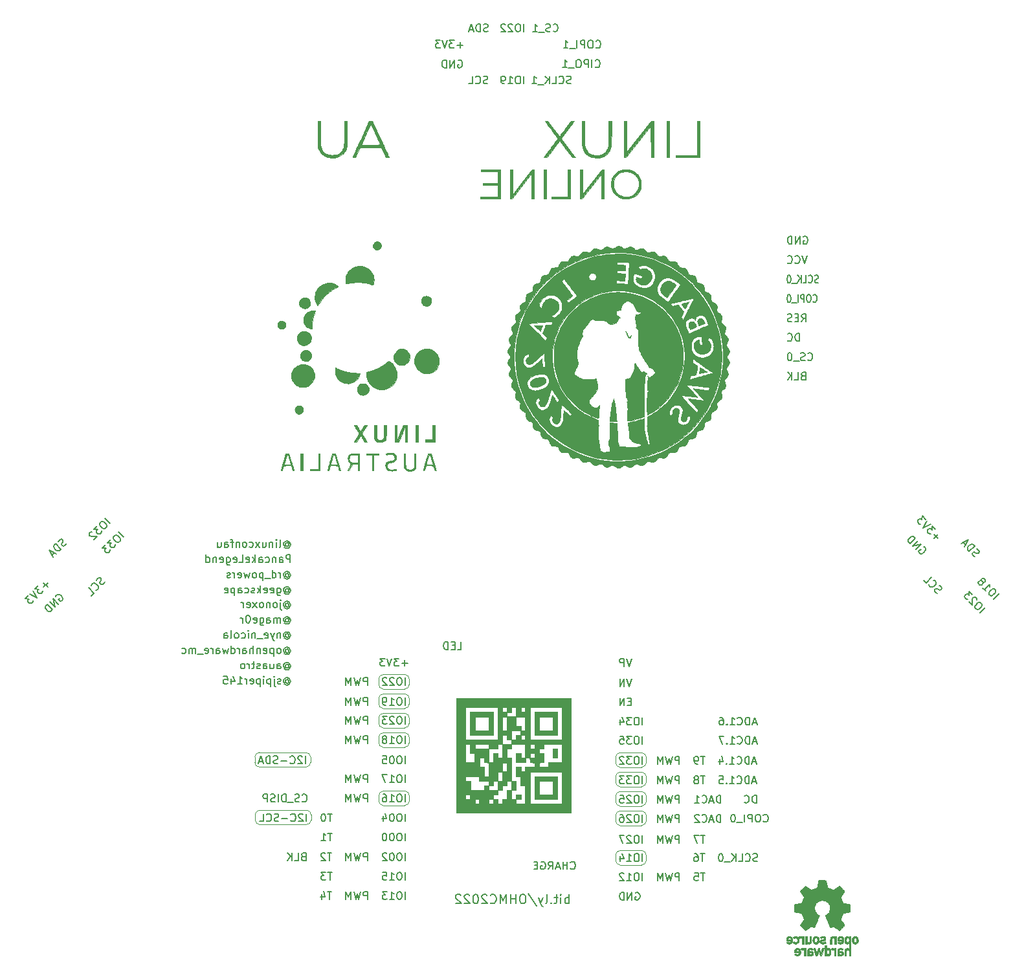
<source format=gbr>
%TF.GenerationSoftware,KiCad,Pcbnew,(5.1.10)-1*%
%TF.CreationDate,2021-11-10T10:02:11+11:00*%
%TF.ProjectId,swag-badge,73776167-2d62-4616-9467-652e6b696361,rev?*%
%TF.SameCoordinates,PX405f7e0PYfa3044a0*%
%TF.FileFunction,Legend,Bot*%
%TF.FilePolarity,Positive*%
%FSLAX46Y46*%
G04 Gerber Fmt 4.6, Leading zero omitted, Abs format (unit mm)*
G04 Created by KiCad (PCBNEW (5.1.10)-1) date 2021-11-10 10:02:11*
%MOMM*%
%LPD*%
G01*
G04 APERTURE LIST*
%ADD10C,0.150000*%
%ADD11C,0.120000*%
%ADD12C,0.200000*%
%ADD13C,0.010000*%
%ADD14O,1.700000X2.300000*%
%ADD15O,2.500000X1.700000*%
%ADD16C,1.598000*%
%ADD17O,14.100000X3.100000*%
%ADD18C,4.900000*%
G04 APERTURE END LIST*
D10*
X-34690477Y24142857D02*
X-34642858Y24095238D01*
X-34500000Y24047619D01*
X-34404762Y24047619D01*
X-34261905Y24095238D01*
X-34166667Y24190476D01*
X-34119048Y24285714D01*
X-34071429Y24476190D01*
X-34071429Y24619047D01*
X-34119048Y24809523D01*
X-34166667Y24904761D01*
X-34261905Y25000000D01*
X-34404762Y25047619D01*
X-34500000Y25047619D01*
X-34642858Y25000000D01*
X-34690477Y24952380D01*
X-35309524Y25047619D02*
X-35500000Y25047619D01*
X-35595239Y25000000D01*
X-35690477Y24904761D01*
X-35738096Y24714285D01*
X-35738096Y24380952D01*
X-35690477Y24190476D01*
X-35595239Y24095238D01*
X-35500000Y24047619D01*
X-35309524Y24047619D01*
X-35214286Y24095238D01*
X-35119048Y24190476D01*
X-35071429Y24380952D01*
X-35071429Y24714285D01*
X-35119048Y24904761D01*
X-35214286Y25000000D01*
X-35309524Y25047619D01*
X-36166667Y24047619D02*
X-36166667Y25047619D01*
X-36547620Y25047619D01*
X-36642858Y25000000D01*
X-36690477Y24952380D01*
X-36738096Y24857142D01*
X-36738096Y24714285D01*
X-36690477Y24619047D01*
X-36642858Y24571428D01*
X-36547620Y24523809D01*
X-36166667Y24523809D01*
X-37166667Y24047619D02*
X-37166667Y25047619D01*
X-37404762Y23952380D02*
X-38166667Y23952380D01*
X-38595239Y25047619D02*
X-38690477Y25047619D01*
X-38785715Y25000000D01*
X-38833334Y24952380D01*
X-38880953Y24857142D01*
X-38928572Y24666666D01*
X-38928572Y24428571D01*
X-38880953Y24238095D01*
X-38833334Y24142857D01*
X-38785715Y24095238D01*
X-38690477Y24047619D01*
X-38595239Y24047619D01*
X-38500000Y24095238D01*
X-38452381Y24142857D01*
X-38404762Y24238095D01*
X-38357143Y24428571D01*
X-38357143Y24666666D01*
X-38404762Y24857142D01*
X-38452381Y24952380D01*
X-38500000Y25000000D01*
X-38595239Y25047619D01*
D11*
X-50015000Y19010000D02*
X-50015000Y19710000D01*
X-53415000Y18410000D02*
G75*
G02*
X-54015000Y19010000I0J600000D01*
G01*
X-50015000Y19010000D02*
G75*
G02*
X-50615000Y18410000I-600000J0D01*
G01*
X-50615000Y18410000D02*
X-53415000Y18410000D01*
X-54015000Y19710000D02*
X-54015000Y19010000D01*
X-53415000Y20310000D02*
X-50615000Y20310000D01*
X-50615000Y20310000D02*
G75*
G02*
X-50015000Y19710000I0J-600000D01*
G01*
X-54015000Y19710000D02*
G75*
G02*
X-53415000Y20310000I600000J0D01*
G01*
X-53415000Y28030000D02*
X-50615000Y28030000D01*
X-54015000Y27430000D02*
G75*
G02*
X-53415000Y28030000I600000J0D01*
G01*
X-54015000Y27430000D02*
X-54015000Y26730000D01*
X-53415000Y26130000D02*
G75*
G02*
X-54015000Y26730000I0J600000D01*
G01*
X-50615000Y26130000D02*
X-53415000Y26130000D01*
X-50015000Y26730000D02*
G75*
G02*
X-50615000Y26130000I-600000J0D01*
G01*
X-50015000Y26730000D02*
X-50015000Y27430000D01*
X-50615000Y28030000D02*
G75*
G02*
X-50015000Y27430000I0J-600000D01*
G01*
X-50615000Y25490000D02*
G75*
G02*
X-50015000Y24890000I0J-600000D01*
G01*
X-53415000Y25490000D02*
X-50615000Y25490000D01*
X-54015000Y24890000D02*
G75*
G02*
X-53415000Y25490000I600000J0D01*
G01*
X-54015000Y24890000D02*
X-54015000Y24190000D01*
X-53415000Y23590000D02*
G75*
G02*
X-54015000Y24190000I0J600000D01*
G01*
X-50615000Y23590000D02*
X-53415000Y23590000D01*
X-50015000Y24190000D02*
G75*
G02*
X-50615000Y23590000I-600000J0D01*
G01*
X-50015000Y24190000D02*
X-50015000Y24890000D01*
D10*
X-97197023Y42583809D02*
X-97149404Y42631428D01*
X-97054166Y42679047D01*
X-96958928Y42679047D01*
X-96863690Y42631428D01*
X-96816071Y42583809D01*
X-96768452Y42488571D01*
X-96768452Y42393333D01*
X-96816071Y42298095D01*
X-96863690Y42250476D01*
X-96958928Y42202857D01*
X-97054166Y42202857D01*
X-97149404Y42250476D01*
X-97197023Y42298095D01*
X-97197023Y42679047D02*
X-97197023Y42298095D01*
X-97244642Y42250476D01*
X-97292261Y42250476D01*
X-97387500Y42298095D01*
X-97435119Y42393333D01*
X-97435119Y42631428D01*
X-97339881Y42774285D01*
X-97197023Y42869523D01*
X-97006547Y42917142D01*
X-96816071Y42869523D01*
X-96673214Y42774285D01*
X-96577976Y42631428D01*
X-96530357Y42440952D01*
X-96577976Y42250476D01*
X-96673214Y42107619D01*
X-96816071Y42012380D01*
X-97006547Y41964761D01*
X-97197023Y42012380D01*
X-97339881Y42107619D01*
X-97816071Y42155238D02*
X-97911309Y42107619D01*
X-98101785Y42107619D01*
X-98197023Y42155238D01*
X-98244642Y42250476D01*
X-98244642Y42298095D01*
X-98197023Y42393333D01*
X-98101785Y42440952D01*
X-97958928Y42440952D01*
X-97863690Y42488571D01*
X-97816071Y42583809D01*
X-97816071Y42631428D01*
X-97863690Y42726666D01*
X-97958928Y42774285D01*
X-98101785Y42774285D01*
X-98197023Y42726666D01*
X-98673214Y42774285D02*
X-98673214Y41917142D01*
X-98625595Y41821904D01*
X-98530357Y41774285D01*
X-98482738Y41774285D01*
X-98673214Y43107619D02*
X-98625595Y43060000D01*
X-98673214Y43012380D01*
X-98720833Y43060000D01*
X-98673214Y43107619D01*
X-98673214Y43012380D01*
X-99149404Y42774285D02*
X-99149404Y41774285D01*
X-99149404Y42726666D02*
X-99244642Y42774285D01*
X-99435119Y42774285D01*
X-99530357Y42726666D01*
X-99577976Y42679047D01*
X-99625595Y42583809D01*
X-99625595Y42298095D01*
X-99577976Y42202857D01*
X-99530357Y42155238D01*
X-99435119Y42107619D01*
X-99244642Y42107619D01*
X-99149404Y42155238D01*
X-100054166Y42107619D02*
X-100054166Y42774285D01*
X-100054166Y43107619D02*
X-100006547Y43060000D01*
X-100054166Y43012380D01*
X-100101785Y43060000D01*
X-100054166Y43107619D01*
X-100054166Y43012380D01*
X-100530357Y42774285D02*
X-100530357Y41774285D01*
X-100530357Y42726666D02*
X-100625595Y42774285D01*
X-100816071Y42774285D01*
X-100911309Y42726666D01*
X-100958928Y42679047D01*
X-101006547Y42583809D01*
X-101006547Y42298095D01*
X-100958928Y42202857D01*
X-100911309Y42155238D01*
X-100816071Y42107619D01*
X-100625595Y42107619D01*
X-100530357Y42155238D01*
X-101816071Y42155238D02*
X-101720833Y42107619D01*
X-101530357Y42107619D01*
X-101435119Y42155238D01*
X-101387500Y42250476D01*
X-101387500Y42631428D01*
X-101435119Y42726666D01*
X-101530357Y42774285D01*
X-101720833Y42774285D01*
X-101816071Y42726666D01*
X-101863690Y42631428D01*
X-101863690Y42536190D01*
X-101387500Y42440952D01*
X-102292261Y42107619D02*
X-102292261Y42774285D01*
X-102292261Y42583809D02*
X-102339881Y42679047D01*
X-102387500Y42726666D01*
X-102482738Y42774285D01*
X-102577976Y42774285D01*
X-103435119Y42107619D02*
X-102863690Y42107619D01*
X-103149404Y42107619D02*
X-103149404Y43107619D01*
X-103054166Y42964761D01*
X-102958928Y42869523D01*
X-102863690Y42821904D01*
X-104292261Y42774285D02*
X-104292261Y42107619D01*
X-104054166Y43155238D02*
X-103816071Y42440952D01*
X-104435119Y42440952D01*
X-105292261Y43107619D02*
X-104816071Y43107619D01*
X-104768452Y42631428D01*
X-104816071Y42679047D01*
X-104911309Y42726666D01*
X-105149404Y42726666D01*
X-105244642Y42679047D01*
X-105292261Y42631428D01*
X-105339881Y42536190D01*
X-105339881Y42298095D01*
X-105292261Y42202857D01*
X-105244642Y42155238D01*
X-105149404Y42107619D01*
X-104911309Y42107619D01*
X-104816071Y42155238D01*
X-104768452Y42202857D01*
X-97197023Y44583809D02*
X-97149404Y44631428D01*
X-97054166Y44679047D01*
X-96958928Y44679047D01*
X-96863690Y44631428D01*
X-96816071Y44583809D01*
X-96768452Y44488571D01*
X-96768452Y44393333D01*
X-96816071Y44298095D01*
X-96863690Y44250476D01*
X-96958928Y44202857D01*
X-97054166Y44202857D01*
X-97149404Y44250476D01*
X-97197023Y44298095D01*
X-97197023Y44679047D02*
X-97197023Y44298095D01*
X-97244642Y44250476D01*
X-97292261Y44250476D01*
X-97387500Y44298095D01*
X-97435119Y44393333D01*
X-97435119Y44631428D01*
X-97339881Y44774285D01*
X-97197023Y44869523D01*
X-97006547Y44917142D01*
X-96816071Y44869523D01*
X-96673214Y44774285D01*
X-96577976Y44631428D01*
X-96530357Y44440952D01*
X-96577976Y44250476D01*
X-96673214Y44107619D01*
X-96816071Y44012380D01*
X-97006547Y43964761D01*
X-97197023Y44012380D01*
X-97339881Y44107619D01*
X-98292261Y44107619D02*
X-98292261Y44631428D01*
X-98244642Y44726666D01*
X-98149404Y44774285D01*
X-97958928Y44774285D01*
X-97863690Y44726666D01*
X-98292261Y44155238D02*
X-98197023Y44107619D01*
X-97958928Y44107619D01*
X-97863690Y44155238D01*
X-97816071Y44250476D01*
X-97816071Y44345714D01*
X-97863690Y44440952D01*
X-97958928Y44488571D01*
X-98197023Y44488571D01*
X-98292261Y44536190D01*
X-99197023Y44774285D02*
X-99197023Y44107619D01*
X-98768452Y44774285D02*
X-98768452Y44250476D01*
X-98816071Y44155238D01*
X-98911309Y44107619D01*
X-99054166Y44107619D01*
X-99149404Y44155238D01*
X-99197023Y44202857D01*
X-100101785Y44107619D02*
X-100101785Y44631428D01*
X-100054166Y44726666D01*
X-99958928Y44774285D01*
X-99768452Y44774285D01*
X-99673214Y44726666D01*
X-100101785Y44155238D02*
X-100006547Y44107619D01*
X-99768452Y44107619D01*
X-99673214Y44155238D01*
X-99625595Y44250476D01*
X-99625595Y44345714D01*
X-99673214Y44440952D01*
X-99768452Y44488571D01*
X-100006547Y44488571D01*
X-100101785Y44536190D01*
X-100530357Y44155238D02*
X-100625595Y44107619D01*
X-100816071Y44107619D01*
X-100911309Y44155238D01*
X-100958928Y44250476D01*
X-100958928Y44298095D01*
X-100911309Y44393333D01*
X-100816071Y44440952D01*
X-100673214Y44440952D01*
X-100577976Y44488571D01*
X-100530357Y44583809D01*
X-100530357Y44631428D01*
X-100577976Y44726666D01*
X-100673214Y44774285D01*
X-100816071Y44774285D01*
X-100911309Y44726666D01*
X-101244642Y44774285D02*
X-101625595Y44774285D01*
X-101387500Y45107619D02*
X-101387500Y44250476D01*
X-101435119Y44155238D01*
X-101530357Y44107619D01*
X-101625595Y44107619D01*
X-101958928Y44107619D02*
X-101958928Y44774285D01*
X-101958928Y44583809D02*
X-102006547Y44679047D01*
X-102054166Y44726666D01*
X-102149404Y44774285D01*
X-102244642Y44774285D01*
X-102720833Y44107619D02*
X-102625595Y44155238D01*
X-102577976Y44202857D01*
X-102530357Y44298095D01*
X-102530357Y44583809D01*
X-102577976Y44679047D01*
X-102625595Y44726666D01*
X-102720833Y44774285D01*
X-102863690Y44774285D01*
X-102958928Y44726666D01*
X-103006547Y44679047D01*
X-103054166Y44583809D01*
X-103054166Y44298095D01*
X-103006547Y44202857D01*
X-102958928Y44155238D01*
X-102863690Y44107619D01*
X-102720833Y44107619D01*
D12*
X-60100000Y13377142D02*
X-60100000Y14577142D01*
X-60100000Y14120000D02*
X-60214286Y14177142D01*
X-60442858Y14177142D01*
X-60557143Y14120000D01*
X-60614286Y14062857D01*
X-60671429Y13948571D01*
X-60671429Y13605714D01*
X-60614286Y13491428D01*
X-60557143Y13434285D01*
X-60442858Y13377142D01*
X-60214286Y13377142D01*
X-60100000Y13434285D01*
X-61185715Y13377142D02*
X-61185715Y14177142D01*
X-61185715Y14577142D02*
X-61128572Y14520000D01*
X-61185715Y14462857D01*
X-61242858Y14520000D01*
X-61185715Y14577142D01*
X-61185715Y14462857D01*
X-61585715Y14177142D02*
X-62042858Y14177142D01*
X-61757143Y14577142D02*
X-61757143Y13548571D01*
X-61814286Y13434285D01*
X-61928572Y13377142D01*
X-62042858Y13377142D01*
X-62442858Y13491428D02*
X-62500000Y13434285D01*
X-62442858Y13377142D01*
X-62385715Y13434285D01*
X-62442858Y13491428D01*
X-62442858Y13377142D01*
X-63185715Y13377142D02*
X-63071429Y13434285D01*
X-63014286Y13548571D01*
X-63014286Y14577142D01*
X-63528572Y14177142D02*
X-63814286Y13377142D01*
X-64100000Y14177142D02*
X-63814286Y13377142D01*
X-63700000Y13091428D01*
X-63642858Y13034285D01*
X-63528572Y12977142D01*
X-65414286Y14634285D02*
X-64385715Y13091428D01*
X-66042858Y14577142D02*
X-66271429Y14577142D01*
X-66385715Y14520000D01*
X-66500000Y14405714D01*
X-66557143Y14177142D01*
X-66557143Y13777142D01*
X-66500000Y13548571D01*
X-66385715Y13434285D01*
X-66271429Y13377142D01*
X-66042858Y13377142D01*
X-65928572Y13434285D01*
X-65814286Y13548571D01*
X-65757143Y13777142D01*
X-65757143Y14177142D01*
X-65814286Y14405714D01*
X-65928572Y14520000D01*
X-66042858Y14577142D01*
X-67071429Y13377142D02*
X-67071429Y14577142D01*
X-67071429Y14005714D02*
X-67757142Y14005714D01*
X-67757142Y13377142D02*
X-67757142Y14577142D01*
X-68328571Y13377142D02*
X-68328571Y14577142D01*
X-68728571Y13720000D01*
X-69128571Y14577142D01*
X-69128571Y13377142D01*
X-70385714Y13491428D02*
X-70328571Y13434285D01*
X-70157142Y13377142D01*
X-70042857Y13377142D01*
X-69871428Y13434285D01*
X-69757142Y13548571D01*
X-69699999Y13662857D01*
X-69642857Y13891428D01*
X-69642857Y14062857D01*
X-69699999Y14291428D01*
X-69757142Y14405714D01*
X-69871428Y14520000D01*
X-70042857Y14577142D01*
X-70157142Y14577142D01*
X-70328571Y14520000D01*
X-70385714Y14462857D01*
X-70842857Y14462857D02*
X-70899999Y14520000D01*
X-71014285Y14577142D01*
X-71299999Y14577142D01*
X-71414285Y14520000D01*
X-71471428Y14462857D01*
X-71528571Y14348571D01*
X-71528571Y14234285D01*
X-71471428Y14062857D01*
X-70785714Y13377142D01*
X-71528571Y13377142D01*
X-72271428Y14577142D02*
X-72385714Y14577142D01*
X-72499999Y14520000D01*
X-72557142Y14462857D01*
X-72614285Y14348571D01*
X-72671428Y14120000D01*
X-72671428Y13834285D01*
X-72614285Y13605714D01*
X-72557142Y13491428D01*
X-72499999Y13434285D01*
X-72385714Y13377142D01*
X-72271428Y13377142D01*
X-72157142Y13434285D01*
X-72099999Y13491428D01*
X-72042857Y13605714D01*
X-71985714Y13834285D01*
X-71985714Y14120000D01*
X-72042857Y14348571D01*
X-72099999Y14462857D01*
X-72157142Y14520000D01*
X-72271428Y14577142D01*
X-73128571Y14462857D02*
X-73185714Y14520000D01*
X-73299999Y14577142D01*
X-73585714Y14577142D01*
X-73699999Y14520000D01*
X-73757142Y14462857D01*
X-73814285Y14348571D01*
X-73814285Y14234285D01*
X-73757142Y14062857D01*
X-73071428Y13377142D01*
X-73814285Y13377142D01*
X-74271428Y14462857D02*
X-74328571Y14520000D01*
X-74442857Y14577142D01*
X-74728571Y14577142D01*
X-74842857Y14520000D01*
X-74899999Y14462857D01*
X-74957142Y14348571D01*
X-74957142Y14234285D01*
X-74899999Y14062857D01*
X-74214285Y13377142D01*
X-74957142Y13377142D01*
D11*
X-81000000Y26800000D02*
X-81000000Y27500000D01*
X-85000000Y27500000D02*
X-85000000Y26800000D01*
X-54015000Y32510000D02*
G75*
G02*
X-53415000Y33110000I600000J0D01*
G01*
X-50015000Y31810000D02*
G75*
G02*
X-50615000Y31210000I-600000J0D01*
G01*
X-53415000Y31210000D02*
G75*
G02*
X-54015000Y31810000I0J600000D01*
G01*
X-50615000Y31210000D02*
X-53415000Y31210000D01*
X-81600000Y28100000D02*
G75*
G02*
X-81000000Y27500000I0J-600000D01*
G01*
X-54015000Y32510000D02*
X-54015000Y31810000D01*
X-53415000Y33110000D02*
X-50615000Y33110000D01*
X-50015000Y31810000D02*
X-50015000Y32510000D01*
X-50615000Y33110000D02*
G75*
G02*
X-50015000Y32510000I0J-600000D01*
G01*
X-85000000Y27500000D02*
G75*
G02*
X-84400000Y28100000I600000J0D01*
G01*
X-81600000Y26200000D02*
X-84400000Y26200000D01*
X-84400000Y28100000D02*
X-81600000Y28100000D01*
X-84400000Y26200000D02*
G75*
G02*
X-85000000Y26800000I0J600000D01*
G01*
X-81000000Y26800000D02*
G75*
G02*
X-81600000Y26200000I-600000J0D01*
G01*
D10*
X-74717142Y46627619D02*
X-74240952Y46627619D01*
X-74240952Y47627619D01*
X-75050476Y47151428D02*
X-75383809Y47151428D01*
X-75526666Y46627619D02*
X-75050476Y46627619D01*
X-75050476Y47627619D01*
X-75526666Y47627619D01*
X-75955238Y46627619D02*
X-75955238Y47627619D01*
X-76193333Y47627619D01*
X-76336190Y47580000D01*
X-76431428Y47484761D01*
X-76479047Y47389523D01*
X-76526666Y47199047D01*
X-76526666Y47056190D01*
X-76479047Y46865714D01*
X-76431428Y46770476D01*
X-76336190Y46675238D01*
X-76193333Y46627619D01*
X-75955238Y46627619D01*
X-59914762Y17952857D02*
X-59867143Y17905238D01*
X-59724286Y17857619D01*
X-59629048Y17857619D01*
X-59486191Y17905238D01*
X-59390953Y18000476D01*
X-59343334Y18095714D01*
X-59295715Y18286190D01*
X-59295715Y18429047D01*
X-59343334Y18619523D01*
X-59390953Y18714761D01*
X-59486191Y18810000D01*
X-59629048Y18857619D01*
X-59724286Y18857619D01*
X-59867143Y18810000D01*
X-59914762Y18762380D01*
X-60343334Y17857619D02*
X-60343334Y18857619D01*
X-60343334Y18381428D02*
X-60914762Y18381428D01*
X-60914762Y17857619D02*
X-60914762Y18857619D01*
X-61343334Y18143333D02*
X-61819524Y18143333D01*
X-61248096Y17857619D02*
X-61581429Y18857619D01*
X-61914762Y17857619D01*
X-62819524Y17857619D02*
X-62486191Y18333809D01*
X-62248096Y17857619D02*
X-62248096Y18857619D01*
X-62629048Y18857619D01*
X-62724286Y18810000D01*
X-62771905Y18762380D01*
X-62819524Y18667142D01*
X-62819524Y18524285D01*
X-62771905Y18429047D01*
X-62724286Y18381428D01*
X-62629048Y18333809D01*
X-62248096Y18333809D01*
X-63771905Y18810000D02*
X-63676667Y18857619D01*
X-63533810Y18857619D01*
X-63390953Y18810000D01*
X-63295715Y18714761D01*
X-63248096Y18619523D01*
X-63200477Y18429047D01*
X-63200477Y18286190D01*
X-63248096Y18095714D01*
X-63295715Y18000476D01*
X-63390953Y17905238D01*
X-63533810Y17857619D01*
X-63629048Y17857619D01*
X-63771905Y17905238D01*
X-63819524Y17952857D01*
X-63819524Y18286190D01*
X-63629048Y18286190D01*
X-64248096Y18381428D02*
X-64581429Y18381428D01*
X-64724286Y17857619D02*
X-64248096Y17857619D01*
X-64248096Y18857619D01*
X-64724286Y18857619D01*
D11*
X-54015000Y29970000D02*
X-54015000Y29270000D01*
X-54015000Y29970000D02*
G75*
G02*
X-53415000Y30570000I600000J0D01*
G01*
X-50615000Y30570000D02*
G75*
G02*
X-50015000Y29970000I0J-600000D01*
G01*
X-50015000Y29270000D02*
G75*
G02*
X-50615000Y28670000I-600000J0D01*
G01*
X-50615000Y28670000D02*
X-53415000Y28670000D01*
X-50015000Y29270000D02*
X-50015000Y29970000D01*
X-53415000Y28670000D02*
G75*
G02*
X-54015000Y29270000I0J600000D01*
G01*
X-53415000Y30570000D02*
X-50615000Y30570000D01*
X-81610000Y40800000D02*
G75*
G02*
X-81010000Y40200000I0J-600000D01*
G01*
X-81010000Y42040000D02*
X-81010000Y42740000D01*
X-85010000Y35120000D02*
X-85010000Y34420000D01*
X-81610000Y41440000D02*
X-84410000Y41440000D01*
X-81010000Y36960000D02*
G75*
G02*
X-81610000Y36360000I-600000J0D01*
G01*
X-85010000Y42740000D02*
G75*
G02*
X-84410000Y43340000I600000J0D01*
G01*
X-81010000Y34420000D02*
G75*
G02*
X-81610000Y33820000I-600000J0D01*
G01*
X-81010000Y39500000D02*
G75*
G02*
X-81610000Y38900000I-600000J0D01*
G01*
X-81610000Y38260000D02*
G75*
G02*
X-81010000Y37660000I0J-600000D01*
G01*
X-81010000Y42040000D02*
G75*
G02*
X-81610000Y41440000I-600000J0D01*
G01*
X-81010000Y36960000D02*
X-81010000Y37660000D01*
X-85010000Y40200000D02*
G75*
G02*
X-84410000Y40800000I600000J0D01*
G01*
X-84410000Y36360000D02*
G75*
G02*
X-85010000Y36960000I0J600000D01*
G01*
X-84410000Y33820000D02*
G75*
G02*
X-85010000Y34420000I0J600000D01*
G01*
X-81610000Y43340000D02*
G75*
G02*
X-81010000Y42740000I0J-600000D01*
G01*
X-85010000Y42740000D02*
X-85010000Y42040000D01*
X-84410000Y38900000D02*
G75*
G02*
X-85010000Y39500000I0J600000D01*
G01*
X-84410000Y38260000D02*
X-81610000Y38260000D01*
X-84410000Y41440000D02*
G75*
G02*
X-85010000Y42040000I0J600000D01*
G01*
X-85010000Y37660000D02*
X-85010000Y36960000D01*
X-84410000Y35720000D02*
X-81610000Y35720000D01*
X-81010000Y34420000D02*
X-81010000Y35120000D01*
X-84410000Y43340000D02*
X-81610000Y43340000D01*
X-101220000Y32540000D02*
X-101220000Y31840000D01*
X-81610000Y33820000D02*
X-84410000Y33820000D01*
X-94520000Y33140000D02*
G75*
G02*
X-93920000Y32540000I0J-600000D01*
G01*
X-93920000Y31840000D02*
G75*
G02*
X-94520000Y31240000I-600000J0D01*
G01*
X-101220000Y32540000D02*
G75*
G02*
X-100620000Y33140000I600000J0D01*
G01*
X-93860000Y24300000D02*
G75*
G02*
X-94460000Y23700000I-600000J0D01*
G01*
X-93920000Y31840000D02*
X-93920000Y32540000D01*
X-94520000Y33140000D02*
X-100620000Y33140000D01*
X-101160000Y25000000D02*
G75*
G02*
X-100560000Y25600000I600000J0D01*
G01*
X-93860000Y24300000D02*
X-93860000Y25000000D01*
X-85010000Y40200000D02*
X-85010000Y39500000D01*
X-100560000Y23700000D02*
G75*
G02*
X-101160000Y24300000I0J600000D01*
G01*
X-84410000Y40800000D02*
X-81610000Y40800000D01*
X-81610000Y38900000D02*
X-84410000Y38900000D01*
X-85010000Y37660000D02*
G75*
G02*
X-84410000Y38260000I600000J0D01*
G01*
X-81610000Y36360000D02*
X-84410000Y36360000D01*
X-85010000Y35120000D02*
G75*
G02*
X-84410000Y35720000I600000J0D01*
G01*
X-81010000Y39500000D02*
X-81010000Y40200000D01*
X-94460000Y25600000D02*
G75*
G02*
X-93860000Y25000000I0J-600000D01*
G01*
X-94460000Y23700000D02*
X-100560000Y23700000D01*
X-94460000Y25600000D02*
X-100560000Y25600000D01*
X-81610000Y35720000D02*
G75*
G02*
X-81010000Y35120000I0J-600000D01*
G01*
X-101160000Y25000000D02*
X-101160000Y24300000D01*
X-100620000Y31240000D02*
G75*
G02*
X-101220000Y31840000I0J600000D01*
G01*
X-94520000Y31240000D02*
X-100620000Y31240000D01*
D10*
X-97197023Y46583809D02*
X-97149404Y46631428D01*
X-97054166Y46679047D01*
X-96958928Y46679047D01*
X-96863690Y46631428D01*
X-96816071Y46583809D01*
X-96768452Y46488571D01*
X-96768452Y46393333D01*
X-96816071Y46298095D01*
X-96863690Y46250476D01*
X-96958928Y46202857D01*
X-97054166Y46202857D01*
X-97149404Y46250476D01*
X-97197023Y46298095D01*
X-97197023Y46679047D02*
X-97197023Y46298095D01*
X-97244642Y46250476D01*
X-97292261Y46250476D01*
X-97387500Y46298095D01*
X-97435119Y46393333D01*
X-97435119Y46631428D01*
X-97339880Y46774285D01*
X-97197023Y46869523D01*
X-97006547Y46917142D01*
X-96816071Y46869523D01*
X-96673214Y46774285D01*
X-96577976Y46631428D01*
X-96530357Y46440952D01*
X-96577976Y46250476D01*
X-96673214Y46107619D01*
X-96816071Y46012380D01*
X-97006547Y45964761D01*
X-97197023Y46012380D01*
X-97339880Y46107619D01*
X-98006547Y46107619D02*
X-97911309Y46155238D01*
X-97863690Y46202857D01*
X-97816071Y46298095D01*
X-97816071Y46583809D01*
X-97863690Y46679047D01*
X-97911309Y46726666D01*
X-98006547Y46774285D01*
X-98149404Y46774285D01*
X-98244642Y46726666D01*
X-98292261Y46679047D01*
X-98339880Y46583809D01*
X-98339880Y46298095D01*
X-98292261Y46202857D01*
X-98244642Y46155238D01*
X-98149404Y46107619D01*
X-98006547Y46107619D01*
X-98768452Y46774285D02*
X-98768452Y45774285D01*
X-98768452Y46726666D02*
X-98863690Y46774285D01*
X-99054166Y46774285D01*
X-99149404Y46726666D01*
X-99197023Y46679047D01*
X-99244642Y46583809D01*
X-99244642Y46298095D01*
X-99197023Y46202857D01*
X-99149404Y46155238D01*
X-99054166Y46107619D01*
X-98863690Y46107619D01*
X-98768452Y46155238D01*
X-100054166Y46155238D02*
X-99958928Y46107619D01*
X-99768452Y46107619D01*
X-99673214Y46155238D01*
X-99625595Y46250476D01*
X-99625595Y46631428D01*
X-99673214Y46726666D01*
X-99768452Y46774285D01*
X-99958928Y46774285D01*
X-100054166Y46726666D01*
X-100101785Y46631428D01*
X-100101785Y46536190D01*
X-99625595Y46440952D01*
X-100530357Y46774285D02*
X-100530357Y46107619D01*
X-100530357Y46679047D02*
X-100577976Y46726666D01*
X-100673214Y46774285D01*
X-100816071Y46774285D01*
X-100911309Y46726666D01*
X-100958928Y46631428D01*
X-100958928Y46107619D01*
X-101435119Y46107619D02*
X-101435119Y47107619D01*
X-101863690Y46107619D02*
X-101863690Y46631428D01*
X-101816071Y46726666D01*
X-101720833Y46774285D01*
X-101577976Y46774285D01*
X-101482738Y46726666D01*
X-101435119Y46679047D01*
X-102768452Y46107619D02*
X-102768452Y46631428D01*
X-102720833Y46726666D01*
X-102625595Y46774285D01*
X-102435119Y46774285D01*
X-102339881Y46726666D01*
X-102768452Y46155238D02*
X-102673214Y46107619D01*
X-102435119Y46107619D01*
X-102339881Y46155238D01*
X-102292261Y46250476D01*
X-102292261Y46345714D01*
X-102339881Y46440952D01*
X-102435119Y46488571D01*
X-102673214Y46488571D01*
X-102768452Y46536190D01*
X-103244642Y46107619D02*
X-103244642Y46774285D01*
X-103244642Y46583809D02*
X-103292261Y46679047D01*
X-103339880Y46726666D01*
X-103435119Y46774285D01*
X-103530357Y46774285D01*
X-104292261Y46107619D02*
X-104292261Y47107619D01*
X-104292261Y46155238D02*
X-104197023Y46107619D01*
X-104006547Y46107619D01*
X-103911309Y46155238D01*
X-103863690Y46202857D01*
X-103816071Y46298095D01*
X-103816071Y46583809D01*
X-103863690Y46679047D01*
X-103911309Y46726666D01*
X-104006547Y46774285D01*
X-104197023Y46774285D01*
X-104292261Y46726666D01*
X-104673214Y46774285D02*
X-104863690Y46107619D01*
X-105054166Y46583809D01*
X-105244642Y46107619D01*
X-105435119Y46774285D01*
X-106244642Y46107619D02*
X-106244642Y46631428D01*
X-106197023Y46726666D01*
X-106101785Y46774285D01*
X-105911309Y46774285D01*
X-105816071Y46726666D01*
X-106244642Y46155238D02*
X-106149404Y46107619D01*
X-105911309Y46107619D01*
X-105816071Y46155238D01*
X-105768452Y46250476D01*
X-105768452Y46345714D01*
X-105816071Y46440952D01*
X-105911309Y46488571D01*
X-106149404Y46488571D01*
X-106244642Y46536190D01*
X-106720833Y46107619D02*
X-106720833Y46774285D01*
X-106720833Y46583809D02*
X-106768452Y46679047D01*
X-106816071Y46726666D01*
X-106911309Y46774285D01*
X-107006547Y46774285D01*
X-107720833Y46155238D02*
X-107625595Y46107619D01*
X-107435119Y46107619D01*
X-107339880Y46155238D01*
X-107292261Y46250476D01*
X-107292261Y46631428D01*
X-107339880Y46726666D01*
X-107435119Y46774285D01*
X-107625595Y46774285D01*
X-107720833Y46726666D01*
X-107768452Y46631428D01*
X-107768452Y46536190D01*
X-107292261Y46440952D01*
X-107958928Y46012380D02*
X-108720833Y46012380D01*
X-108958928Y46107619D02*
X-108958928Y46774285D01*
X-108958928Y46679047D02*
X-109006547Y46726666D01*
X-109101785Y46774285D01*
X-109244642Y46774285D01*
X-109339880Y46726666D01*
X-109387500Y46631428D01*
X-109387500Y46107619D01*
X-109387500Y46631428D02*
X-109435119Y46726666D01*
X-109530357Y46774285D01*
X-109673214Y46774285D01*
X-109768452Y46726666D01*
X-109816071Y46631428D01*
X-109816071Y46107619D01*
X-110720833Y46155238D02*
X-110625595Y46107619D01*
X-110435119Y46107619D01*
X-110339880Y46155238D01*
X-110292261Y46202857D01*
X-110244642Y46298095D01*
X-110244642Y46583809D01*
X-110292261Y46679047D01*
X-110339880Y46726666D01*
X-110435119Y46774285D01*
X-110625595Y46774285D01*
X-110720833Y46726666D01*
X-97197023Y48583809D02*
X-97149404Y48631428D01*
X-97054166Y48679047D01*
X-96958928Y48679047D01*
X-96863690Y48631428D01*
X-96816071Y48583809D01*
X-96768452Y48488571D01*
X-96768452Y48393333D01*
X-96816071Y48298095D01*
X-96863690Y48250476D01*
X-96958928Y48202857D01*
X-97054166Y48202857D01*
X-97149404Y48250476D01*
X-97197023Y48298095D01*
X-97197023Y48679047D02*
X-97197023Y48298095D01*
X-97244642Y48250476D01*
X-97292261Y48250476D01*
X-97387500Y48298095D01*
X-97435119Y48393333D01*
X-97435119Y48631428D01*
X-97339881Y48774285D01*
X-97197023Y48869523D01*
X-97006547Y48917142D01*
X-96816071Y48869523D01*
X-96673214Y48774285D01*
X-96577976Y48631428D01*
X-96530357Y48440952D01*
X-96577976Y48250476D01*
X-96673214Y48107619D01*
X-96816071Y48012380D01*
X-97006547Y47964761D01*
X-97197023Y48012380D01*
X-97339881Y48107619D01*
X-97863690Y48774285D02*
X-97863690Y48107619D01*
X-97863690Y48679047D02*
X-97911309Y48726666D01*
X-98006547Y48774285D01*
X-98149404Y48774285D01*
X-98244642Y48726666D01*
X-98292261Y48631428D01*
X-98292261Y48107619D01*
X-98673214Y48774285D02*
X-98911309Y48107619D01*
X-99149404Y48774285D02*
X-98911309Y48107619D01*
X-98816071Y47869523D01*
X-98768452Y47821904D01*
X-98673214Y47774285D01*
X-99911309Y48155238D02*
X-99816071Y48107619D01*
X-99625595Y48107619D01*
X-99530357Y48155238D01*
X-99482738Y48250476D01*
X-99482738Y48631428D01*
X-99530357Y48726666D01*
X-99625595Y48774285D01*
X-99816071Y48774285D01*
X-99911309Y48726666D01*
X-99958928Y48631428D01*
X-99958928Y48536190D01*
X-99482738Y48440952D01*
X-100149404Y48012380D02*
X-100911309Y48012380D01*
X-101149404Y48774285D02*
X-101149404Y48107619D01*
X-101149404Y48679047D02*
X-101197023Y48726666D01*
X-101292261Y48774285D01*
X-101435119Y48774285D01*
X-101530357Y48726666D01*
X-101577976Y48631428D01*
X-101577976Y48107619D01*
X-102054166Y48107619D02*
X-102054166Y48774285D01*
X-102054166Y49107619D02*
X-102006547Y49060000D01*
X-102054166Y49012380D01*
X-102101785Y49060000D01*
X-102054166Y49107619D01*
X-102054166Y49012380D01*
X-102958928Y48155238D02*
X-102863690Y48107619D01*
X-102673214Y48107619D01*
X-102577976Y48155238D01*
X-102530357Y48202857D01*
X-102482738Y48298095D01*
X-102482738Y48583809D01*
X-102530357Y48679047D01*
X-102577976Y48726666D01*
X-102673214Y48774285D01*
X-102863690Y48774285D01*
X-102958928Y48726666D01*
X-103530357Y48107619D02*
X-103435119Y48155238D01*
X-103387500Y48202857D01*
X-103339881Y48298095D01*
X-103339881Y48583809D01*
X-103387500Y48679047D01*
X-103435119Y48726666D01*
X-103530357Y48774285D01*
X-103673214Y48774285D01*
X-103768452Y48726666D01*
X-103816071Y48679047D01*
X-103863690Y48583809D01*
X-103863690Y48298095D01*
X-103816071Y48202857D01*
X-103768452Y48155238D01*
X-103673214Y48107619D01*
X-103530357Y48107619D01*
X-104435119Y48107619D02*
X-104339881Y48155238D01*
X-104292261Y48250476D01*
X-104292261Y49107619D01*
X-105244642Y48107619D02*
X-105244642Y48631428D01*
X-105197023Y48726666D01*
X-105101785Y48774285D01*
X-104911309Y48774285D01*
X-104816071Y48726666D01*
X-105244642Y48155238D02*
X-105149404Y48107619D01*
X-104911309Y48107619D01*
X-104816071Y48155238D01*
X-104768452Y48250476D01*
X-104768452Y48345714D01*
X-104816071Y48440952D01*
X-104911309Y48488571D01*
X-105149404Y48488571D01*
X-105244642Y48536190D01*
X-97197023Y50583809D02*
X-97149404Y50631428D01*
X-97054166Y50679047D01*
X-96958928Y50679047D01*
X-96863690Y50631428D01*
X-96816071Y50583809D01*
X-96768452Y50488571D01*
X-96768452Y50393333D01*
X-96816071Y50298095D01*
X-96863690Y50250476D01*
X-96958928Y50202857D01*
X-97054166Y50202857D01*
X-97149404Y50250476D01*
X-97197023Y50298095D01*
X-97197023Y50679047D02*
X-97197023Y50298095D01*
X-97244642Y50250476D01*
X-97292261Y50250476D01*
X-97387500Y50298095D01*
X-97435119Y50393333D01*
X-97435119Y50631428D01*
X-97339881Y50774285D01*
X-97197023Y50869523D01*
X-97006547Y50917142D01*
X-96816071Y50869523D01*
X-96673214Y50774285D01*
X-96577976Y50631428D01*
X-96530357Y50440952D01*
X-96577976Y50250476D01*
X-96673214Y50107619D01*
X-96816071Y50012380D01*
X-97006547Y49964761D01*
X-97197023Y50012380D01*
X-97339881Y50107619D01*
X-97863690Y50107619D02*
X-97863690Y50774285D01*
X-97863690Y50679047D02*
X-97911309Y50726666D01*
X-98006547Y50774285D01*
X-98149404Y50774285D01*
X-98244642Y50726666D01*
X-98292261Y50631428D01*
X-98292261Y50107619D01*
X-98292261Y50631428D02*
X-98339881Y50726666D01*
X-98435119Y50774285D01*
X-98577976Y50774285D01*
X-98673214Y50726666D01*
X-98720833Y50631428D01*
X-98720833Y50107619D01*
X-99625595Y50107619D02*
X-99625595Y50631428D01*
X-99577976Y50726666D01*
X-99482738Y50774285D01*
X-99292261Y50774285D01*
X-99197023Y50726666D01*
X-99625595Y50155238D02*
X-99530357Y50107619D01*
X-99292261Y50107619D01*
X-99197023Y50155238D01*
X-99149404Y50250476D01*
X-99149404Y50345714D01*
X-99197023Y50440952D01*
X-99292261Y50488571D01*
X-99530357Y50488571D01*
X-99625595Y50536190D01*
X-100530357Y50774285D02*
X-100530357Y49964761D01*
X-100482738Y49869523D01*
X-100435119Y49821904D01*
X-100339881Y49774285D01*
X-100197023Y49774285D01*
X-100101785Y49821904D01*
X-100530357Y50155238D02*
X-100435119Y50107619D01*
X-100244642Y50107619D01*
X-100149404Y50155238D01*
X-100101785Y50202857D01*
X-100054166Y50298095D01*
X-100054166Y50583809D01*
X-100101785Y50679047D01*
X-100149404Y50726666D01*
X-100244642Y50774285D01*
X-100435119Y50774285D01*
X-100530357Y50726666D01*
X-101387500Y50155238D02*
X-101292261Y50107619D01*
X-101101785Y50107619D01*
X-101006547Y50155238D01*
X-100958928Y50250476D01*
X-100958928Y50631428D01*
X-101006547Y50726666D01*
X-101101785Y50774285D01*
X-101292261Y50774285D01*
X-101387500Y50726666D01*
X-101435119Y50631428D01*
X-101435119Y50536190D01*
X-100958928Y50440952D01*
X-102054166Y51107619D02*
X-102149404Y51107619D01*
X-102244642Y51060000D01*
X-102292261Y51012380D01*
X-102339881Y50917142D01*
X-102387500Y50726666D01*
X-102387500Y50488571D01*
X-102339881Y50298095D01*
X-102292261Y50202857D01*
X-102244642Y50155238D01*
X-102149404Y50107619D01*
X-102054166Y50107619D01*
X-101958928Y50155238D01*
X-101911309Y50202857D01*
X-101863690Y50298095D01*
X-101816071Y50488571D01*
X-101816071Y50726666D01*
X-101863690Y50917142D01*
X-101911309Y51012380D01*
X-101958928Y51060000D01*
X-102054166Y51107619D01*
X-102816071Y50107619D02*
X-102816071Y50774285D01*
X-102816071Y50583809D02*
X-102863690Y50679047D01*
X-102911309Y50726666D01*
X-103006547Y50774285D01*
X-103101785Y50774285D01*
X-97197023Y52583809D02*
X-97149404Y52631428D01*
X-97054166Y52679047D01*
X-96958928Y52679047D01*
X-96863690Y52631428D01*
X-96816071Y52583809D01*
X-96768452Y52488571D01*
X-96768452Y52393333D01*
X-96816071Y52298095D01*
X-96863690Y52250476D01*
X-96958928Y52202857D01*
X-97054166Y52202857D01*
X-97149404Y52250476D01*
X-97197023Y52298095D01*
X-97197023Y52679047D02*
X-97197023Y52298095D01*
X-97244642Y52250476D01*
X-97292261Y52250476D01*
X-97387500Y52298095D01*
X-97435119Y52393333D01*
X-97435119Y52631428D01*
X-97339881Y52774285D01*
X-97197023Y52869523D01*
X-97006547Y52917142D01*
X-96816071Y52869523D01*
X-96673214Y52774285D01*
X-96577976Y52631428D01*
X-96530357Y52440952D01*
X-96577976Y52250476D01*
X-96673214Y52107619D01*
X-96816071Y52012380D01*
X-97006547Y51964761D01*
X-97197023Y52012380D01*
X-97339881Y52107619D01*
X-97863690Y52774285D02*
X-97863690Y51917142D01*
X-97816071Y51821904D01*
X-97720833Y51774285D01*
X-97673214Y51774285D01*
X-97863690Y53107619D02*
X-97816071Y53060000D01*
X-97863690Y53012380D01*
X-97911309Y53060000D01*
X-97863690Y53107619D01*
X-97863690Y53012380D01*
X-98482738Y52107619D02*
X-98387500Y52155238D01*
X-98339881Y52202857D01*
X-98292261Y52298095D01*
X-98292261Y52583809D01*
X-98339881Y52679047D01*
X-98387500Y52726666D01*
X-98482738Y52774285D01*
X-98625595Y52774285D01*
X-98720833Y52726666D01*
X-98768452Y52679047D01*
X-98816071Y52583809D01*
X-98816071Y52298095D01*
X-98768452Y52202857D01*
X-98720833Y52155238D01*
X-98625595Y52107619D01*
X-98482738Y52107619D01*
X-99244642Y52774285D02*
X-99244642Y52107619D01*
X-99244642Y52679047D02*
X-99292261Y52726666D01*
X-99387500Y52774285D01*
X-99530357Y52774285D01*
X-99625595Y52726666D01*
X-99673214Y52631428D01*
X-99673214Y52107619D01*
X-100292261Y52107619D02*
X-100197023Y52155238D01*
X-100149404Y52202857D01*
X-100101785Y52298095D01*
X-100101785Y52583809D01*
X-100149404Y52679047D01*
X-100197023Y52726666D01*
X-100292261Y52774285D01*
X-100435119Y52774285D01*
X-100530357Y52726666D01*
X-100577976Y52679047D01*
X-100625595Y52583809D01*
X-100625595Y52298095D01*
X-100577976Y52202857D01*
X-100530357Y52155238D01*
X-100435119Y52107619D01*
X-100292261Y52107619D01*
X-100958928Y52107619D02*
X-101482738Y52774285D01*
X-100958928Y52774285D02*
X-101482738Y52107619D01*
X-102244642Y52155238D02*
X-102149404Y52107619D01*
X-101958928Y52107619D01*
X-101863690Y52155238D01*
X-101816071Y52250476D01*
X-101816071Y52631428D01*
X-101863690Y52726666D01*
X-101958928Y52774285D01*
X-102149404Y52774285D01*
X-102244642Y52726666D01*
X-102292261Y52631428D01*
X-102292261Y52536190D01*
X-101816071Y52440952D01*
X-102720833Y52107619D02*
X-102720833Y52774285D01*
X-102720833Y52583809D02*
X-102768452Y52679047D01*
X-102816071Y52726666D01*
X-102911309Y52774285D01*
X-103006547Y52774285D01*
X-97197023Y54483809D02*
X-97149404Y54531428D01*
X-97054166Y54579047D01*
X-96958928Y54579047D01*
X-96863690Y54531428D01*
X-96816071Y54483809D01*
X-96768452Y54388571D01*
X-96768452Y54293333D01*
X-96816071Y54198095D01*
X-96863690Y54150476D01*
X-96958928Y54102857D01*
X-97054166Y54102857D01*
X-97149404Y54150476D01*
X-97197023Y54198095D01*
X-97197023Y54579047D02*
X-97197023Y54198095D01*
X-97244642Y54150476D01*
X-97292261Y54150476D01*
X-97387500Y54198095D01*
X-97435119Y54293333D01*
X-97435119Y54531428D01*
X-97339881Y54674285D01*
X-97197023Y54769523D01*
X-97006547Y54817142D01*
X-96816071Y54769523D01*
X-96673214Y54674285D01*
X-96577976Y54531428D01*
X-96530357Y54340952D01*
X-96577976Y54150476D01*
X-96673214Y54007619D01*
X-96816071Y53912380D01*
X-97006547Y53864761D01*
X-97197023Y53912380D01*
X-97339881Y54007619D01*
X-98292261Y54674285D02*
X-98292261Y53864761D01*
X-98244642Y53769523D01*
X-98197023Y53721904D01*
X-98101785Y53674285D01*
X-97958928Y53674285D01*
X-97863690Y53721904D01*
X-98292261Y54055238D02*
X-98197023Y54007619D01*
X-98006547Y54007619D01*
X-97911309Y54055238D01*
X-97863690Y54102857D01*
X-97816071Y54198095D01*
X-97816071Y54483809D01*
X-97863690Y54579047D01*
X-97911309Y54626666D01*
X-98006547Y54674285D01*
X-98197023Y54674285D01*
X-98292261Y54626666D01*
X-99149404Y54055238D02*
X-99054166Y54007619D01*
X-98863690Y54007619D01*
X-98768452Y54055238D01*
X-98720833Y54150476D01*
X-98720833Y54531428D01*
X-98768452Y54626666D01*
X-98863690Y54674285D01*
X-99054166Y54674285D01*
X-99149404Y54626666D01*
X-99197023Y54531428D01*
X-99197023Y54436190D01*
X-98720833Y54340952D01*
X-100006547Y54055238D02*
X-99911309Y54007619D01*
X-99720833Y54007619D01*
X-99625595Y54055238D01*
X-99577976Y54150476D01*
X-99577976Y54531428D01*
X-99625595Y54626666D01*
X-99720833Y54674285D01*
X-99911309Y54674285D01*
X-100006547Y54626666D01*
X-100054166Y54531428D01*
X-100054166Y54436190D01*
X-99577976Y54340952D01*
X-100482738Y54007619D02*
X-100482738Y55007619D01*
X-100577976Y54388571D02*
X-100863690Y54007619D01*
X-100863690Y54674285D02*
X-100482738Y54293333D01*
X-101244642Y54055238D02*
X-101339881Y54007619D01*
X-101530357Y54007619D01*
X-101625595Y54055238D01*
X-101673214Y54150476D01*
X-101673214Y54198095D01*
X-101625595Y54293333D01*
X-101530357Y54340952D01*
X-101387500Y54340952D01*
X-101292261Y54388571D01*
X-101244642Y54483809D01*
X-101244642Y54531428D01*
X-101292261Y54626666D01*
X-101387500Y54674285D01*
X-101530357Y54674285D01*
X-101625595Y54626666D01*
X-102530357Y54055238D02*
X-102435119Y54007619D01*
X-102244642Y54007619D01*
X-102149404Y54055238D01*
X-102101785Y54102857D01*
X-102054166Y54198095D01*
X-102054166Y54483809D01*
X-102101785Y54579047D01*
X-102149404Y54626666D01*
X-102244642Y54674285D01*
X-102435119Y54674285D01*
X-102530357Y54626666D01*
X-103387500Y54007619D02*
X-103387500Y54531428D01*
X-103339881Y54626666D01*
X-103244642Y54674285D01*
X-103054166Y54674285D01*
X-102958928Y54626666D01*
X-103387500Y54055238D02*
X-103292261Y54007619D01*
X-103054166Y54007619D01*
X-102958928Y54055238D01*
X-102911309Y54150476D01*
X-102911309Y54245714D01*
X-102958928Y54340952D01*
X-103054166Y54388571D01*
X-103292261Y54388571D01*
X-103387500Y54436190D01*
X-103863690Y54674285D02*
X-103863690Y53674285D01*
X-103863690Y54626666D02*
X-103958928Y54674285D01*
X-104149404Y54674285D01*
X-104244642Y54626666D01*
X-104292261Y54579047D01*
X-104339881Y54483809D01*
X-104339881Y54198095D01*
X-104292261Y54102857D01*
X-104244642Y54055238D01*
X-104149404Y54007619D01*
X-103958928Y54007619D01*
X-103863690Y54055238D01*
X-105149404Y54055238D02*
X-105054166Y54007619D01*
X-104863690Y54007619D01*
X-104768452Y54055238D01*
X-104720833Y54150476D01*
X-104720833Y54531428D01*
X-104768452Y54626666D01*
X-104863690Y54674285D01*
X-105054166Y54674285D01*
X-105149404Y54626666D01*
X-105197023Y54531428D01*
X-105197023Y54436190D01*
X-104720833Y54340952D01*
X-97197023Y56483809D02*
X-97149404Y56531428D01*
X-97054166Y56579047D01*
X-96958928Y56579047D01*
X-96863690Y56531428D01*
X-96816071Y56483809D01*
X-96768452Y56388571D01*
X-96768452Y56293333D01*
X-96816071Y56198095D01*
X-96863690Y56150476D01*
X-96958928Y56102857D01*
X-97054166Y56102857D01*
X-97149404Y56150476D01*
X-97197023Y56198095D01*
X-97197023Y56579047D02*
X-97197023Y56198095D01*
X-97244642Y56150476D01*
X-97292261Y56150476D01*
X-97387500Y56198095D01*
X-97435119Y56293333D01*
X-97435119Y56531428D01*
X-97339881Y56674285D01*
X-97197023Y56769523D01*
X-97006547Y56817142D01*
X-96816071Y56769523D01*
X-96673214Y56674285D01*
X-96577976Y56531428D01*
X-96530357Y56340952D01*
X-96577976Y56150476D01*
X-96673214Y56007619D01*
X-96816071Y55912380D01*
X-97006547Y55864761D01*
X-97197023Y55912380D01*
X-97339881Y56007619D01*
X-97863690Y56007619D02*
X-97863690Y56674285D01*
X-97863690Y56483809D02*
X-97911309Y56579047D01*
X-97958928Y56626666D01*
X-98054166Y56674285D01*
X-98149404Y56674285D01*
X-98911309Y56007619D02*
X-98911309Y57007619D01*
X-98911309Y56055238D02*
X-98816071Y56007619D01*
X-98625595Y56007619D01*
X-98530357Y56055238D01*
X-98482738Y56102857D01*
X-98435119Y56198095D01*
X-98435119Y56483809D01*
X-98482738Y56579047D01*
X-98530357Y56626666D01*
X-98625595Y56674285D01*
X-98816071Y56674285D01*
X-98911309Y56626666D01*
X-99149404Y55912380D02*
X-99911309Y55912380D01*
X-100149404Y56674285D02*
X-100149404Y55674285D01*
X-100149404Y56626666D02*
X-100244642Y56674285D01*
X-100435119Y56674285D01*
X-100530357Y56626666D01*
X-100577976Y56579047D01*
X-100625595Y56483809D01*
X-100625595Y56198095D01*
X-100577976Y56102857D01*
X-100530357Y56055238D01*
X-100435119Y56007619D01*
X-100244642Y56007619D01*
X-100149404Y56055238D01*
X-101197023Y56007619D02*
X-101101785Y56055238D01*
X-101054166Y56102857D01*
X-101006547Y56198095D01*
X-101006547Y56483809D01*
X-101054166Y56579047D01*
X-101101785Y56626666D01*
X-101197023Y56674285D01*
X-101339881Y56674285D01*
X-101435119Y56626666D01*
X-101482738Y56579047D01*
X-101530357Y56483809D01*
X-101530357Y56198095D01*
X-101482738Y56102857D01*
X-101435119Y56055238D01*
X-101339881Y56007619D01*
X-101197023Y56007619D01*
X-101863690Y56674285D02*
X-102054166Y56007619D01*
X-102244642Y56483809D01*
X-102435119Y56007619D01*
X-102625595Y56674285D01*
X-103387500Y56055238D02*
X-103292261Y56007619D01*
X-103101785Y56007619D01*
X-103006547Y56055238D01*
X-102958928Y56150476D01*
X-102958928Y56531428D01*
X-103006547Y56626666D01*
X-103101785Y56674285D01*
X-103292261Y56674285D01*
X-103387500Y56626666D01*
X-103435119Y56531428D01*
X-103435119Y56436190D01*
X-102958928Y56340952D01*
X-103863690Y56007619D02*
X-103863690Y56674285D01*
X-103863690Y56483809D02*
X-103911309Y56579047D01*
X-103958928Y56626666D01*
X-104054166Y56674285D01*
X-104149404Y56674285D01*
X-104435119Y56055238D02*
X-104530357Y56007619D01*
X-104720833Y56007619D01*
X-104816071Y56055238D01*
X-104863690Y56150476D01*
X-104863690Y56198095D01*
X-104816071Y56293333D01*
X-104720833Y56340952D01*
X-104577976Y56340952D01*
X-104482738Y56388571D01*
X-104435119Y56483809D01*
X-104435119Y56531428D01*
X-104482738Y56626666D01*
X-104577976Y56674285D01*
X-104720833Y56674285D01*
X-104816071Y56626666D01*
X-96577976Y58007619D02*
X-96577976Y59007619D01*
X-96958928Y59007619D01*
X-97054166Y58960000D01*
X-97101785Y58912380D01*
X-97149404Y58817142D01*
X-97149404Y58674285D01*
X-97101785Y58579047D01*
X-97054166Y58531428D01*
X-96958928Y58483809D01*
X-96577976Y58483809D01*
X-98006547Y58007619D02*
X-98006547Y58531428D01*
X-97958928Y58626666D01*
X-97863690Y58674285D01*
X-97673214Y58674285D01*
X-97577976Y58626666D01*
X-98006547Y58055238D02*
X-97911309Y58007619D01*
X-97673214Y58007619D01*
X-97577976Y58055238D01*
X-97530357Y58150476D01*
X-97530357Y58245714D01*
X-97577976Y58340952D01*
X-97673214Y58388571D01*
X-97911309Y58388571D01*
X-98006547Y58436190D01*
X-98482738Y58674285D02*
X-98482738Y58007619D01*
X-98482738Y58579047D02*
X-98530357Y58626666D01*
X-98625595Y58674285D01*
X-98768452Y58674285D01*
X-98863690Y58626666D01*
X-98911309Y58531428D01*
X-98911309Y58007619D01*
X-99816071Y58055238D02*
X-99720833Y58007619D01*
X-99530357Y58007619D01*
X-99435119Y58055238D01*
X-99387500Y58102857D01*
X-99339881Y58198095D01*
X-99339881Y58483809D01*
X-99387500Y58579047D01*
X-99435119Y58626666D01*
X-99530357Y58674285D01*
X-99720833Y58674285D01*
X-99816071Y58626666D01*
X-100673214Y58007619D02*
X-100673214Y58531428D01*
X-100625595Y58626666D01*
X-100530357Y58674285D01*
X-100339881Y58674285D01*
X-100244642Y58626666D01*
X-100673214Y58055238D02*
X-100577976Y58007619D01*
X-100339881Y58007619D01*
X-100244642Y58055238D01*
X-100197023Y58150476D01*
X-100197023Y58245714D01*
X-100244642Y58340952D01*
X-100339881Y58388571D01*
X-100577976Y58388571D01*
X-100673214Y58436190D01*
X-101149404Y58007619D02*
X-101149404Y59007619D01*
X-101244642Y58388571D02*
X-101530357Y58007619D01*
X-101530357Y58674285D02*
X-101149404Y58293333D01*
X-102339881Y58055238D02*
X-102244642Y58007619D01*
X-102054166Y58007619D01*
X-101958928Y58055238D01*
X-101911309Y58150476D01*
X-101911309Y58531428D01*
X-101958928Y58626666D01*
X-102054166Y58674285D01*
X-102244642Y58674285D01*
X-102339881Y58626666D01*
X-102387500Y58531428D01*
X-102387500Y58436190D01*
X-101911309Y58340952D01*
X-103292261Y58007619D02*
X-102816071Y58007619D01*
X-102816071Y59007619D01*
X-104006547Y58055238D02*
X-103911309Y58007619D01*
X-103720833Y58007619D01*
X-103625595Y58055238D01*
X-103577976Y58150476D01*
X-103577976Y58531428D01*
X-103625595Y58626666D01*
X-103720833Y58674285D01*
X-103911309Y58674285D01*
X-104006547Y58626666D01*
X-104054166Y58531428D01*
X-104054166Y58436190D01*
X-103577976Y58340952D01*
X-104911309Y58674285D02*
X-104911309Y57864761D01*
X-104863690Y57769523D01*
X-104816071Y57721904D01*
X-104720833Y57674285D01*
X-104577976Y57674285D01*
X-104482738Y57721904D01*
X-104911309Y58055238D02*
X-104816071Y58007619D01*
X-104625595Y58007619D01*
X-104530357Y58055238D01*
X-104482738Y58102857D01*
X-104435119Y58198095D01*
X-104435119Y58483809D01*
X-104482738Y58579047D01*
X-104530357Y58626666D01*
X-104625595Y58674285D01*
X-104816071Y58674285D01*
X-104911309Y58626666D01*
X-105768452Y58055238D02*
X-105673214Y58007619D01*
X-105482738Y58007619D01*
X-105387500Y58055238D01*
X-105339881Y58150476D01*
X-105339881Y58531428D01*
X-105387500Y58626666D01*
X-105482738Y58674285D01*
X-105673214Y58674285D01*
X-105768452Y58626666D01*
X-105816071Y58531428D01*
X-105816071Y58436190D01*
X-105339881Y58340952D01*
X-106244642Y58674285D02*
X-106244642Y58007619D01*
X-106244642Y58579047D02*
X-106292261Y58626666D01*
X-106387500Y58674285D01*
X-106530357Y58674285D01*
X-106625595Y58626666D01*
X-106673214Y58531428D01*
X-106673214Y58007619D01*
X-107577976Y58007619D02*
X-107577976Y59007619D01*
X-107577976Y58055238D02*
X-107482738Y58007619D01*
X-107292261Y58007619D01*
X-107197023Y58055238D01*
X-107149404Y58102857D01*
X-107101785Y58198095D01*
X-107101785Y58483809D01*
X-107149404Y58579047D01*
X-107197023Y58626666D01*
X-107292261Y58674285D01*
X-107482738Y58674285D01*
X-107577976Y58626666D01*
X-97197023Y60483809D02*
X-97149404Y60531428D01*
X-97054166Y60579047D01*
X-96958928Y60579047D01*
X-96863690Y60531428D01*
X-96816071Y60483809D01*
X-96768452Y60388571D01*
X-96768452Y60293333D01*
X-96816071Y60198095D01*
X-96863690Y60150476D01*
X-96958928Y60102857D01*
X-97054166Y60102857D01*
X-97149404Y60150476D01*
X-97197023Y60198095D01*
X-97197023Y60579047D02*
X-97197023Y60198095D01*
X-97244642Y60150476D01*
X-97292261Y60150476D01*
X-97387500Y60198095D01*
X-97435119Y60293333D01*
X-97435119Y60531428D01*
X-97339881Y60674285D01*
X-97197023Y60769523D01*
X-97006547Y60817142D01*
X-96816071Y60769523D01*
X-96673214Y60674285D01*
X-96577976Y60531428D01*
X-96530357Y60340952D01*
X-96577976Y60150476D01*
X-96673214Y60007619D01*
X-96816071Y59912380D01*
X-97006547Y59864761D01*
X-97197023Y59912380D01*
X-97339881Y60007619D01*
X-98006547Y60007619D02*
X-97911309Y60055238D01*
X-97863690Y60150476D01*
X-97863690Y61007619D01*
X-98387500Y60007619D02*
X-98387500Y60674285D01*
X-98387500Y61007619D02*
X-98339881Y60960000D01*
X-98387500Y60912380D01*
X-98435119Y60960000D01*
X-98387500Y61007619D01*
X-98387500Y60912380D01*
X-98863690Y60674285D02*
X-98863690Y60007619D01*
X-98863690Y60579047D02*
X-98911309Y60626666D01*
X-99006547Y60674285D01*
X-99149404Y60674285D01*
X-99244642Y60626666D01*
X-99292261Y60531428D01*
X-99292261Y60007619D01*
X-100197023Y60674285D02*
X-100197023Y60007619D01*
X-99768452Y60674285D02*
X-99768452Y60150476D01*
X-99816071Y60055238D01*
X-99911309Y60007619D01*
X-100054166Y60007619D01*
X-100149404Y60055238D01*
X-100197023Y60102857D01*
X-100577976Y60007619D02*
X-101101785Y60674285D01*
X-100577976Y60674285D02*
X-101101785Y60007619D01*
X-101911309Y60055238D02*
X-101816071Y60007619D01*
X-101625595Y60007619D01*
X-101530357Y60055238D01*
X-101482738Y60102857D01*
X-101435119Y60198095D01*
X-101435119Y60483809D01*
X-101482738Y60579047D01*
X-101530357Y60626666D01*
X-101625595Y60674285D01*
X-101816071Y60674285D01*
X-101911309Y60626666D01*
X-102482738Y60007619D02*
X-102387500Y60055238D01*
X-102339881Y60102857D01*
X-102292261Y60198095D01*
X-102292261Y60483809D01*
X-102339881Y60579047D01*
X-102387500Y60626666D01*
X-102482738Y60674285D01*
X-102625595Y60674285D01*
X-102720833Y60626666D01*
X-102768452Y60579047D01*
X-102816071Y60483809D01*
X-102816071Y60198095D01*
X-102768452Y60102857D01*
X-102720833Y60055238D01*
X-102625595Y60007619D01*
X-102482738Y60007619D01*
X-103244642Y60674285D02*
X-103244642Y60007619D01*
X-103244642Y60579047D02*
X-103292261Y60626666D01*
X-103387500Y60674285D01*
X-103530357Y60674285D01*
X-103625595Y60626666D01*
X-103673214Y60531428D01*
X-103673214Y60007619D01*
X-104006547Y60674285D02*
X-104387500Y60674285D01*
X-104149404Y60007619D02*
X-104149404Y60864761D01*
X-104197023Y60960000D01*
X-104292261Y61007619D01*
X-104387500Y61007619D01*
X-105149404Y60007619D02*
X-105149404Y60531428D01*
X-105101785Y60626666D01*
X-105006547Y60674285D01*
X-104816071Y60674285D01*
X-104720833Y60626666D01*
X-105149404Y60055238D02*
X-105054166Y60007619D01*
X-104816071Y60007619D01*
X-104720833Y60055238D01*
X-104673214Y60150476D01*
X-104673214Y60245714D01*
X-104720833Y60340952D01*
X-104816071Y60388571D01*
X-105054166Y60388571D01*
X-105149404Y60436190D01*
X-106054166Y60674285D02*
X-106054166Y60007619D01*
X-105625595Y60674285D02*
X-105625595Y60150476D01*
X-105673214Y60055238D01*
X-105768452Y60007619D01*
X-105911309Y60007619D01*
X-106006547Y60055238D01*
X-106054166Y60102857D01*
D13*
%TO.C,Ref\u002A\u002A*%
G36*
X-80327000Y71415992D02*
G01*
X-80327148Y71190860D01*
X-80327850Y71003857D01*
X-80329494Y70850779D01*
X-80332468Y70727419D01*
X-80337160Y70629575D01*
X-80343958Y70553042D01*
X-80353249Y70493615D01*
X-80365422Y70447090D01*
X-80380863Y70409262D01*
X-80399962Y70375927D01*
X-80423106Y70342880D01*
X-80426399Y70338430D01*
X-80491572Y70268936D01*
X-80572337Y70219867D01*
X-80676271Y70188292D01*
X-80810953Y70171286D01*
X-80866867Y70168229D01*
X-80977505Y70166782D01*
X-81077600Y70171054D01*
X-81153353Y70180331D01*
X-81168770Y70183848D01*
X-81275909Y70232605D01*
X-81372282Y70313602D01*
X-81446475Y70416751D01*
X-81457655Y70439167D01*
X-81468565Y70464435D01*
X-81477564Y70491486D01*
X-81484876Y70524559D01*
X-81490722Y70567895D01*
X-81495326Y70625734D01*
X-81498911Y70702316D01*
X-81501698Y70801880D01*
X-81503910Y70928667D01*
X-81505771Y71086917D01*
X-81507503Y71280869D01*
X-81508506Y71407542D01*
X-81515262Y72280667D01*
X-81684486Y72280667D01*
X-81677784Y71363021D01*
X-81671083Y70445375D01*
X-81597000Y70300036D01*
X-81546583Y70211015D01*
X-81498711Y70151340D01*
X-81444117Y70109702D01*
X-81438250Y70106277D01*
X-81275729Y70036538D01*
X-81086932Y69997112D01*
X-80875770Y69988633D01*
X-80760917Y69996410D01*
X-80589531Y70026681D01*
X-80445174Y70078923D01*
X-80332704Y70151158D01*
X-80298090Y70184811D01*
X-80266114Y70221698D01*
X-80239395Y70258093D01*
X-80217460Y70298019D01*
X-80199840Y70345501D01*
X-80186063Y70404563D01*
X-80175658Y70479229D01*
X-80168154Y70573523D01*
X-80163081Y70691470D01*
X-80159968Y70837093D01*
X-80158344Y71014417D01*
X-80157738Y71227467D01*
X-80157667Y71384925D01*
X-80157667Y72280667D01*
X-80327000Y72280667D01*
X-80327000Y71415992D01*
G37*
X-80327000Y71415992D02*
X-80327148Y71190860D01*
X-80327850Y71003857D01*
X-80329494Y70850779D01*
X-80332468Y70727419D01*
X-80337160Y70629575D01*
X-80343958Y70553042D01*
X-80353249Y70493615D01*
X-80365422Y70447090D01*
X-80380863Y70409262D01*
X-80399962Y70375927D01*
X-80423106Y70342880D01*
X-80426399Y70338430D01*
X-80491572Y70268936D01*
X-80572337Y70219867D01*
X-80676271Y70188292D01*
X-80810953Y70171286D01*
X-80866867Y70168229D01*
X-80977505Y70166782D01*
X-81077600Y70171054D01*
X-81153353Y70180331D01*
X-81168770Y70183848D01*
X-81275909Y70232605D01*
X-81372282Y70313602D01*
X-81446475Y70416751D01*
X-81457655Y70439167D01*
X-81468565Y70464435D01*
X-81477564Y70491486D01*
X-81484876Y70524559D01*
X-81490722Y70567895D01*
X-81495326Y70625734D01*
X-81498911Y70702316D01*
X-81501698Y70801880D01*
X-81503910Y70928667D01*
X-81505771Y71086917D01*
X-81507503Y71280869D01*
X-81508506Y71407542D01*
X-81515262Y72280667D01*
X-81684486Y72280667D01*
X-81677784Y71363021D01*
X-81671083Y70445375D01*
X-81597000Y70300036D01*
X-81546583Y70211015D01*
X-81498711Y70151340D01*
X-81444117Y70109702D01*
X-81438250Y70106277D01*
X-81275729Y70036538D01*
X-81086932Y69997112D01*
X-80875770Y69988633D01*
X-80760917Y69996410D01*
X-80589531Y70026681D01*
X-80445174Y70078923D01*
X-80332704Y70151158D01*
X-80298090Y70184811D01*
X-80266114Y70221698D01*
X-80239395Y70258093D01*
X-80217460Y70298019D01*
X-80199840Y70345501D01*
X-80186063Y70404563D01*
X-80175658Y70479229D01*
X-80168154Y70573523D01*
X-80163081Y70691470D01*
X-80159968Y70837093D01*
X-80158344Y71014417D01*
X-80157738Y71227467D01*
X-80157667Y71384925D01*
X-80157667Y72280667D01*
X-80327000Y72280667D01*
X-80327000Y71415992D01*
G36*
X-83703083Y72324891D02*
G01*
X-83840206Y72309731D01*
X-83940881Y72297777D01*
X-84010732Y72287522D01*
X-84055380Y72277459D01*
X-84080448Y72266081D01*
X-84091559Y72251883D01*
X-84094335Y72233357D01*
X-84094342Y72220055D01*
X-84092706Y72177544D01*
X-84084415Y72147593D01*
X-84063538Y72128831D01*
X-84024142Y72119886D01*
X-83960295Y72119386D01*
X-83866066Y72125959D01*
X-83739025Y72137894D01*
X-83560104Y72152213D01*
X-83416118Y72156161D01*
X-83300819Y72149162D01*
X-83207960Y72130642D01*
X-83131293Y72100028D01*
X-83095132Y72078731D01*
X-83037294Y72031008D01*
X-82991500Y71976914D01*
X-82983738Y71963788D01*
X-82955657Y71881688D01*
X-82939318Y71776988D01*
X-82936302Y71668182D01*
X-82948190Y71573767D01*
X-82949841Y71567356D01*
X-82966515Y71518024D01*
X-82990398Y71477015D01*
X-83026299Y71442121D01*
X-83079027Y71411135D01*
X-83153391Y71381848D01*
X-83254200Y71352053D01*
X-83386262Y71319541D01*
X-83554386Y71282104D01*
X-83585908Y71275304D01*
X-83730183Y71242419D01*
X-83839150Y71212032D01*
X-83919406Y71180655D01*
X-83977552Y71144802D01*
X-84020187Y71100984D01*
X-84053909Y71045716D01*
X-84065304Y71021982D01*
X-84115181Y70865655D01*
X-84132364Y70693851D01*
X-84117276Y70517466D01*
X-84070338Y70347397D01*
X-84036219Y70270416D01*
X-83989276Y70191626D01*
X-83934190Y70130611D01*
X-83864940Y70084906D01*
X-83775502Y70052049D01*
X-83659854Y70029577D01*
X-83511972Y70015028D01*
X-83396167Y70008672D01*
X-83288127Y70006145D01*
X-83181660Y70007382D01*
X-83092754Y70012042D01*
X-83057500Y70015887D01*
X-82964487Y70026328D01*
X-82861871Y70033436D01*
X-82818416Y70034907D01*
X-82695748Y70037000D01*
X-82710071Y70116375D01*
X-82720893Y70170618D01*
X-82729533Y70204313D01*
X-82730792Y70207331D01*
X-82753064Y70209745D01*
X-82808729Y70207562D01*
X-82889154Y70201304D01*
X-82976720Y70192491D01*
X-83200360Y70172341D01*
X-83384061Y70165648D01*
X-83528021Y70172416D01*
X-83632439Y70192649D01*
X-83660931Y70203476D01*
X-83754443Y70263681D01*
X-83835420Y70348121D01*
X-83891515Y70442911D01*
X-83902894Y70475630D01*
X-83917335Y70554798D01*
X-83923954Y70649863D01*
X-83922797Y70745594D01*
X-83913911Y70826762D01*
X-83901687Y70870073D01*
X-83854913Y70926127D01*
X-83768175Y70979394D01*
X-83643809Y71028817D01*
X-83484148Y71073339D01*
X-83422558Y71087104D01*
X-83227061Y71134821D01*
X-83070238Y71188953D01*
X-82948538Y71252955D01*
X-82858405Y71330277D01*
X-82796285Y71424374D01*
X-82758625Y71538699D01*
X-82741871Y71676703D01*
X-82740207Y71750050D01*
X-82757270Y71912228D01*
X-82807741Y72048690D01*
X-82891217Y72159195D01*
X-83007297Y72243503D01*
X-83155579Y72301376D01*
X-83335663Y72332573D01*
X-83547145Y72336855D01*
X-83703083Y72324891D01*
G37*
X-83703083Y72324891D02*
X-83840206Y72309731D01*
X-83940881Y72297777D01*
X-84010732Y72287522D01*
X-84055380Y72277459D01*
X-84080448Y72266081D01*
X-84091559Y72251883D01*
X-84094335Y72233357D01*
X-84094342Y72220055D01*
X-84092706Y72177544D01*
X-84084415Y72147593D01*
X-84063538Y72128831D01*
X-84024142Y72119886D01*
X-83960295Y72119386D01*
X-83866066Y72125959D01*
X-83739025Y72137894D01*
X-83560104Y72152213D01*
X-83416118Y72156161D01*
X-83300819Y72149162D01*
X-83207960Y72130642D01*
X-83131293Y72100028D01*
X-83095132Y72078731D01*
X-83037294Y72031008D01*
X-82991500Y71976914D01*
X-82983738Y71963788D01*
X-82955657Y71881688D01*
X-82939318Y71776988D01*
X-82936302Y71668182D01*
X-82948190Y71573767D01*
X-82949841Y71567356D01*
X-82966515Y71518024D01*
X-82990398Y71477015D01*
X-83026299Y71442121D01*
X-83079027Y71411135D01*
X-83153391Y71381848D01*
X-83254200Y71352053D01*
X-83386262Y71319541D01*
X-83554386Y71282104D01*
X-83585908Y71275304D01*
X-83730183Y71242419D01*
X-83839150Y71212032D01*
X-83919406Y71180655D01*
X-83977552Y71144802D01*
X-84020187Y71100984D01*
X-84053909Y71045716D01*
X-84065304Y71021982D01*
X-84115181Y70865655D01*
X-84132364Y70693851D01*
X-84117276Y70517466D01*
X-84070338Y70347397D01*
X-84036219Y70270416D01*
X-83989276Y70191626D01*
X-83934190Y70130611D01*
X-83864940Y70084906D01*
X-83775502Y70052049D01*
X-83659854Y70029577D01*
X-83511972Y70015028D01*
X-83396167Y70008672D01*
X-83288127Y70006145D01*
X-83181660Y70007382D01*
X-83092754Y70012042D01*
X-83057500Y70015887D01*
X-82964487Y70026328D01*
X-82861871Y70033436D01*
X-82818416Y70034907D01*
X-82695748Y70037000D01*
X-82710071Y70116375D01*
X-82720893Y70170618D01*
X-82729533Y70204313D01*
X-82730792Y70207331D01*
X-82753064Y70209745D01*
X-82808729Y70207562D01*
X-82889154Y70201304D01*
X-82976720Y70192491D01*
X-83200360Y70172341D01*
X-83384061Y70165648D01*
X-83528021Y70172416D01*
X-83632439Y70192649D01*
X-83660931Y70203476D01*
X-83754443Y70263681D01*
X-83835420Y70348121D01*
X-83891515Y70442911D01*
X-83902894Y70475630D01*
X-83917335Y70554798D01*
X-83923954Y70649863D01*
X-83922797Y70745594D01*
X-83913911Y70826762D01*
X-83901687Y70870073D01*
X-83854913Y70926127D01*
X-83768175Y70979394D01*
X-83643809Y71028817D01*
X-83484148Y71073339D01*
X-83422558Y71087104D01*
X-83227061Y71134821D01*
X-83070238Y71188953D01*
X-82948538Y71252955D01*
X-82858405Y71330277D01*
X-82796285Y71424374D01*
X-82758625Y71538699D01*
X-82741871Y71676703D01*
X-82740207Y71750050D01*
X-82757270Y71912228D01*
X-82807741Y72048690D01*
X-82891217Y72159195D01*
X-83007297Y72243503D01*
X-83155579Y72301376D01*
X-83335663Y72332573D01*
X-83547145Y72336855D01*
X-83703083Y72324891D01*
G36*
X-86592333Y72111333D02*
G01*
X-85893833Y72111333D01*
X-85893833Y70015833D01*
X-85682167Y70015833D01*
X-85682167Y72111333D01*
X-84983667Y72111333D01*
X-84983667Y72280667D01*
X-86592333Y72280667D01*
X-86592333Y72111333D01*
G37*
X-86592333Y72111333D02*
X-85893833Y72111333D01*
X-85893833Y70015833D01*
X-85682167Y70015833D01*
X-85682167Y72111333D01*
X-84983667Y72111333D01*
X-84983667Y72280667D01*
X-86592333Y72280667D01*
X-86592333Y72111333D01*
G36*
X-88100458Y72234363D02*
G01*
X-88265695Y72232144D01*
X-88394548Y72229728D01*
X-88492965Y72226588D01*
X-88566895Y72222202D01*
X-88622286Y72216045D01*
X-88665087Y72207593D01*
X-88701244Y72196321D01*
X-88736708Y72181705D01*
X-88746196Y72177452D01*
X-88868588Y72102079D01*
X-88960052Y72002374D01*
X-89008384Y71906774D01*
X-89025359Y71829952D01*
X-89035321Y71724317D01*
X-89038457Y71602773D01*
X-89034952Y71478224D01*
X-89024991Y71363574D01*
X-89008759Y71271727D01*
X-88998805Y71239554D01*
X-88941320Y71138414D01*
X-88857023Y71049517D01*
X-88758650Y70984968D01*
X-88711694Y70966640D01*
X-88627089Y70941292D01*
X-88858636Y70478563D01*
X-89090184Y70015833D01*
X-88880387Y70015833D01*
X-88651818Y70459911D01*
X-88423250Y70903988D01*
X-88079292Y70904411D01*
X-87735333Y70904833D01*
X-87735333Y70015833D01*
X-87566000Y70015833D01*
X-87566000Y71070201D01*
X-87735333Y71070201D01*
X-88132840Y71077476D01*
X-88273174Y71080328D01*
X-88378434Y71083607D01*
X-88455879Y71088201D01*
X-88512766Y71094995D01*
X-88556352Y71104874D01*
X-88593896Y71118726D01*
X-88632654Y71137436D01*
X-88635359Y71138826D01*
X-88731324Y71204916D01*
X-88804061Y71295916D01*
X-88834069Y71347651D01*
X-88852824Y71393135D01*
X-88862942Y71444933D01*
X-88867042Y71515612D01*
X-88867750Y71601674D01*
X-88860785Y71744207D01*
X-88837578Y71853693D01*
X-88794659Y71937446D01*
X-88728560Y72002778D01*
X-88656663Y72046693D01*
X-88618006Y72065513D01*
X-88581013Y72079544D01*
X-88538565Y72089640D01*
X-88483543Y72096654D01*
X-88408827Y72101442D01*
X-88307297Y72104858D01*
X-88171834Y72107756D01*
X-88143371Y72108287D01*
X-87735333Y72115823D01*
X-87735333Y71070201D01*
X-87566000Y71070201D01*
X-87566000Y72240975D01*
X-88100458Y72234363D01*
G37*
X-88100458Y72234363D02*
X-88265695Y72232144D01*
X-88394548Y72229728D01*
X-88492965Y72226588D01*
X-88566895Y72222202D01*
X-88622286Y72216045D01*
X-88665087Y72207593D01*
X-88701244Y72196321D01*
X-88736708Y72181705D01*
X-88746196Y72177452D01*
X-88868588Y72102079D01*
X-88960052Y72002374D01*
X-89008384Y71906774D01*
X-89025359Y71829952D01*
X-89035321Y71724317D01*
X-89038457Y71602773D01*
X-89034952Y71478224D01*
X-89024991Y71363574D01*
X-89008759Y71271727D01*
X-88998805Y71239554D01*
X-88941320Y71138414D01*
X-88857023Y71049517D01*
X-88758650Y70984968D01*
X-88711694Y70966640D01*
X-88627089Y70941292D01*
X-88858636Y70478563D01*
X-89090184Y70015833D01*
X-88880387Y70015833D01*
X-88651818Y70459911D01*
X-88423250Y70903988D01*
X-88079292Y70904411D01*
X-87735333Y70904833D01*
X-87735333Y70015833D01*
X-87566000Y70015833D01*
X-87566000Y71070201D01*
X-87735333Y71070201D01*
X-88132840Y71077476D01*
X-88273174Y71080328D01*
X-88378434Y71083607D01*
X-88455879Y71088201D01*
X-88512766Y71094995D01*
X-88556352Y71104874D01*
X-88593896Y71118726D01*
X-88632654Y71137436D01*
X-88635359Y71138826D01*
X-88731324Y71204916D01*
X-88804061Y71295916D01*
X-88834069Y71347651D01*
X-88852824Y71393135D01*
X-88862942Y71444933D01*
X-88867042Y71515612D01*
X-88867750Y71601674D01*
X-88860785Y71744207D01*
X-88837578Y71853693D01*
X-88794659Y71937446D01*
X-88728560Y72002778D01*
X-88656663Y72046693D01*
X-88618006Y72065513D01*
X-88581013Y72079544D01*
X-88538565Y72089640D01*
X-88483543Y72096654D01*
X-88408827Y72101442D01*
X-88307297Y72104858D01*
X-88171834Y72107756D01*
X-88143371Y72108287D01*
X-87735333Y72115823D01*
X-87735333Y71070201D01*
X-87566000Y71070201D01*
X-87566000Y72240975D01*
X-88100458Y72234363D01*
G36*
X-92921167Y70185167D02*
G01*
X-93979500Y70185167D01*
X-93979500Y70015833D01*
X-92730667Y70015833D01*
X-92730667Y72280667D01*
X-92921167Y72280667D01*
X-92921167Y70185167D01*
G37*
X-92921167Y70185167D02*
X-93979500Y70185167D01*
X-93979500Y70015833D01*
X-92730667Y70015833D01*
X-92730667Y72280667D01*
X-92921167Y72280667D01*
X-92921167Y70185167D01*
G36*
X-78620267Y72106042D02*
G01*
X-78659589Y71974713D01*
X-78704503Y71823106D01*
X-78753702Y71655764D01*
X-78805882Y71477233D01*
X-78859734Y71292058D01*
X-78913955Y71104782D01*
X-78967237Y70919951D01*
X-79018274Y70742109D01*
X-79065761Y70575802D01*
X-79108392Y70425573D01*
X-79144859Y70295968D01*
X-79173858Y70191531D01*
X-79194082Y70116807D01*
X-79204225Y70076341D01*
X-79205167Y70070761D01*
X-79192489Y70047096D01*
X-79149199Y70037619D01*
X-79125792Y70037033D01*
X-79046417Y70037066D01*
X-78953641Y70365493D01*
X-78860866Y70693920D01*
X-78361754Y70688252D01*
X-77862642Y70682583D01*
X-77792747Y70439167D01*
X-77762957Y70335087D01*
X-77735377Y70238136D01*
X-77713321Y70159999D01*
X-77701193Y70116375D01*
X-77683669Y70065011D01*
X-77658682Y70042520D01*
X-77610523Y70037082D01*
X-77595684Y70037000D01*
X-77542814Y70040560D01*
X-77513436Y70049440D01*
X-77511339Y70052875D01*
X-77516997Y70075628D01*
X-77533443Y70135259D01*
X-77559602Y70228011D01*
X-77594397Y70350125D01*
X-77636752Y70497845D01*
X-77685591Y70667411D01*
X-77739837Y70855066D01*
X-77741536Y70860925D01*
X-77914000Y70860925D01*
X-77934336Y70854721D01*
X-77992035Y70849448D01*
X-78082131Y70845321D01*
X-78199660Y70842555D01*
X-78339657Y70841364D01*
X-78367369Y70841333D01*
X-78820737Y70841333D01*
X-78767276Y71015958D01*
X-78744730Y71089313D01*
X-78712411Y71194073D01*
X-78673107Y71321219D01*
X-78629608Y71461729D01*
X-78584703Y71606583D01*
X-78572575Y71645667D01*
X-78431336Y72100750D01*
X-78297602Y72113822D01*
X-78213240Y71842703D01*
X-78175875Y71722603D01*
X-78130784Y71577648D01*
X-78082812Y71423407D01*
X-78036799Y71275449D01*
X-78021439Y71226050D01*
X-77986082Y71111243D01*
X-77955621Y71010241D01*
X-77932127Y70930081D01*
X-77917670Y70877800D01*
X-77914000Y70860925D01*
X-77741536Y70860925D01*
X-77798415Y71057053D01*
X-77832618Y71174708D01*
X-78154391Y72280667D01*
X-78567605Y72280667D01*
X-78620267Y72106042D01*
G37*
X-78620267Y72106042D02*
X-78659589Y71974713D01*
X-78704503Y71823106D01*
X-78753702Y71655764D01*
X-78805882Y71477233D01*
X-78859734Y71292058D01*
X-78913955Y71104782D01*
X-78967237Y70919951D01*
X-79018274Y70742109D01*
X-79065761Y70575802D01*
X-79108392Y70425573D01*
X-79144859Y70295968D01*
X-79173858Y70191531D01*
X-79194082Y70116807D01*
X-79204225Y70076341D01*
X-79205167Y70070761D01*
X-79192489Y70047096D01*
X-79149199Y70037619D01*
X-79125792Y70037033D01*
X-79046417Y70037066D01*
X-78953641Y70365493D01*
X-78860866Y70693920D01*
X-78361754Y70688252D01*
X-77862642Y70682583D01*
X-77792747Y70439167D01*
X-77762957Y70335087D01*
X-77735377Y70238136D01*
X-77713321Y70159999D01*
X-77701193Y70116375D01*
X-77683669Y70065011D01*
X-77658682Y70042520D01*
X-77610523Y70037082D01*
X-77595684Y70037000D01*
X-77542814Y70040560D01*
X-77513436Y70049440D01*
X-77511339Y70052875D01*
X-77516997Y70075628D01*
X-77533443Y70135259D01*
X-77559602Y70228011D01*
X-77594397Y70350125D01*
X-77636752Y70497845D01*
X-77685591Y70667411D01*
X-77739837Y70855066D01*
X-77741536Y70860925D01*
X-77914000Y70860925D01*
X-77934336Y70854721D01*
X-77992035Y70849448D01*
X-78082131Y70845321D01*
X-78199660Y70842555D01*
X-78339657Y70841364D01*
X-78367369Y70841333D01*
X-78820737Y70841333D01*
X-78767276Y71015958D01*
X-78744730Y71089313D01*
X-78712411Y71194073D01*
X-78673107Y71321219D01*
X-78629608Y71461729D01*
X-78584703Y71606583D01*
X-78572575Y71645667D01*
X-78431336Y72100750D01*
X-78297602Y72113822D01*
X-78213240Y71842703D01*
X-78175875Y71722603D01*
X-78130784Y71577648D01*
X-78082812Y71423407D01*
X-78036799Y71275449D01*
X-78021439Y71226050D01*
X-77986082Y71111243D01*
X-77955621Y71010241D01*
X-77932127Y70930081D01*
X-77917670Y70877800D01*
X-77914000Y70860925D01*
X-77741536Y70860925D01*
X-77798415Y71057053D01*
X-77832618Y71174708D01*
X-78154391Y72280667D01*
X-78567605Y72280667D01*
X-78620267Y72106042D01*
G36*
X-91129767Y72106042D02*
G01*
X-91169089Y71974713D01*
X-91214003Y71823106D01*
X-91263202Y71655764D01*
X-91315382Y71477233D01*
X-91369234Y71292058D01*
X-91423455Y71104782D01*
X-91476737Y70919951D01*
X-91527774Y70742109D01*
X-91575261Y70575802D01*
X-91617892Y70425573D01*
X-91654359Y70295968D01*
X-91683358Y70191531D01*
X-91703582Y70116807D01*
X-91713725Y70076341D01*
X-91714667Y70070761D01*
X-91701989Y70047096D01*
X-91658699Y70037619D01*
X-91635292Y70037033D01*
X-91555917Y70037066D01*
X-91463141Y70365493D01*
X-91370366Y70693920D01*
X-90871254Y70688252D01*
X-90372142Y70682583D01*
X-90302247Y70439167D01*
X-90272457Y70335087D01*
X-90244877Y70238136D01*
X-90222821Y70159999D01*
X-90210693Y70116375D01*
X-90193169Y70065011D01*
X-90168182Y70042520D01*
X-90120023Y70037082D01*
X-90105184Y70037000D01*
X-90052314Y70040560D01*
X-90022936Y70049440D01*
X-90020839Y70052875D01*
X-90026497Y70075628D01*
X-90042943Y70135259D01*
X-90069102Y70228011D01*
X-90103897Y70350125D01*
X-90146252Y70497845D01*
X-90195091Y70667411D01*
X-90249337Y70855066D01*
X-90251036Y70860925D01*
X-90423500Y70860925D01*
X-90443836Y70854721D01*
X-90501535Y70849448D01*
X-90591631Y70845321D01*
X-90709160Y70842555D01*
X-90849157Y70841364D01*
X-90876869Y70841333D01*
X-91330237Y70841333D01*
X-91276776Y71015958D01*
X-91254230Y71089313D01*
X-91221911Y71194073D01*
X-91182607Y71321219D01*
X-91139108Y71461729D01*
X-91094203Y71606583D01*
X-91082075Y71645667D01*
X-90940836Y72100750D01*
X-90807102Y72113822D01*
X-90722740Y71842703D01*
X-90685375Y71722603D01*
X-90640284Y71577648D01*
X-90592312Y71423407D01*
X-90546299Y71275449D01*
X-90530939Y71226050D01*
X-90495582Y71111243D01*
X-90465121Y71010241D01*
X-90441627Y70930081D01*
X-90427170Y70877800D01*
X-90423500Y70860925D01*
X-90251036Y70860925D01*
X-90307915Y71057053D01*
X-90342118Y71174708D01*
X-90663891Y72280667D01*
X-91077105Y72280667D01*
X-91129767Y72106042D01*
G37*
X-91129767Y72106042D02*
X-91169089Y71974713D01*
X-91214003Y71823106D01*
X-91263202Y71655764D01*
X-91315382Y71477233D01*
X-91369234Y71292058D01*
X-91423455Y71104782D01*
X-91476737Y70919951D01*
X-91527774Y70742109D01*
X-91575261Y70575802D01*
X-91617892Y70425573D01*
X-91654359Y70295968D01*
X-91683358Y70191531D01*
X-91703582Y70116807D01*
X-91713725Y70076341D01*
X-91714667Y70070761D01*
X-91701989Y70047096D01*
X-91658699Y70037619D01*
X-91635292Y70037033D01*
X-91555917Y70037066D01*
X-91463141Y70365493D01*
X-91370366Y70693920D01*
X-90871254Y70688252D01*
X-90372142Y70682583D01*
X-90302247Y70439167D01*
X-90272457Y70335087D01*
X-90244877Y70238136D01*
X-90222821Y70159999D01*
X-90210693Y70116375D01*
X-90193169Y70065011D01*
X-90168182Y70042520D01*
X-90120023Y70037082D01*
X-90105184Y70037000D01*
X-90052314Y70040560D01*
X-90022936Y70049440D01*
X-90020839Y70052875D01*
X-90026497Y70075628D01*
X-90042943Y70135259D01*
X-90069102Y70228011D01*
X-90103897Y70350125D01*
X-90146252Y70497845D01*
X-90195091Y70667411D01*
X-90249337Y70855066D01*
X-90251036Y70860925D01*
X-90423500Y70860925D01*
X-90443836Y70854721D01*
X-90501535Y70849448D01*
X-90591631Y70845321D01*
X-90709160Y70842555D01*
X-90849157Y70841364D01*
X-90876869Y70841333D01*
X-91330237Y70841333D01*
X-91276776Y71015958D01*
X-91254230Y71089313D01*
X-91221911Y71194073D01*
X-91182607Y71321219D01*
X-91139108Y71461729D01*
X-91094203Y71606583D01*
X-91082075Y71645667D01*
X-90940836Y72100750D01*
X-90807102Y72113822D01*
X-90722740Y71842703D01*
X-90685375Y71722603D01*
X-90640284Y71577648D01*
X-90592312Y71423407D01*
X-90546299Y71275449D01*
X-90530939Y71226050D01*
X-90495582Y71111243D01*
X-90465121Y71010241D01*
X-90441627Y70930081D01*
X-90427170Y70877800D01*
X-90423500Y70860925D01*
X-90251036Y70860925D01*
X-90307915Y71057053D01*
X-90342118Y71174708D01*
X-90663891Y72280667D01*
X-91077105Y72280667D01*
X-91129767Y72106042D01*
G36*
X-95228333Y70037000D02*
G01*
X-94932000Y70037000D01*
X-94932000Y72280667D01*
X-95228333Y72280667D01*
X-95228333Y70037000D01*
G37*
X-95228333Y70037000D02*
X-94932000Y70037000D01*
X-94932000Y72280667D01*
X-95228333Y72280667D01*
X-95228333Y70037000D01*
G36*
X-97478163Y71207141D02*
G01*
X-97538281Y71000531D01*
X-97595062Y70805189D01*
X-97647360Y70625079D01*
X-97694024Y70464167D01*
X-97733908Y70326417D01*
X-97765861Y70215795D01*
X-97788735Y70136265D01*
X-97801382Y70091792D01*
X-97803341Y70084625D01*
X-97807080Y70054341D01*
X-97790664Y70040631D01*
X-97744100Y70037063D01*
X-97729365Y70037000D01*
X-97643126Y70037000D01*
X-97601197Y70179875D01*
X-97574426Y70271803D01*
X-97542500Y70382442D01*
X-97511773Y70489762D01*
X-97508099Y70502667D01*
X-97456930Y70682583D01*
X-96957383Y70688256D01*
X-96457837Y70693929D01*
X-96436075Y70614173D01*
X-96421496Y70561781D01*
X-96398525Y70480414D01*
X-96370478Y70381778D01*
X-96344521Y70291000D01*
X-96274727Y70047583D01*
X-96185447Y70041075D01*
X-96130934Y70038462D01*
X-96099626Y70039602D01*
X-96096647Y70041075D01*
X-96102502Y70062023D01*
X-96119164Y70119896D01*
X-96145555Y70210986D01*
X-96180596Y70331589D01*
X-96223209Y70477997D01*
X-96272315Y70646505D01*
X-96326836Y70833406D01*
X-96336875Y70867792D01*
X-96504380Y70867792D01*
X-96510030Y70858730D01*
X-96537143Y70851854D01*
X-96589849Y70846922D01*
X-96672280Y70843687D01*
X-96788564Y70841906D01*
X-96942833Y70841335D01*
X-96951653Y70841333D01*
X-97085577Y70841942D01*
X-97203995Y70843646D01*
X-97300806Y70846260D01*
X-97369911Y70849600D01*
X-97405211Y70853483D01*
X-97408500Y70855137D01*
X-97402534Y70877379D01*
X-97385813Y70934289D01*
X-97360098Y71020096D01*
X-97327153Y71129029D01*
X-97288741Y71255317D01*
X-97246623Y71393187D01*
X-97202562Y71536869D01*
X-97158322Y71680592D01*
X-97115665Y71818583D01*
X-97076354Y71945072D01*
X-97045846Y72042542D01*
X-97024398Y72090512D01*
X-96991242Y72109040D01*
X-96957067Y72111285D01*
X-96889917Y72111236D01*
X-96701935Y71502743D01*
X-96654380Y71348953D01*
X-96610612Y71207691D01*
X-96572259Y71084185D01*
X-96540947Y70983662D01*
X-96518302Y70911351D01*
X-96505950Y70872477D01*
X-96504380Y70867792D01*
X-96336875Y70867792D01*
X-96385694Y71034995D01*
X-96421875Y71158833D01*
X-96746623Y72270083D01*
X-97165247Y72282033D01*
X-97478163Y71207141D01*
G37*
X-97478163Y71207141D02*
X-97538281Y71000531D01*
X-97595062Y70805189D01*
X-97647360Y70625079D01*
X-97694024Y70464167D01*
X-97733908Y70326417D01*
X-97765861Y70215795D01*
X-97788735Y70136265D01*
X-97801382Y70091792D01*
X-97803341Y70084625D01*
X-97807080Y70054341D01*
X-97790664Y70040631D01*
X-97744100Y70037063D01*
X-97729365Y70037000D01*
X-97643126Y70037000D01*
X-97601197Y70179875D01*
X-97574426Y70271803D01*
X-97542500Y70382442D01*
X-97511773Y70489762D01*
X-97508099Y70502667D01*
X-97456930Y70682583D01*
X-96957383Y70688256D01*
X-96457837Y70693929D01*
X-96436075Y70614173D01*
X-96421496Y70561781D01*
X-96398525Y70480414D01*
X-96370478Y70381778D01*
X-96344521Y70291000D01*
X-96274727Y70047583D01*
X-96185447Y70041075D01*
X-96130934Y70038462D01*
X-96099626Y70039602D01*
X-96096647Y70041075D01*
X-96102502Y70062023D01*
X-96119164Y70119896D01*
X-96145555Y70210986D01*
X-96180596Y70331589D01*
X-96223209Y70477997D01*
X-96272315Y70646505D01*
X-96326836Y70833406D01*
X-96336875Y70867792D01*
X-96504380Y70867792D01*
X-96510030Y70858730D01*
X-96537143Y70851854D01*
X-96589849Y70846922D01*
X-96672280Y70843687D01*
X-96788564Y70841906D01*
X-96942833Y70841335D01*
X-96951653Y70841333D01*
X-97085577Y70841942D01*
X-97203995Y70843646D01*
X-97300806Y70846260D01*
X-97369911Y70849600D01*
X-97405211Y70853483D01*
X-97408500Y70855137D01*
X-97402534Y70877379D01*
X-97385813Y70934289D01*
X-97360098Y71020096D01*
X-97327153Y71129029D01*
X-97288741Y71255317D01*
X-97246623Y71393187D01*
X-97202562Y71536869D01*
X-97158322Y71680592D01*
X-97115665Y71818583D01*
X-97076354Y71945072D01*
X-97045846Y72042542D01*
X-97024398Y72090512D01*
X-96991242Y72109040D01*
X-96957067Y72111285D01*
X-96889917Y72111236D01*
X-96701935Y71502743D01*
X-96654380Y71348953D01*
X-96610612Y71207691D01*
X-96572259Y71084185D01*
X-96540947Y70983662D01*
X-96518302Y70911351D01*
X-96505950Y70872477D01*
X-96504380Y70867792D01*
X-96336875Y70867792D01*
X-96385694Y71034995D01*
X-96421875Y71158833D01*
X-96746623Y72270083D01*
X-97165247Y72282033D01*
X-97478163Y71207141D01*
G36*
X-85444042Y76001599D02*
G01*
X-85608083Y75995417D01*
X-85613913Y75233417D01*
X-85615191Y74997681D01*
X-85614871Y74799811D01*
X-85612599Y74635357D01*
X-85608023Y74499868D01*
X-85600787Y74388895D01*
X-85590540Y74297989D01*
X-85576927Y74222700D01*
X-85559596Y74158577D01*
X-85538192Y74101172D01*
X-85520985Y74063401D01*
X-85448984Y73949850D01*
X-85354384Y73863527D01*
X-85233384Y73802479D01*
X-85082187Y73764752D01*
X-84909583Y73748822D01*
X-84781349Y73747345D01*
X-84677485Y73754916D01*
X-84580693Y73773095D01*
X-84548559Y73781361D01*
X-84408213Y73823326D01*
X-84302105Y73866071D01*
X-84222398Y73915024D01*
X-84161250Y73975610D01*
X-84110824Y74053256D01*
X-84086790Y74101000D01*
X-84075868Y74125612D01*
X-84066831Y74151602D01*
X-84059467Y74183120D01*
X-84053564Y74224314D01*
X-84048908Y74279331D01*
X-84045286Y74352319D01*
X-84042486Y74447427D01*
X-84040294Y74568803D01*
X-84038498Y74720595D01*
X-84036885Y74906950D01*
X-84035460Y75101125D01*
X-84029061Y76006000D01*
X-84348667Y76006000D01*
X-84348667Y75205509D01*
X-84348996Y74976714D01*
X-84350305Y74786209D01*
X-84353071Y74629955D01*
X-84357775Y74503911D01*
X-84364894Y74404038D01*
X-84374909Y74326295D01*
X-84388298Y74266643D01*
X-84405541Y74221041D01*
X-84427116Y74185449D01*
X-84453502Y74155828D01*
X-84475477Y74136158D01*
X-84557839Y74081877D01*
X-84653343Y74050524D01*
X-84771911Y74039657D01*
X-84858467Y74041968D01*
X-84951359Y74049812D01*
X-85017169Y74063277D01*
X-85071130Y74086627D01*
X-85113057Y74113240D01*
X-85152416Y74141180D01*
X-85185004Y74168191D01*
X-85211461Y74198369D01*
X-85232429Y74235812D01*
X-85248551Y74284618D01*
X-85260468Y74348883D01*
X-85268821Y74432707D01*
X-85274254Y74540184D01*
X-85277407Y74675415D01*
X-85278921Y74842494D01*
X-85279440Y75045521D01*
X-85279535Y75176099D01*
X-85280000Y76007781D01*
X-85444042Y76001599D01*
G37*
X-85444042Y76001599D02*
X-85608083Y75995417D01*
X-85613913Y75233417D01*
X-85615191Y74997681D01*
X-85614871Y74799811D01*
X-85612599Y74635357D01*
X-85608023Y74499868D01*
X-85600787Y74388895D01*
X-85590540Y74297989D01*
X-85576927Y74222700D01*
X-85559596Y74158577D01*
X-85538192Y74101172D01*
X-85520985Y74063401D01*
X-85448984Y73949850D01*
X-85354384Y73863527D01*
X-85233384Y73802479D01*
X-85082187Y73764752D01*
X-84909583Y73748822D01*
X-84781349Y73747345D01*
X-84677485Y73754916D01*
X-84580693Y73773095D01*
X-84548559Y73781361D01*
X-84408213Y73823326D01*
X-84302105Y73866071D01*
X-84222398Y73915024D01*
X-84161250Y73975610D01*
X-84110824Y74053256D01*
X-84086790Y74101000D01*
X-84075868Y74125612D01*
X-84066831Y74151602D01*
X-84059467Y74183120D01*
X-84053564Y74224314D01*
X-84048908Y74279331D01*
X-84045286Y74352319D01*
X-84042486Y74447427D01*
X-84040294Y74568803D01*
X-84038498Y74720595D01*
X-84036885Y74906950D01*
X-84035460Y75101125D01*
X-84029061Y76006000D01*
X-84348667Y76006000D01*
X-84348667Y75205509D01*
X-84348996Y74976714D01*
X-84350305Y74786209D01*
X-84353071Y74629955D01*
X-84357775Y74503911D01*
X-84364894Y74404038D01*
X-84374909Y74326295D01*
X-84388298Y74266643D01*
X-84405541Y74221041D01*
X-84427116Y74185449D01*
X-84453502Y74155828D01*
X-84475477Y74136158D01*
X-84557839Y74081877D01*
X-84653343Y74050524D01*
X-84771911Y74039657D01*
X-84858467Y74041968D01*
X-84951359Y74049812D01*
X-85017169Y74063277D01*
X-85071130Y74086627D01*
X-85113057Y74113240D01*
X-85152416Y74141180D01*
X-85185004Y74168191D01*
X-85211461Y74198369D01*
X-85232429Y74235812D01*
X-85248551Y74284618D01*
X-85260468Y74348883D01*
X-85268821Y74432707D01*
X-85274254Y74540184D01*
X-85277407Y74675415D01*
X-85278921Y74842494D01*
X-85279440Y75045521D01*
X-85279535Y75176099D01*
X-85280000Y76007781D01*
X-85444042Y76001599D01*
G36*
X-77824042Y76001599D02*
G01*
X-77988083Y75995417D01*
X-77993593Y75048208D01*
X-77999102Y74101000D01*
X-78908833Y74101000D01*
X-78908833Y73804667D01*
X-77660000Y73804667D01*
X-77660000Y76007781D01*
X-77824042Y76001599D01*
G37*
X-77824042Y76001599D02*
X-77988083Y75995417D01*
X-77993593Y75048208D01*
X-77999102Y74101000D01*
X-78908833Y74101000D01*
X-78908833Y73804667D01*
X-77660000Y73804667D01*
X-77660000Y76007781D01*
X-77824042Y76001599D01*
G36*
X-80004208Y76001599D02*
G01*
X-80168250Y75995417D01*
X-80179214Y73804667D01*
X-79840167Y73804667D01*
X-79840167Y76007781D01*
X-80004208Y76001599D01*
G37*
X-80004208Y76001599D02*
X-80168250Y75995417D01*
X-80179214Y73804667D01*
X-79840167Y73804667D01*
X-79840167Y76007781D01*
X-80004208Y76001599D01*
G36*
X-81897108Y75820792D02*
G01*
X-81921193Y75758606D01*
X-81958285Y75662639D01*
X-82006174Y75538612D01*
X-82062653Y75392248D01*
X-82125513Y75229271D01*
X-82192546Y75055403D01*
X-82261544Y74876366D01*
X-82264552Y74868559D01*
X-82334531Y74688647D01*
X-82399099Y74525987D01*
X-82456699Y74384287D01*
X-82505773Y74267259D01*
X-82544766Y74178611D01*
X-82572119Y74122055D01*
X-82586277Y74101300D01*
X-82586542Y74101267D01*
X-82593069Y74109663D01*
X-82598504Y74137001D01*
X-82602931Y74186286D01*
X-82606433Y74260527D01*
X-82609093Y74362730D01*
X-82610995Y74495903D01*
X-82612223Y74663052D01*
X-82612859Y74867187D01*
X-82613000Y75053500D01*
X-82613000Y76006000D01*
X-82930500Y76006000D01*
X-82930500Y73804667D01*
X-82361958Y73804667D01*
X-81986881Y74751875D01*
X-81911523Y74941672D01*
X-81840485Y75119602D01*
X-81775356Y75281756D01*
X-81717726Y75424223D01*
X-81669184Y75543092D01*
X-81631318Y75634452D01*
X-81605718Y75694393D01*
X-81593973Y75719004D01*
X-81593819Y75719192D01*
X-81590145Y75702923D01*
X-81586724Y75648387D01*
X-81583634Y75559650D01*
X-81580951Y75440775D01*
X-81578753Y75295831D01*
X-81577117Y75128880D01*
X-81576120Y74943990D01*
X-81575833Y74771984D01*
X-81575833Y73804667D01*
X-81258333Y73804667D01*
X-81258333Y76006000D01*
X-81825195Y76006000D01*
X-81897108Y75820792D01*
G37*
X-81897108Y75820792D02*
X-81921193Y75758606D01*
X-81958285Y75662639D01*
X-82006174Y75538612D01*
X-82062653Y75392248D01*
X-82125513Y75229271D01*
X-82192546Y75055403D01*
X-82261544Y74876366D01*
X-82264552Y74868559D01*
X-82334531Y74688647D01*
X-82399099Y74525987D01*
X-82456699Y74384287D01*
X-82505773Y74267259D01*
X-82544766Y74178611D01*
X-82572119Y74122055D01*
X-82586277Y74101300D01*
X-82586542Y74101267D01*
X-82593069Y74109663D01*
X-82598504Y74137001D01*
X-82602931Y74186286D01*
X-82606433Y74260527D01*
X-82609093Y74362730D01*
X-82610995Y74495903D01*
X-82612223Y74663052D01*
X-82612859Y74867187D01*
X-82613000Y75053500D01*
X-82613000Y76006000D01*
X-82930500Y76006000D01*
X-82930500Y73804667D01*
X-82361958Y73804667D01*
X-81986881Y74751875D01*
X-81911523Y74941672D01*
X-81840485Y75119602D01*
X-81775356Y75281756D01*
X-81717726Y75424223D01*
X-81669184Y75543092D01*
X-81631318Y75634452D01*
X-81605718Y75694393D01*
X-81593973Y75719004D01*
X-81593819Y75719192D01*
X-81590145Y75702923D01*
X-81586724Y75648387D01*
X-81583634Y75559650D01*
X-81580951Y75440775D01*
X-81578753Y75295831D01*
X-81577117Y75128880D01*
X-81576120Y74943990D01*
X-81575833Y74771984D01*
X-81575833Y73804667D01*
X-81258333Y73804667D01*
X-81258333Y76006000D01*
X-81825195Y76006000D01*
X-81897108Y75820792D01*
G36*
X-86721301Y76001618D02*
G01*
X-86899250Y75995417D01*
X-87141563Y75557784D01*
X-87383877Y75120151D01*
X-87541380Y75388450D01*
X-87608107Y75502136D01*
X-87677350Y75620142D01*
X-87741460Y75729428D01*
X-87792783Y75816952D01*
X-87798135Y75826083D01*
X-87897387Y75995417D01*
X-88070360Y76001565D01*
X-88162858Y76002287D01*
X-88221921Y75997048D01*
X-88243317Y75986232D01*
X-88243333Y75985860D01*
X-88232681Y75962920D01*
X-88202545Y75908593D01*
X-88155654Y75827528D01*
X-88094738Y75724376D01*
X-88022528Y75603785D01*
X-87941753Y75470407D01*
X-87913752Y75424490D01*
X-87818863Y75267445D01*
X-87738821Y75131456D01*
X-87675275Y75019493D01*
X-87629871Y74934525D01*
X-87604256Y74879520D01*
X-87599471Y74858112D01*
X-87614341Y74833735D01*
X-87648662Y74778360D01*
X-87699401Y74696854D01*
X-87763522Y74594085D01*
X-87837990Y74474923D01*
X-87919771Y74344235D01*
X-87929052Y74329414D01*
X-88010617Y74198753D01*
X-88084308Y74079896D01*
X-88147266Y73977521D01*
X-88196630Y73896308D01*
X-88229539Y73840937D01*
X-88243134Y73816085D01*
X-88243333Y73815328D01*
X-88223748Y73810590D01*
X-88171230Y73808075D01*
X-88095136Y73808080D01*
X-88049790Y73809164D01*
X-87856247Y73815250D01*
X-87622485Y74224902D01*
X-87546315Y74357779D01*
X-87487926Y74457641D01*
X-87444501Y74528456D01*
X-87413223Y74574195D01*
X-87391276Y74598825D01*
X-87375843Y74606317D01*
X-87364107Y74600640D01*
X-87359630Y74595319D01*
X-87340183Y74565784D01*
X-87302740Y74506055D01*
X-87251066Y74422247D01*
X-87188927Y74320476D01*
X-87120091Y74206858D01*
X-87104310Y74180693D01*
X-86878083Y73805303D01*
X-86509163Y73804667D01*
X-86847126Y74343067D01*
X-87185090Y74881466D01*
X-86849205Y75427858D01*
X-86765853Y75564756D01*
X-86691017Y75690196D01*
X-86627279Y75799644D01*
X-86577224Y75888564D01*
X-86543436Y75952422D01*
X-86528499Y75986681D01*
X-86528336Y75991035D01*
X-86555074Y75998026D01*
X-86613201Y76002016D01*
X-86691838Y76002409D01*
X-86721301Y76001618D01*
G37*
X-86721301Y76001618D02*
X-86899250Y75995417D01*
X-87141563Y75557784D01*
X-87383877Y75120151D01*
X-87541380Y75388450D01*
X-87608107Y75502136D01*
X-87677350Y75620142D01*
X-87741460Y75729428D01*
X-87792783Y75816952D01*
X-87798135Y75826083D01*
X-87897387Y75995417D01*
X-88070360Y76001565D01*
X-88162858Y76002287D01*
X-88221921Y75997048D01*
X-88243317Y75986232D01*
X-88243333Y75985860D01*
X-88232681Y75962920D01*
X-88202545Y75908593D01*
X-88155654Y75827528D01*
X-88094738Y75724376D01*
X-88022528Y75603785D01*
X-87941753Y75470407D01*
X-87913752Y75424490D01*
X-87818863Y75267445D01*
X-87738821Y75131456D01*
X-87675275Y75019493D01*
X-87629871Y74934525D01*
X-87604256Y74879520D01*
X-87599471Y74858112D01*
X-87614341Y74833735D01*
X-87648662Y74778360D01*
X-87699401Y74696854D01*
X-87763522Y74594085D01*
X-87837990Y74474923D01*
X-87919771Y74344235D01*
X-87929052Y74329414D01*
X-88010617Y74198753D01*
X-88084308Y74079896D01*
X-88147266Y73977521D01*
X-88196630Y73896308D01*
X-88229539Y73840937D01*
X-88243134Y73816085D01*
X-88243333Y73815328D01*
X-88223748Y73810590D01*
X-88171230Y73808075D01*
X-88095136Y73808080D01*
X-88049790Y73809164D01*
X-87856247Y73815250D01*
X-87622485Y74224902D01*
X-87546315Y74357779D01*
X-87487926Y74457641D01*
X-87444501Y74528456D01*
X-87413223Y74574195D01*
X-87391276Y74598825D01*
X-87375843Y74606317D01*
X-87364107Y74600640D01*
X-87359630Y74595319D01*
X-87340183Y74565784D01*
X-87302740Y74506055D01*
X-87251066Y74422247D01*
X-87188927Y74320476D01*
X-87120091Y74206858D01*
X-87104310Y74180693D01*
X-86878083Y73805303D01*
X-86509163Y73804667D01*
X-86847126Y74343067D01*
X-87185090Y74881466D01*
X-86849205Y75427858D01*
X-86765853Y75564756D01*
X-86691017Y75690196D01*
X-86627279Y75799644D01*
X-86577224Y75888564D01*
X-86543436Y75952422D01*
X-86528499Y75986681D01*
X-86528336Y75991035D01*
X-86555074Y75998026D01*
X-86613201Y76002016D01*
X-86691838Y76002409D01*
X-86721301Y76001618D01*
G36*
X-95603487Y78505241D02*
G01*
X-95729713Y78450386D01*
X-95837436Y78362936D01*
X-95920716Y78250724D01*
X-95973611Y78121580D01*
X-95990333Y77995252D01*
X-95975793Y77884608D01*
X-95936627Y77768576D01*
X-95879519Y77661721D01*
X-95811149Y77578608D01*
X-95791602Y77562110D01*
X-95659450Y77485756D01*
X-95517550Y77447918D01*
X-95372618Y77449312D01*
X-95231371Y77490654D01*
X-95211289Y77500160D01*
X-95086764Y77584087D01*
X-94994509Y77694205D01*
X-94936166Y77827485D01*
X-94913372Y77980896D01*
X-94914643Y78048276D01*
X-94942813Y78188931D01*
X-95004791Y78309801D01*
X-95095311Y78407392D01*
X-95209109Y78478211D01*
X-95340918Y78518766D01*
X-95485476Y78525564D01*
X-95603487Y78505241D01*
G37*
X-95603487Y78505241D02*
X-95729713Y78450386D01*
X-95837436Y78362936D01*
X-95920716Y78250724D01*
X-95973611Y78121580D01*
X-95990333Y77995252D01*
X-95975793Y77884608D01*
X-95936627Y77768576D01*
X-95879519Y77661721D01*
X-95811149Y77578608D01*
X-95791602Y77562110D01*
X-95659450Y77485756D01*
X-95517550Y77447918D01*
X-95372618Y77449312D01*
X-95231371Y77490654D01*
X-95211289Y77500160D01*
X-95086764Y77584087D01*
X-94994509Y77694205D01*
X-94936166Y77827485D01*
X-94913372Y77980896D01*
X-94914643Y78048276D01*
X-94942813Y78188931D01*
X-95004791Y78309801D01*
X-95095311Y78407392D01*
X-95209109Y78478211D01*
X-95340918Y78518766D01*
X-95485476Y78525564D01*
X-95603487Y78505241D01*
G36*
X-87172906Y81433810D02*
G01*
X-87248288Y81427992D01*
X-87308070Y81415552D01*
X-87365591Y81394246D01*
X-87396667Y81380044D01*
X-87544274Y81287338D01*
X-87665187Y81163789D01*
X-87756111Y81013833D01*
X-87813752Y80841904D01*
X-87820175Y80809870D01*
X-87832738Y80629759D01*
X-87805842Y80458343D01*
X-87742054Y80300565D01*
X-87643943Y80161366D01*
X-87514077Y80045688D01*
X-87384288Y79971206D01*
X-87251402Y79928363D01*
X-87100376Y79908539D01*
X-86949434Y79913080D01*
X-86852073Y79931900D01*
X-86692350Y79998361D01*
X-86552307Y80100723D01*
X-86435723Y80235655D01*
X-86362361Y80363793D01*
X-86334838Y80428609D01*
X-86318051Y80488773D01*
X-86309500Y80558633D01*
X-86306684Y80652533D01*
X-86306583Y80683833D01*
X-86308258Y80786451D01*
X-86314970Y80861223D01*
X-86329253Y80922561D01*
X-86353638Y80984879D01*
X-86363102Y81005493D01*
X-86411499Y81089664D01*
X-86475255Y81176671D01*
X-86517693Y81224141D01*
X-86593159Y81288612D01*
X-86681920Y81349129D01*
X-86736341Y81378731D01*
X-86799299Y81405739D01*
X-86856982Y81422572D01*
X-86922924Y81431532D01*
X-87010663Y81434923D01*
X-87068583Y81435250D01*
X-87172906Y81433810D01*
G37*
X-87172906Y81433810D02*
X-87248288Y81427992D01*
X-87308070Y81415552D01*
X-87365591Y81394246D01*
X-87396667Y81380044D01*
X-87544274Y81287338D01*
X-87665187Y81163789D01*
X-87756111Y81013833D01*
X-87813752Y80841904D01*
X-87820175Y80809870D01*
X-87832738Y80629759D01*
X-87805842Y80458343D01*
X-87742054Y80300565D01*
X-87643943Y80161366D01*
X-87514077Y80045688D01*
X-87384288Y79971206D01*
X-87251402Y79928363D01*
X-87100376Y79908539D01*
X-86949434Y79913080D01*
X-86852073Y79931900D01*
X-86692350Y79998361D01*
X-86552307Y80100723D01*
X-86435723Y80235655D01*
X-86362361Y80363793D01*
X-86334838Y80428609D01*
X-86318051Y80488773D01*
X-86309500Y80558633D01*
X-86306684Y80652533D01*
X-86306583Y80683833D01*
X-86308258Y80786451D01*
X-86314970Y80861223D01*
X-86329253Y80922561D01*
X-86353638Y80984879D01*
X-86363102Y81005493D01*
X-86411499Y81089664D01*
X-86475255Y81176671D01*
X-86517693Y81224141D01*
X-86593159Y81288612D01*
X-86681920Y81349129D01*
X-86736341Y81378731D01*
X-86799299Y81405739D01*
X-86856982Y81422572D01*
X-86922924Y81431532D01*
X-87010663Y81434923D01*
X-87068583Y81435250D01*
X-87172906Y81433810D01*
G36*
X-83724690Y84374867D02*
G01*
X-83769544Y84339585D01*
X-83830516Y84288334D01*
X-83869251Y84254599D01*
X-84245945Y83948918D01*
X-84642772Y83678697D01*
X-85061646Y83442933D01*
X-85504477Y83240621D01*
X-85973178Y83070756D01*
X-86309234Y82972850D01*
X-86602400Y82895290D01*
X-86620232Y82779103D01*
X-86633934Y82559475D01*
X-86611794Y82328751D01*
X-86556543Y82093281D01*
X-86470913Y81859410D01*
X-86357634Y81633487D01*
X-86219437Y81421860D01*
X-86059053Y81230877D01*
X-85885823Y81072111D01*
X-85732101Y80963130D01*
X-85556504Y80860545D01*
X-85373395Y80771690D01*
X-85197134Y80703902D01*
X-85121250Y80681538D01*
X-85031291Y80663453D01*
X-84916198Y80647961D01*
X-84787729Y80635841D01*
X-84657641Y80627874D01*
X-84537691Y80624840D01*
X-84439638Y80627520D01*
X-84391000Y80633088D01*
X-84120635Y80694959D01*
X-83879162Y80778295D01*
X-83656757Y80887445D01*
X-83443593Y81026756D01*
X-83364297Y81087452D01*
X-83181694Y81256658D01*
X-83016209Y81457509D01*
X-82873858Y81680795D01*
X-82760658Y81917311D01*
X-82694380Y82112583D01*
X-82665109Y82258937D01*
X-82647922Y82432085D01*
X-82642822Y82618250D01*
X-82649808Y82803656D01*
X-82668883Y82974526D01*
X-82694275Y83096833D01*
X-82778110Y83343019D01*
X-82892221Y83581491D01*
X-83030988Y83802640D01*
X-83188794Y83996854D01*
X-83265307Y84073639D01*
X-83330272Y84130589D01*
X-83408056Y84193061D01*
X-83490611Y84255281D01*
X-83569888Y84311478D01*
X-83637840Y84355880D01*
X-83686417Y84382713D01*
X-83703624Y84388000D01*
X-83724690Y84374867D01*
G37*
X-83724690Y84374867D02*
X-83769544Y84339585D01*
X-83830516Y84288334D01*
X-83869251Y84254599D01*
X-84245945Y83948918D01*
X-84642772Y83678697D01*
X-85061646Y83442933D01*
X-85504477Y83240621D01*
X-85973178Y83070756D01*
X-86309234Y82972850D01*
X-86602400Y82895290D01*
X-86620232Y82779103D01*
X-86633934Y82559475D01*
X-86611794Y82328751D01*
X-86556543Y82093281D01*
X-86470913Y81859410D01*
X-86357634Y81633487D01*
X-86219437Y81421860D01*
X-86059053Y81230877D01*
X-85885823Y81072111D01*
X-85732101Y80963130D01*
X-85556504Y80860545D01*
X-85373395Y80771690D01*
X-85197134Y80703902D01*
X-85121250Y80681538D01*
X-85031291Y80663453D01*
X-84916198Y80647961D01*
X-84787729Y80635841D01*
X-84657641Y80627874D01*
X-84537691Y80624840D01*
X-84439638Y80627520D01*
X-84391000Y80633088D01*
X-84120635Y80694959D01*
X-83879162Y80778295D01*
X-83656757Y80887445D01*
X-83443593Y81026756D01*
X-83364297Y81087452D01*
X-83181694Y81256658D01*
X-83016209Y81457509D01*
X-82873858Y81680795D01*
X-82760658Y81917311D01*
X-82694380Y82112583D01*
X-82665109Y82258937D01*
X-82647922Y82432085D01*
X-82642822Y82618250D01*
X-82649808Y82803656D01*
X-82668883Y82974526D01*
X-82694275Y83096833D01*
X-82778110Y83343019D01*
X-82892221Y83581491D01*
X-83030988Y83802640D01*
X-83188794Y83996854D01*
X-83265307Y84073639D01*
X-83330272Y84130589D01*
X-83408056Y84193061D01*
X-83490611Y84255281D01*
X-83569888Y84311478D01*
X-83637840Y84355880D01*
X-83686417Y84382713D01*
X-83703624Y84388000D01*
X-83724690Y84374867D01*
G36*
X-95087170Y83924545D02*
G01*
X-95238795Y83903653D01*
X-95382068Y83864891D01*
X-95533352Y83804449D01*
X-95609333Y83768708D01*
X-95695443Y83723756D01*
X-95769776Y83676603D01*
X-95843100Y83619080D01*
X-95926185Y83543018D01*
X-95991397Y83478897D01*
X-96084594Y83382964D01*
X-96153862Y83303754D01*
X-96207422Y83230450D01*
X-96253495Y83152236D01*
X-96281760Y83096833D01*
X-96360042Y82915206D01*
X-96409886Y82741674D01*
X-96435061Y82559599D01*
X-96439981Y82398333D01*
X-96421073Y82154525D01*
X-96366288Y81930450D01*
X-96274038Y81722383D01*
X-96142732Y81526601D01*
X-96000437Y81368261D01*
X-95907746Y81280035D01*
X-95827115Y81214149D01*
X-95743932Y81160070D01*
X-95643587Y81107260D01*
X-95627943Y81099661D01*
X-95512686Y81049400D01*
X-95391839Y81005521D01*
X-95284538Y80974836D01*
X-95266267Y80970858D01*
X-95099324Y80948116D01*
X-94914091Y80941070D01*
X-94730835Y80949768D01*
X-94593291Y80969269D01*
X-94358310Y81036856D01*
X-94143224Y81140647D01*
X-93950419Y81278300D01*
X-93782279Y81447477D01*
X-93641192Y81645837D01*
X-93529544Y81871041D01*
X-93459833Y82080833D01*
X-93436670Y82205437D01*
X-93424073Y82354588D01*
X-93422108Y82512857D01*
X-93430840Y82664815D01*
X-93450334Y82795032D01*
X-93456708Y82821667D01*
X-93483646Y82906238D01*
X-93523253Y83009350D01*
X-93568182Y83112244D01*
X-93581061Y83139167D01*
X-93631541Y83234202D01*
X-93685692Y83316344D01*
X-93753047Y83398356D01*
X-93843139Y83493003D01*
X-93851859Y83501747D01*
X-93942139Y83589084D01*
X-94018001Y83653694D01*
X-94092487Y83705069D01*
X-94178641Y83752698D01*
X-94234530Y83780164D01*
X-94377968Y83844510D01*
X-94502078Y83888385D01*
X-94622150Y83915209D01*
X-94753471Y83928400D01*
X-94910833Y83931378D01*
X-95087170Y83924545D01*
G37*
X-95087170Y83924545D02*
X-95238795Y83903653D01*
X-95382068Y83864891D01*
X-95533352Y83804449D01*
X-95609333Y83768708D01*
X-95695443Y83723756D01*
X-95769776Y83676603D01*
X-95843100Y83619080D01*
X-95926185Y83543018D01*
X-95991397Y83478897D01*
X-96084594Y83382964D01*
X-96153862Y83303754D01*
X-96207422Y83230450D01*
X-96253495Y83152236D01*
X-96281760Y83096833D01*
X-96360042Y82915206D01*
X-96409886Y82741674D01*
X-96435061Y82559599D01*
X-96439981Y82398333D01*
X-96421073Y82154525D01*
X-96366288Y81930450D01*
X-96274038Y81722383D01*
X-96142732Y81526601D01*
X-96000437Y81368261D01*
X-95907746Y81280035D01*
X-95827115Y81214149D01*
X-95743932Y81160070D01*
X-95643587Y81107260D01*
X-95627943Y81099661D01*
X-95512686Y81049400D01*
X-95391839Y81005521D01*
X-95284538Y80974836D01*
X-95266267Y80970858D01*
X-95099324Y80948116D01*
X-94914091Y80941070D01*
X-94730835Y80949768D01*
X-94593291Y80969269D01*
X-94358310Y81036856D01*
X-94143224Y81140647D01*
X-93950419Y81278300D01*
X-93782279Y81447477D01*
X-93641192Y81645837D01*
X-93529544Y81871041D01*
X-93459833Y82080833D01*
X-93436670Y82205437D01*
X-93424073Y82354588D01*
X-93422108Y82512857D01*
X-93430840Y82664815D01*
X-93450334Y82795032D01*
X-93456708Y82821667D01*
X-93483646Y82906238D01*
X-93523253Y83009350D01*
X-93568182Y83112244D01*
X-93581061Y83139167D01*
X-93631541Y83234202D01*
X-93685692Y83316344D01*
X-93753047Y83398356D01*
X-93843139Y83493003D01*
X-93851859Y83501747D01*
X-93942139Y83589084D01*
X-94018001Y83653694D01*
X-94092487Y83705069D01*
X-94178641Y83752698D01*
X-94234530Y83780164D01*
X-94377968Y83844510D01*
X-94502078Y83888385D01*
X-94622150Y83915209D01*
X-94753471Y83928400D01*
X-94910833Y83931378D01*
X-95087170Y83924545D01*
G36*
X-90655235Y83449021D02*
G01*
X-90668938Y83393189D01*
X-90685159Y83316416D01*
X-90691273Y83284955D01*
X-90716984Y83045684D01*
X-90702425Y82807395D01*
X-90647160Y82567302D01*
X-90550756Y82322621D01*
X-90536472Y82292960D01*
X-90415373Y82092523D01*
X-90259814Y81910027D01*
X-90075738Y81750765D01*
X-89869085Y81620032D01*
X-89690485Y81539160D01*
X-89473276Y81474583D01*
X-89241012Y81436425D01*
X-89007006Y81425793D01*
X-88784567Y81443791D01*
X-88709000Y81457682D01*
X-88460999Y81531974D01*
X-88233161Y81642338D01*
X-88028224Y81786264D01*
X-87848926Y81961241D01*
X-87698006Y82164760D01*
X-87578204Y82394311D01*
X-87521634Y82545863D01*
X-87494862Y82631776D01*
X-87473993Y82703813D01*
X-87461967Y82751570D01*
X-87460182Y82763460D01*
X-87470096Y82772795D01*
X-87502587Y82779857D01*
X-87561796Y82784901D01*
X-87651862Y82788181D01*
X-87776927Y82789951D01*
X-87899390Y82790445D01*
X-88102232Y82792343D01*
X-88275919Y82798359D01*
X-88433533Y82809777D01*
X-88588158Y82827881D01*
X-88752877Y82853954D01*
X-88940772Y82889281D01*
X-88973893Y82895885D01*
X-89448564Y83011665D01*
X-89917136Y83167642D01*
X-90382709Y83364856D01*
X-90407772Y83376674D01*
X-90497058Y83417709D01*
X-90571834Y83449651D01*
X-90624264Y83469322D01*
X-90646512Y83473544D01*
X-90655235Y83449021D01*
G37*
X-90655235Y83449021D02*
X-90668938Y83393189D01*
X-90685159Y83316416D01*
X-90691273Y83284955D01*
X-90716984Y83045684D01*
X-90702425Y82807395D01*
X-90647160Y82567302D01*
X-90550756Y82322621D01*
X-90536472Y82292960D01*
X-90415373Y82092523D01*
X-90259814Y81910027D01*
X-90075738Y81750765D01*
X-89869085Y81620032D01*
X-89690485Y81539160D01*
X-89473276Y81474583D01*
X-89241012Y81436425D01*
X-89007006Y81425793D01*
X-88784567Y81443791D01*
X-88709000Y81457682D01*
X-88460999Y81531974D01*
X-88233161Y81642338D01*
X-88028224Y81786264D01*
X-87848926Y81961241D01*
X-87698006Y82164760D01*
X-87578204Y82394311D01*
X-87521634Y82545863D01*
X-87494862Y82631776D01*
X-87473993Y82703813D01*
X-87461967Y82751570D01*
X-87460182Y82763460D01*
X-87470096Y82772795D01*
X-87502587Y82779857D01*
X-87561796Y82784901D01*
X-87651862Y82788181D01*
X-87776927Y82789951D01*
X-87899390Y82790445D01*
X-88102232Y82792343D01*
X-88275919Y82798359D01*
X-88433533Y82809777D01*
X-88588158Y82827881D01*
X-88752877Y82853954D01*
X-88940772Y82889281D01*
X-88973893Y82895885D01*
X-89448564Y83011665D01*
X-89917136Y83167642D01*
X-90382709Y83364856D01*
X-90407772Y83376674D01*
X-90497058Y83417709D01*
X-90571834Y83449651D01*
X-90624264Y83469322D01*
X-90646512Y83473544D01*
X-90655235Y83449021D01*
G36*
X-78866114Y85962353D02*
G01*
X-78961288Y85958809D01*
X-79035905Y85951684D01*
X-79100848Y85939650D01*
X-79167001Y85921379D01*
X-79215750Y85905547D01*
X-79417115Y85826445D01*
X-79592681Y85730360D01*
X-79755697Y85608985D01*
X-79893546Y85480478D01*
X-80027532Y85333305D01*
X-80131532Y85189247D01*
X-80214250Y85034243D01*
X-80284391Y84854230D01*
X-80288137Y84843083D01*
X-80308058Y84778210D01*
X-80321873Y84716698D01*
X-80330651Y84648471D01*
X-80335463Y84563455D01*
X-80337377Y84451574D01*
X-80337583Y84377417D01*
X-80336706Y84245648D01*
X-80333349Y84145735D01*
X-80326424Y84067222D01*
X-80314842Y83999654D01*
X-80297513Y83932577D01*
X-80287989Y83901167D01*
X-80190347Y83654731D01*
X-80059832Y83430540D01*
X-79899639Y83231682D01*
X-79712962Y83061245D01*
X-79502997Y82922317D01*
X-79272936Y82817987D01*
X-79119419Y82771488D01*
X-78961148Y82742481D01*
X-78787566Y82727641D01*
X-78616202Y82727644D01*
X-78464586Y82743167D01*
X-78450791Y82745674D01*
X-78318552Y82773799D01*
X-78209855Y82804986D01*
X-78106023Y82845457D01*
X-77998656Y82896280D01*
X-77777640Y83029350D01*
X-77584638Y83191472D01*
X-77421332Y83378551D01*
X-77289402Y83586493D01*
X-77190530Y83811203D01*
X-77126397Y84048587D01*
X-77098686Y84294549D01*
X-77109076Y84544994D01*
X-77159250Y84795830D01*
X-77184870Y84878128D01*
X-77272381Y85080127D01*
X-77392537Y85275638D01*
X-77538412Y85456466D01*
X-77703080Y85614415D01*
X-77879612Y85741290D01*
X-77945750Y85778306D01*
X-78094907Y85850654D01*
X-78226695Y85902237D01*
X-78354279Y85936129D01*
X-78490826Y85955405D01*
X-78649500Y85963137D01*
X-78739500Y85963643D01*
X-78866114Y85962353D01*
G37*
X-78866114Y85962353D02*
X-78961288Y85958809D01*
X-79035905Y85951684D01*
X-79100848Y85939650D01*
X-79167001Y85921379D01*
X-79215750Y85905547D01*
X-79417115Y85826445D01*
X-79592681Y85730360D01*
X-79755697Y85608985D01*
X-79893546Y85480478D01*
X-80027532Y85333305D01*
X-80131532Y85189247D01*
X-80214250Y85034243D01*
X-80284391Y84854230D01*
X-80288137Y84843083D01*
X-80308058Y84778210D01*
X-80321873Y84716698D01*
X-80330651Y84648471D01*
X-80335463Y84563455D01*
X-80337377Y84451574D01*
X-80337583Y84377417D01*
X-80336706Y84245648D01*
X-80333349Y84145735D01*
X-80326424Y84067222D01*
X-80314842Y83999654D01*
X-80297513Y83932577D01*
X-80287989Y83901167D01*
X-80190347Y83654731D01*
X-80059832Y83430540D01*
X-79899639Y83231682D01*
X-79712962Y83061245D01*
X-79502997Y82922317D01*
X-79272936Y82817987D01*
X-79119419Y82771488D01*
X-78961148Y82742481D01*
X-78787566Y82727641D01*
X-78616202Y82727644D01*
X-78464586Y82743167D01*
X-78450791Y82745674D01*
X-78318552Y82773799D01*
X-78209855Y82804986D01*
X-78106023Y82845457D01*
X-77998656Y82896280D01*
X-77777640Y83029350D01*
X-77584638Y83191472D01*
X-77421332Y83378551D01*
X-77289402Y83586493D01*
X-77190530Y83811203D01*
X-77126397Y84048587D01*
X-77098686Y84294549D01*
X-77109076Y84544994D01*
X-77159250Y84795830D01*
X-77184870Y84878128D01*
X-77272381Y85080127D01*
X-77392537Y85275638D01*
X-77538412Y85456466D01*
X-77703080Y85614415D01*
X-77879612Y85741290D01*
X-77945750Y85778306D01*
X-78094907Y85850654D01*
X-78226695Y85902237D01*
X-78354279Y85936129D01*
X-78490826Y85955405D01*
X-78649500Y85963137D01*
X-78739500Y85963643D01*
X-78866114Y85962353D01*
G36*
X-82072394Y85969664D02*
G01*
X-82267914Y85944358D01*
X-82429878Y85895253D01*
X-82557662Y85822646D01*
X-82650644Y85726831D01*
X-82677605Y85682733D01*
X-82708868Y85628184D01*
X-82757689Y85548546D01*
X-82817845Y85453754D01*
X-82883108Y85353739D01*
X-82895504Y85335067D01*
X-82962892Y85232397D01*
X-83009856Y85155861D01*
X-83040412Y85097028D01*
X-83058575Y85047467D01*
X-83068361Y84998745D01*
X-83072062Y84964361D01*
X-83070306Y84830934D01*
X-83046702Y84679875D01*
X-83004597Y84527570D01*
X-82960113Y84416419D01*
X-82872002Y84273097D01*
X-82751320Y84140096D01*
X-82607755Y84025186D01*
X-82450993Y83936140D01*
X-82293134Y83881282D01*
X-82195383Y83867201D01*
X-82073033Y83861580D01*
X-81942849Y83864114D01*
X-81821599Y83874501D01*
X-81729599Y83891464D01*
X-81536274Y83964370D01*
X-81365766Y84070741D01*
X-81220979Y84206684D01*
X-81104818Y84368304D01*
X-81020186Y84551710D01*
X-80969988Y84753009D01*
X-80956559Y84927750D01*
X-80973502Y85136247D01*
X-81026640Y85324728D01*
X-81117659Y85497086D01*
X-81248242Y85657214D01*
X-81290051Y85698431D01*
X-81451740Y85823153D01*
X-81632794Y85910697D01*
X-81830959Y85960281D01*
X-82043982Y85971125D01*
X-82072394Y85969664D01*
G37*
X-82072394Y85969664D02*
X-82267914Y85944358D01*
X-82429878Y85895253D01*
X-82557662Y85822646D01*
X-82650644Y85726831D01*
X-82677605Y85682733D01*
X-82708868Y85628184D01*
X-82757689Y85548546D01*
X-82817845Y85453754D01*
X-82883108Y85353739D01*
X-82895504Y85335067D01*
X-82962892Y85232397D01*
X-83009856Y85155861D01*
X-83040412Y85097028D01*
X-83058575Y85047467D01*
X-83068361Y84998745D01*
X-83072062Y84964361D01*
X-83070306Y84830934D01*
X-83046702Y84679875D01*
X-83004597Y84527570D01*
X-82960113Y84416419D01*
X-82872002Y84273097D01*
X-82751320Y84140096D01*
X-82607755Y84025186D01*
X-82450993Y83936140D01*
X-82293134Y83881282D01*
X-82195383Y83867201D01*
X-82073033Y83861580D01*
X-81942849Y83864114D01*
X-81821599Y83874501D01*
X-81729599Y83891464D01*
X-81536274Y83964370D01*
X-81365766Y84070741D01*
X-81220979Y84206684D01*
X-81104818Y84368304D01*
X-81020186Y84551710D01*
X-80969988Y84753009D01*
X-80956559Y84927750D01*
X-80973502Y85136247D01*
X-81026640Y85324728D01*
X-81117659Y85497086D01*
X-81248242Y85657214D01*
X-81290051Y85698431D01*
X-81451740Y85823153D01*
X-81632794Y85910697D01*
X-81830959Y85960281D01*
X-82043982Y85971125D01*
X-82072394Y85969664D01*
G36*
X-94559781Y85808700D02*
G01*
X-94561583Y85807538D01*
X-94592866Y85794726D01*
X-94650934Y85778239D01*
X-94699167Y85766940D01*
X-94865710Y85711148D01*
X-95008305Y85622947D01*
X-95123486Y85506586D01*
X-95207790Y85366315D01*
X-95257751Y85206385D01*
X-95270667Y85065900D01*
X-95251024Y84893730D01*
X-95194339Y84735442D01*
X-95103976Y84596555D01*
X-94983297Y84482587D01*
X-94875080Y84416864D01*
X-94769731Y84379191D01*
X-94645526Y84355842D01*
X-94517805Y84348040D01*
X-94401910Y84357006D01*
X-94336035Y84373915D01*
X-94164441Y84458884D01*
X-94018306Y84574616D01*
X-93902382Y84717044D01*
X-93869350Y84773338D01*
X-93845372Y84825295D01*
X-93830694Y84879588D01*
X-93823219Y84948821D01*
X-93820853Y85045595D01*
X-93820808Y85065333D01*
X-93822259Y85166053D01*
X-93828431Y85238688D01*
X-93841946Y85297439D01*
X-93865428Y85356502D01*
X-93880405Y85387901D01*
X-93957689Y85512194D01*
X-94057740Y85624429D01*
X-94168887Y85712474D01*
X-94220616Y85741553D01*
X-94291692Y85769689D01*
X-94373483Y85792859D01*
X-94453653Y85808676D01*
X-94519864Y85814752D01*
X-94559781Y85808700D01*
G37*
X-94559781Y85808700D02*
X-94561583Y85807538D01*
X-94592866Y85794726D01*
X-94650934Y85778239D01*
X-94699167Y85766940D01*
X-94865710Y85711148D01*
X-95008305Y85622947D01*
X-95123486Y85506586D01*
X-95207790Y85366315D01*
X-95257751Y85206385D01*
X-95270667Y85065900D01*
X-95251024Y84893730D01*
X-95194339Y84735442D01*
X-95103976Y84596555D01*
X-94983297Y84482587D01*
X-94875080Y84416864D01*
X-94769731Y84379191D01*
X-94645526Y84355842D01*
X-94517805Y84348040D01*
X-94401910Y84357006D01*
X-94336035Y84373915D01*
X-94164441Y84458884D01*
X-94018306Y84574616D01*
X-93902382Y84717044D01*
X-93869350Y84773338D01*
X-93845372Y84825295D01*
X-93830694Y84879588D01*
X-93823219Y84948821D01*
X-93820853Y85045595D01*
X-93820808Y85065333D01*
X-93822259Y85166053D01*
X-93828431Y85238688D01*
X-93841946Y85297439D01*
X-93865428Y85356502D01*
X-93880405Y85387901D01*
X-93957689Y85512194D01*
X-94057740Y85624429D01*
X-94168887Y85712474D01*
X-94220616Y85741553D01*
X-94291692Y85769689D01*
X-94373483Y85792859D01*
X-94453653Y85808676D01*
X-94519864Y85814752D01*
X-94559781Y85808700D01*
G36*
X-95009969Y88246486D02*
G01*
X-95179543Y88180062D01*
X-95334263Y88079566D01*
X-95469167Y87947753D01*
X-95579289Y87787377D01*
X-95607385Y87732782D01*
X-95641020Y87660132D01*
X-95662922Y87602479D01*
X-95675600Y87546882D01*
X-95681565Y87480399D01*
X-95683327Y87390089D01*
X-95683417Y87340750D01*
X-95682556Y87235022D01*
X-95678472Y87159013D01*
X-95668908Y87100121D01*
X-95651608Y87045742D01*
X-95624317Y86983275D01*
X-95616434Y86966532D01*
X-95516720Y86801137D01*
X-95389593Y86662086D01*
X-95240534Y86552027D01*
X-95075026Y86473610D01*
X-94898553Y86429483D01*
X-94716597Y86422296D01*
X-94548724Y86450680D01*
X-94398720Y86510450D01*
X-94250780Y86602575D01*
X-94115095Y86718419D01*
X-94001856Y86849350D01*
X-93924482Y86979560D01*
X-93862773Y87161028D01*
X-93840660Y87342826D01*
X-93855673Y87520549D01*
X-93905340Y87689791D01*
X-93987190Y87846146D01*
X-94098752Y87985209D01*
X-94237554Y88102574D01*
X-94401126Y88193836D01*
X-94586997Y88254589D01*
X-94646117Y88266105D01*
X-94830506Y88276085D01*
X-95009969Y88246486D01*
G37*
X-95009969Y88246486D02*
X-95179543Y88180062D01*
X-95334263Y88079566D01*
X-95469167Y87947753D01*
X-95579289Y87787377D01*
X-95607385Y87732782D01*
X-95641020Y87660132D01*
X-95662922Y87602479D01*
X-95675600Y87546882D01*
X-95681565Y87480399D01*
X-95683327Y87390089D01*
X-95683417Y87340750D01*
X-95682556Y87235022D01*
X-95678472Y87159013D01*
X-95668908Y87100121D01*
X-95651608Y87045742D01*
X-95624317Y86983275D01*
X-95616434Y86966532D01*
X-95516720Y86801137D01*
X-95389593Y86662086D01*
X-95240534Y86552027D01*
X-95075026Y86473610D01*
X-94898553Y86429483D01*
X-94716597Y86422296D01*
X-94548724Y86450680D01*
X-94398720Y86510450D01*
X-94250780Y86602575D01*
X-94115095Y86718419D01*
X-94001856Y86849350D01*
X-93924482Y86979560D01*
X-93862773Y87161028D01*
X-93840660Y87342826D01*
X-93855673Y87520549D01*
X-93905340Y87689791D01*
X-93987190Y87846146D01*
X-94098752Y87985209D01*
X-94237554Y88102574D01*
X-94401126Y88193836D01*
X-94586997Y88254589D01*
X-94646117Y88266105D01*
X-94830506Y88276085D01*
X-95009969Y88246486D01*
G36*
X-93738052Y90958097D02*
G01*
X-93832329Y90951577D01*
X-93912193Y90938668D01*
X-93991555Y90917614D01*
X-94018184Y90909175D01*
X-94227537Y90819954D01*
X-94411024Y90698927D01*
X-94566113Y90549580D01*
X-94690269Y90375398D01*
X-94780958Y90179867D01*
X-94835647Y89966472D01*
X-94851993Y89762123D01*
X-94845717Y89610711D01*
X-94827625Y89481796D01*
X-94816173Y89435146D01*
X-94733504Y89223251D01*
X-94616858Y89034379D01*
X-94469384Y88871773D01*
X-94294229Y88738677D01*
X-94094543Y88638333D01*
X-94015449Y88610276D01*
X-93916276Y88578669D01*
X-93845680Y88560127D01*
X-93798456Y88559319D01*
X-93769400Y88580914D01*
X-93753306Y88629581D01*
X-93744968Y88709989D01*
X-93739183Y88826808D01*
X-93737660Y88859458D01*
X-93701134Y89331172D01*
X-93637192Y89777275D01*
X-93544357Y90205615D01*
X-93421150Y90624037D01*
X-93386033Y90726302D01*
X-93354009Y90822948D01*
X-93338274Y90886985D01*
X-93337641Y90924362D01*
X-93344029Y90936479D01*
X-93377173Y90947683D01*
X-93448043Y90955490D01*
X-93552138Y90959513D01*
X-93615450Y90959982D01*
X-93738052Y90958097D01*
G37*
X-93738052Y90958097D02*
X-93832329Y90951577D01*
X-93912193Y90938668D01*
X-93991555Y90917614D01*
X-94018184Y90909175D01*
X-94227537Y90819954D01*
X-94411024Y90698927D01*
X-94566113Y90549580D01*
X-94690269Y90375398D01*
X-94780958Y90179867D01*
X-94835647Y89966472D01*
X-94851993Y89762123D01*
X-94845717Y89610711D01*
X-94827625Y89481796D01*
X-94816173Y89435146D01*
X-94733504Y89223251D01*
X-94616858Y89034379D01*
X-94469384Y88871773D01*
X-94294229Y88738677D01*
X-94094543Y88638333D01*
X-94015449Y88610276D01*
X-93916276Y88578669D01*
X-93845680Y88560127D01*
X-93798456Y88559319D01*
X-93769400Y88580914D01*
X-93753306Y88629581D01*
X-93744968Y88709989D01*
X-93739183Y88826808D01*
X-93737660Y88859458D01*
X-93701134Y89331172D01*
X-93637192Y89777275D01*
X-93544357Y90205615D01*
X-93421150Y90624037D01*
X-93386033Y90726302D01*
X-93354009Y90822948D01*
X-93338274Y90886985D01*
X-93337641Y90924362D01*
X-93344029Y90936479D01*
X-93377173Y90947683D01*
X-93448043Y90955490D01*
X-93552138Y90959513D01*
X-93615450Y90959982D01*
X-93738052Y90958097D01*
G36*
X-97831344Y89586946D02*
G01*
X-97906266Y89564526D01*
X-98029362Y89492392D01*
X-98123773Y89394877D01*
X-98188242Y89278850D01*
X-98221509Y89151180D01*
X-98222317Y89018734D01*
X-98189406Y88888382D01*
X-98121517Y88766991D01*
X-98064314Y88702130D01*
X-97974424Y88628222D01*
X-97881637Y88583136D01*
X-97772214Y88561685D01*
X-97682531Y88557952D01*
X-97566810Y88570526D01*
X-97454880Y88612698D01*
X-97454397Y88612938D01*
X-97340081Y88691143D01*
X-97255651Y88792315D01*
X-97201032Y88909570D01*
X-97176151Y89036019D01*
X-97180934Y89164777D01*
X-97215308Y89288956D01*
X-97279198Y89401670D01*
X-97372530Y89496033D01*
X-97464462Y89551876D01*
X-97577569Y89587058D01*
X-97706023Y89598924D01*
X-97831344Y89586946D01*
G37*
X-97831344Y89586946D02*
X-97906266Y89564526D01*
X-98029362Y89492392D01*
X-98123773Y89394877D01*
X-98188242Y89278850D01*
X-98221509Y89151180D01*
X-98222317Y89018734D01*
X-98189406Y88888382D01*
X-98121517Y88766991D01*
X-98064314Y88702130D01*
X-97974424Y88628222D01*
X-97881637Y88583136D01*
X-97772214Y88561685D01*
X-97682531Y88557952D01*
X-97566810Y88570526D01*
X-97454880Y88612698D01*
X-97454397Y88612938D01*
X-97340081Y88691143D01*
X-97255651Y88792315D01*
X-97201032Y88909570D01*
X-97176151Y89036019D01*
X-97180934Y89164777D01*
X-97215308Y89288956D01*
X-97279198Y89401670D01*
X-97372530Y89496033D01*
X-97464462Y89551876D01*
X-97577569Y89587058D01*
X-97706023Y89598924D01*
X-97831344Y89586946D01*
G36*
X-94783060Y92672248D02*
G01*
X-94853588Y92662977D01*
X-94919319Y92642195D01*
X-94998959Y92605753D01*
X-95000122Y92605181D01*
X-95144202Y92512751D01*
X-95257857Y92395869D01*
X-95340059Y92260387D01*
X-95389782Y92112162D01*
X-95405998Y91957047D01*
X-95387680Y91800897D01*
X-95333802Y91649568D01*
X-95243337Y91508913D01*
X-95200801Y91461177D01*
X-95088817Y91362986D01*
X-94971613Y91298851D01*
X-94837528Y91263730D01*
X-94720333Y91253448D01*
X-94630455Y91252562D01*
X-94551210Y91255721D01*
X-94496482Y91262261D01*
X-94487500Y91264589D01*
X-94326700Y91338638D01*
X-94190623Y91445382D01*
X-94082373Y91581118D01*
X-94005055Y91742144D01*
X-93968004Y91884128D01*
X-93965097Y92003392D01*
X-93991462Y92135765D01*
X-94042449Y92269036D01*
X-94113406Y92390991D01*
X-94197899Y92487814D01*
X-94334818Y92587468D01*
X-94484564Y92648579D01*
X-94652971Y92673363D01*
X-94689028Y92674154D01*
X-94783060Y92672248D01*
G37*
X-94783060Y92672248D02*
X-94853588Y92662977D01*
X-94919319Y92642195D01*
X-94998959Y92605753D01*
X-95000122Y92605181D01*
X-95144202Y92512751D01*
X-95257857Y92395869D01*
X-95340059Y92260387D01*
X-95389782Y92112162D01*
X-95405998Y91957047D01*
X-95387680Y91800897D01*
X-95333802Y91649568D01*
X-95243337Y91508913D01*
X-95200801Y91461177D01*
X-95088817Y91362986D01*
X-94971613Y91298851D01*
X-94837528Y91263730D01*
X-94720333Y91253448D01*
X-94630455Y91252562D01*
X-94551210Y91255721D01*
X-94496482Y91262261D01*
X-94487500Y91264589D01*
X-94326700Y91338638D01*
X-94190623Y91445382D01*
X-94082373Y91581118D01*
X-94005055Y91742144D01*
X-93968004Y91884128D01*
X-93965097Y92003392D01*
X-93991462Y92135765D01*
X-94042449Y92269036D01*
X-94113406Y92390991D01*
X-94197899Y92487814D01*
X-94334818Y92587468D01*
X-94484564Y92648579D01*
X-94652971Y92673363D01*
X-94689028Y92674154D01*
X-94783060Y92672248D01*
G36*
X-78940599Y92855837D02*
G01*
X-79091276Y92798635D01*
X-79223627Y92708406D01*
X-79330466Y92589333D01*
X-79363917Y92535525D01*
X-79394203Y92477035D01*
X-79412987Y92426133D01*
X-79422966Y92369393D01*
X-79426838Y92293388D01*
X-79427358Y92219667D01*
X-79425608Y92116730D01*
X-79419056Y92043527D01*
X-79405647Y91987550D01*
X-79383323Y91936289D01*
X-79379603Y91929214D01*
X-79282940Y91786199D01*
X-79164822Y91679644D01*
X-79024694Y91609199D01*
X-78862003Y91574510D01*
X-78817240Y91571361D01*
X-78733328Y91570357D01*
X-78659670Y91574216D01*
X-78612500Y91582036D01*
X-78458518Y91653662D01*
X-78326325Y91757547D01*
X-78222613Y91887759D01*
X-78182534Y91963076D01*
X-78144186Y92093211D01*
X-78135074Y92238430D01*
X-78154821Y92383566D01*
X-78195925Y92499495D01*
X-78280606Y92628866D01*
X-78393560Y92736517D01*
X-78526302Y92816968D01*
X-78670348Y92864741D01*
X-78778785Y92875833D01*
X-78940599Y92855837D01*
G37*
X-78940599Y92855837D02*
X-79091276Y92798635D01*
X-79223627Y92708406D01*
X-79330466Y92589333D01*
X-79363917Y92535525D01*
X-79394203Y92477035D01*
X-79412987Y92426133D01*
X-79422966Y92369393D01*
X-79426838Y92293388D01*
X-79427358Y92219667D01*
X-79425608Y92116730D01*
X-79419056Y92043527D01*
X-79405647Y91987550D01*
X-79383323Y91936289D01*
X-79379603Y91929214D01*
X-79282940Y91786199D01*
X-79164822Y91679644D01*
X-79024694Y91609199D01*
X-78862003Y91574510D01*
X-78817240Y91571361D01*
X-78733328Y91570357D01*
X-78659670Y91574216D01*
X-78612500Y91582036D01*
X-78458518Y91653662D01*
X-78326325Y91757547D01*
X-78222613Y91887759D01*
X-78182534Y91963076D01*
X-78144186Y92093211D01*
X-78135074Y92238430D01*
X-78154821Y92383566D01*
X-78195925Y92499495D01*
X-78280606Y92628866D01*
X-78393560Y92736517D01*
X-78526302Y92816968D01*
X-78670348Y92864741D01*
X-78778785Y92875833D01*
X-78940599Y92855837D01*
G36*
X-91732183Y94574578D02*
G01*
X-91985348Y94525666D01*
X-92229311Y94442625D01*
X-92460044Y94326810D01*
X-92673523Y94179573D01*
X-92865721Y94002269D01*
X-93032614Y93796253D01*
X-93163699Y93575885D01*
X-93268913Y93320628D01*
X-93335774Y93053027D01*
X-93364002Y92778775D01*
X-93353320Y92503563D01*
X-93303449Y92233085D01*
X-93239171Y92034204D01*
X-93207081Y91960142D01*
X-93165968Y91877223D01*
X-93120840Y91794131D01*
X-93076702Y91719546D01*
X-93038562Y91662151D01*
X-93011425Y91630625D01*
X-93004439Y91627185D01*
X-92988189Y91643923D01*
X-92960205Y91686749D01*
X-92942833Y91716958D01*
X-92910867Y91771369D01*
X-92862362Y91849717D01*
X-92804358Y91940778D01*
X-92753727Y92018456D01*
X-92478118Y92400844D01*
X-92170898Y92761609D01*
X-91836102Y93097127D01*
X-91477765Y93403776D01*
X-91099921Y93677934D01*
X-90706606Y93915979D01*
X-90546882Y93999756D01*
X-90459631Y94043901D01*
X-90386999Y94081326D01*
X-90336949Y94107886D01*
X-90317667Y94119179D01*
X-90322520Y94140139D01*
X-90357911Y94176727D01*
X-90417272Y94224185D01*
X-90494038Y94277760D01*
X-90581642Y94332695D01*
X-90673517Y94384236D01*
X-90708004Y94401853D01*
X-90957725Y94502998D01*
X-91214346Y94564598D01*
X-91473840Y94588006D01*
X-91732183Y94574578D01*
G37*
X-91732183Y94574578D02*
X-91985348Y94525666D01*
X-92229311Y94442625D01*
X-92460044Y94326810D01*
X-92673523Y94179573D01*
X-92865721Y94002269D01*
X-93032614Y93796253D01*
X-93163699Y93575885D01*
X-93268913Y93320628D01*
X-93335774Y93053027D01*
X-93364002Y92778775D01*
X-93353320Y92503563D01*
X-93303449Y92233085D01*
X-93239171Y92034204D01*
X-93207081Y91960142D01*
X-93165968Y91877223D01*
X-93120840Y91794131D01*
X-93076702Y91719546D01*
X-93038562Y91662151D01*
X-93011425Y91630625D01*
X-93004439Y91627185D01*
X-92988189Y91643923D01*
X-92960205Y91686749D01*
X-92942833Y91716958D01*
X-92910867Y91771369D01*
X-92862362Y91849717D01*
X-92804358Y91940778D01*
X-92753727Y92018456D01*
X-92478118Y92400844D01*
X-92170898Y92761609D01*
X-91836102Y93097127D01*
X-91477765Y93403776D01*
X-91099921Y93677934D01*
X-90706606Y93915979D01*
X-90546882Y93999756D01*
X-90459631Y94043901D01*
X-90386999Y94081326D01*
X-90336949Y94107886D01*
X-90317667Y94119179D01*
X-90322520Y94140139D01*
X-90357911Y94176727D01*
X-90417272Y94224185D01*
X-90494038Y94277760D01*
X-90581642Y94332695D01*
X-90673517Y94384236D01*
X-90708004Y94401853D01*
X-90957725Y94502998D01*
X-91214346Y94564598D01*
X-91473840Y94588006D01*
X-91732183Y94574578D01*
G36*
X-87748306Y96801905D02*
G01*
X-88018060Y96740315D01*
X-88062975Y96725884D01*
X-88259986Y96650192D01*
X-88431993Y96560999D01*
X-88592516Y96450069D01*
X-88755076Y96309167D01*
X-88769311Y96295649D01*
X-88960200Y96086295D01*
X-89114126Y95859247D01*
X-89229992Y95616993D01*
X-89306700Y95362020D01*
X-89343153Y95096813D01*
X-89346218Y94988892D01*
X-89343140Y94882286D01*
X-89335159Y94773937D01*
X-89323472Y94672054D01*
X-89309277Y94584845D01*
X-89293770Y94520516D01*
X-89278149Y94487276D01*
X-89272630Y94484500D01*
X-89243229Y94488920D01*
X-89181970Y94500905D01*
X-89098254Y94518544D01*
X-89015773Y94536710D01*
X-88789156Y94583128D01*
X-88572156Y94617539D01*
X-88352666Y94641171D01*
X-88118579Y94655254D01*
X-87857789Y94661016D01*
X-87788250Y94661300D01*
X-87603611Y94660413D01*
X-87450086Y94656886D01*
X-87316504Y94650064D01*
X-87191693Y94639295D01*
X-87064479Y94623926D01*
X-87004668Y94615509D01*
X-86692598Y94562202D01*
X-86386430Y94494849D01*
X-86100943Y94416866D01*
X-85985961Y94380157D01*
X-85901720Y94352270D01*
X-85833362Y94330371D01*
X-85790239Y94317417D01*
X-85780436Y94315167D01*
X-85768830Y94333783D01*
X-85749444Y94382789D01*
X-85726305Y94451919D01*
X-85724403Y94458042D01*
X-85666210Y94716163D01*
X-85647850Y94978132D01*
X-85667682Y95239307D01*
X-85724066Y95495046D01*
X-85815362Y95740707D01*
X-85939928Y95971647D01*
X-86096126Y96183226D01*
X-86282314Y96370801D01*
X-86444420Y96495506D01*
X-86688857Y96637226D01*
X-86944570Y96739168D01*
X-87208454Y96800890D01*
X-87477401Y96821950D01*
X-87748306Y96801905D01*
G37*
X-87748306Y96801905D02*
X-88018060Y96740315D01*
X-88062975Y96725884D01*
X-88259986Y96650192D01*
X-88431993Y96560999D01*
X-88592516Y96450069D01*
X-88755076Y96309167D01*
X-88769311Y96295649D01*
X-88960200Y96086295D01*
X-89114126Y95859247D01*
X-89229992Y95616993D01*
X-89306700Y95362020D01*
X-89343153Y95096813D01*
X-89346218Y94988892D01*
X-89343140Y94882286D01*
X-89335159Y94773937D01*
X-89323472Y94672054D01*
X-89309277Y94584845D01*
X-89293770Y94520516D01*
X-89278149Y94487276D01*
X-89272630Y94484500D01*
X-89243229Y94488920D01*
X-89181970Y94500905D01*
X-89098254Y94518544D01*
X-89015773Y94536710D01*
X-88789156Y94583128D01*
X-88572156Y94617539D01*
X-88352666Y94641171D01*
X-88118579Y94655254D01*
X-87857789Y94661016D01*
X-87788250Y94661300D01*
X-87603611Y94660413D01*
X-87450086Y94656886D01*
X-87316504Y94650064D01*
X-87191693Y94639295D01*
X-87064479Y94623926D01*
X-87004668Y94615509D01*
X-86692598Y94562202D01*
X-86386430Y94494849D01*
X-86100943Y94416866D01*
X-85985961Y94380157D01*
X-85901720Y94352270D01*
X-85833362Y94330371D01*
X-85790239Y94317417D01*
X-85780436Y94315167D01*
X-85768830Y94333783D01*
X-85749444Y94382789D01*
X-85726305Y94451919D01*
X-85724403Y94458042D01*
X-85666210Y94716163D01*
X-85647850Y94978132D01*
X-85667682Y95239307D01*
X-85724066Y95495046D01*
X-85815362Y95740707D01*
X-85939928Y95971647D01*
X-86096126Y96183226D01*
X-86282314Y96370801D01*
X-86444420Y96495506D01*
X-86688857Y96637226D01*
X-86944570Y96739168D01*
X-87208454Y96800890D01*
X-87477401Y96821950D01*
X-87748306Y96801905D01*
G36*
X-85403340Y99969259D02*
G01*
X-85526375Y99903184D01*
X-85629785Y99801940D01*
X-85691596Y99704497D01*
X-85743554Y99563095D01*
X-85757620Y99424278D01*
X-85737562Y99292833D01*
X-85687148Y99173549D01*
X-85610146Y99071214D01*
X-85510323Y98990618D01*
X-85391447Y98936548D01*
X-85257286Y98913794D01*
X-85111609Y98927143D01*
X-85085017Y98933599D01*
X-85000979Y98972122D01*
X-84912517Y99039069D01*
X-84831253Y99123687D01*
X-84768809Y99215227D01*
X-84758572Y99235610D01*
X-84715276Y99373394D01*
X-84709181Y99512058D01*
X-84737159Y99645041D01*
X-84796082Y99765783D01*
X-84882823Y99867724D01*
X-84994255Y99944305D01*
X-85116722Y99986894D01*
X-85265261Y99997912D01*
X-85403340Y99969259D01*
G37*
X-85403340Y99969259D02*
X-85526375Y99903184D01*
X-85629785Y99801940D01*
X-85691596Y99704497D01*
X-85743554Y99563095D01*
X-85757620Y99424278D01*
X-85737562Y99292833D01*
X-85687148Y99173549D01*
X-85610146Y99071214D01*
X-85510323Y98990618D01*
X-85391447Y98936548D01*
X-85257286Y98913794D01*
X-85111609Y98927143D01*
X-85085017Y98933599D01*
X-85000979Y98972122D01*
X-84912517Y99039069D01*
X-84831253Y99123687D01*
X-84768809Y99215227D01*
X-84758572Y99235610D01*
X-84715276Y99373394D01*
X-84709181Y99512058D01*
X-84737159Y99645041D01*
X-84796082Y99765783D01*
X-84882823Y99867724D01*
X-84994255Y99944305D01*
X-85116722Y99986894D01*
X-85265261Y99997912D01*
X-85403340Y99969259D01*
G36*
X-52680417Y109421171D02*
G01*
X-52916047Y109411220D01*
X-53124268Y109383241D01*
X-53317127Y109334540D01*
X-53506674Y109262420D01*
X-53611750Y109212862D01*
X-53843512Y109073975D01*
X-54049587Y108903890D01*
X-54227914Y108706539D01*
X-54376431Y108485850D01*
X-54493078Y108245755D01*
X-54575792Y107990184D01*
X-54622513Y107723067D01*
X-54631178Y107448334D01*
X-54618691Y107293050D01*
X-54564201Y107003128D01*
X-54474631Y106734417D01*
X-54351805Y106488942D01*
X-54197545Y106268731D01*
X-54013675Y106075808D01*
X-53802021Y105912200D01*
X-53564404Y105779932D01*
X-53302650Y105681031D01*
X-53128124Y105637170D01*
X-52985890Y105614698D01*
X-52822075Y105599719D01*
X-52652482Y105592882D01*
X-52492913Y105594835D01*
X-52362917Y105605708D01*
X-52075409Y105664585D01*
X-51808239Y105758876D01*
X-51563600Y105887054D01*
X-51343689Y106047591D01*
X-51150698Y106238959D01*
X-50986823Y106459630D01*
X-50890594Y106630750D01*
X-50816784Y106789229D01*
X-50763226Y106931344D01*
X-50727036Y107069795D01*
X-50705332Y107217284D01*
X-50695229Y107386510D01*
X-50693552Y107498583D01*
X-50693649Y107509167D01*
X-50988028Y107509167D01*
X-50991820Y107343839D01*
X-51004410Y107206577D01*
X-51028972Y107083489D01*
X-51068681Y106960684D01*
X-51126711Y106824269D01*
X-51161133Y106751677D01*
X-51286644Y106540437D01*
X-51445706Y106351760D01*
X-51634327Y106188647D01*
X-51848514Y106054101D01*
X-52084277Y105951122D01*
X-52309263Y105888401D01*
X-52433064Y105871592D01*
X-52583376Y105864997D01*
X-52745770Y105868059D01*
X-52905815Y105880220D01*
X-53049082Y105900922D01*
X-53131711Y105920211D01*
X-53382890Y106013340D01*
X-53609795Y106139629D01*
X-53810099Y106296981D01*
X-53981479Y106483304D01*
X-54121610Y106696503D01*
X-54213315Y106894426D01*
X-54286167Y107139759D01*
X-54321591Y107395169D01*
X-54319815Y107653367D01*
X-54281065Y107907062D01*
X-54205568Y108148965D01*
X-54171873Y108226578D01*
X-54042648Y108454886D01*
X-53882767Y108654551D01*
X-53693978Y108824175D01*
X-53478029Y108962359D01*
X-53236668Y109067702D01*
X-53055263Y109120739D01*
X-52904796Y109146019D01*
X-52732008Y109157768D01*
X-52550848Y109156353D01*
X-52375266Y109142136D01*
X-52219208Y109115484D01*
X-52151250Y109097100D01*
X-51896637Y108995766D01*
X-51669240Y108862562D01*
X-51470471Y108698928D01*
X-51301744Y108506302D01*
X-51164471Y108286125D01*
X-51060066Y108039835D01*
X-51035007Y107959837D01*
X-51013920Y107878602D01*
X-50999978Y107800269D01*
X-50991904Y107712592D01*
X-50988422Y107603328D01*
X-50988028Y107509167D01*
X-50693649Y107509167D01*
X-50694994Y107655577D01*
X-50701029Y107779493D01*
X-50712351Y107879407D01*
X-50728881Y107961346D01*
X-50818214Y108237586D01*
X-50940747Y108490621D01*
X-51094385Y108718155D01*
X-51277037Y108917891D01*
X-51486609Y109087529D01*
X-51721008Y109224774D01*
X-51971334Y109325167D01*
X-52104113Y109364580D01*
X-52223613Y109392149D01*
X-52342811Y109409632D01*
X-52474688Y109418787D01*
X-52632220Y109421369D01*
X-52680417Y109421171D01*
G37*
X-52680417Y109421171D02*
X-52916047Y109411220D01*
X-53124268Y109383241D01*
X-53317127Y109334540D01*
X-53506674Y109262420D01*
X-53611750Y109212862D01*
X-53843512Y109073975D01*
X-54049587Y108903890D01*
X-54227914Y108706539D01*
X-54376431Y108485850D01*
X-54493078Y108245755D01*
X-54575792Y107990184D01*
X-54622513Y107723067D01*
X-54631178Y107448334D01*
X-54618691Y107293050D01*
X-54564201Y107003128D01*
X-54474631Y106734417D01*
X-54351805Y106488942D01*
X-54197545Y106268731D01*
X-54013675Y106075808D01*
X-53802021Y105912200D01*
X-53564404Y105779932D01*
X-53302650Y105681031D01*
X-53128124Y105637170D01*
X-52985890Y105614698D01*
X-52822075Y105599719D01*
X-52652482Y105592882D01*
X-52492913Y105594835D01*
X-52362917Y105605708D01*
X-52075409Y105664585D01*
X-51808239Y105758876D01*
X-51563600Y105887054D01*
X-51343689Y106047591D01*
X-51150698Y106238959D01*
X-50986823Y106459630D01*
X-50890594Y106630750D01*
X-50816784Y106789229D01*
X-50763226Y106931344D01*
X-50727036Y107069795D01*
X-50705332Y107217284D01*
X-50695229Y107386510D01*
X-50693552Y107498583D01*
X-50693649Y107509167D01*
X-50988028Y107509167D01*
X-50991820Y107343839D01*
X-51004410Y107206577D01*
X-51028972Y107083489D01*
X-51068681Y106960684D01*
X-51126711Y106824269D01*
X-51161133Y106751677D01*
X-51286644Y106540437D01*
X-51445706Y106351760D01*
X-51634327Y106188647D01*
X-51848514Y106054101D01*
X-52084277Y105951122D01*
X-52309263Y105888401D01*
X-52433064Y105871592D01*
X-52583376Y105864997D01*
X-52745770Y105868059D01*
X-52905815Y105880220D01*
X-53049082Y105900922D01*
X-53131711Y105920211D01*
X-53382890Y106013340D01*
X-53609795Y106139629D01*
X-53810099Y106296981D01*
X-53981479Y106483304D01*
X-54121610Y106696503D01*
X-54213315Y106894426D01*
X-54286167Y107139759D01*
X-54321591Y107395169D01*
X-54319815Y107653367D01*
X-54281065Y107907062D01*
X-54205568Y108148965D01*
X-54171873Y108226578D01*
X-54042648Y108454886D01*
X-53882767Y108654551D01*
X-53693978Y108824175D01*
X-53478029Y108962359D01*
X-53236668Y109067702D01*
X-53055263Y109120739D01*
X-52904796Y109146019D01*
X-52732008Y109157768D01*
X-52550848Y109156353D01*
X-52375266Y109142136D01*
X-52219208Y109115484D01*
X-52151250Y109097100D01*
X-51896637Y108995766D01*
X-51669240Y108862562D01*
X-51470471Y108698928D01*
X-51301744Y108506302D01*
X-51164471Y108286125D01*
X-51060066Y108039835D01*
X-51035007Y107959837D01*
X-51013920Y107878602D01*
X-50999978Y107800269D01*
X-50991904Y107712592D01*
X-50988422Y107603328D01*
X-50988028Y107509167D01*
X-50693649Y107509167D01*
X-50694994Y107655577D01*
X-50701029Y107779493D01*
X-50712351Y107879407D01*
X-50728881Y107961346D01*
X-50818214Y108237586D01*
X-50940747Y108490621D01*
X-51094385Y108718155D01*
X-51277037Y108917891D01*
X-51486609Y109087529D01*
X-51721008Y109224774D01*
X-51971334Y109325167D01*
X-52104113Y109364580D01*
X-52223613Y109392149D01*
X-52342811Y109409632D01*
X-52474688Y109418787D01*
X-52632220Y109421369D01*
X-52680417Y109421171D01*
G36*
X-55701652Y109409885D02*
G01*
X-55833636Y109403583D01*
X-58374250Y106159485D01*
X-58379672Y107786826D01*
X-58385095Y109414167D01*
X-58660000Y109414167D01*
X-58660000Y105604167D01*
X-58538292Y105604467D01*
X-58416584Y105604768D01*
X-57146584Y107231977D01*
X-55876584Y108859187D01*
X-55871161Y107231677D01*
X-55865739Y105604167D01*
X-55569667Y105604167D01*
X-55569667Y109416187D01*
X-55701652Y109409885D01*
G37*
X-55701652Y109409885D02*
X-55833636Y109403583D01*
X-58374250Y106159485D01*
X-58379672Y107786826D01*
X-58385095Y109414167D01*
X-58660000Y109414167D01*
X-58660000Y105604167D01*
X-58538292Y105604467D01*
X-58416584Y105604768D01*
X-57146584Y107231977D01*
X-55876584Y108859187D01*
X-55871161Y107231677D01*
X-55865739Y105604167D01*
X-55569667Y105604167D01*
X-55569667Y109416187D01*
X-55701652Y109409885D01*
G36*
X-63422500Y105604167D02*
G01*
X-63126167Y105604167D01*
X-63126167Y109414167D01*
X-63422500Y109414167D01*
X-63422500Y105604167D01*
G37*
X-63422500Y105604167D02*
X-63126167Y105604167D01*
X-63126167Y109414167D01*
X-63422500Y109414167D01*
X-63422500Y105604167D01*
G36*
X-67825167Y105604167D02*
G01*
X-67703459Y105604341D01*
X-67581750Y105604516D01*
X-65020584Y108870280D01*
X-65015161Y107237223D01*
X-65009739Y105604167D01*
X-64713667Y105604167D01*
X-64713667Y109414167D01*
X-64845959Y109414123D01*
X-64978250Y109414079D01*
X-66248250Y107783035D01*
X-67518250Y106151992D01*
X-67523672Y107783079D01*
X-67529095Y109414167D01*
X-67825167Y109414167D01*
X-67825167Y105604167D01*
G37*
X-67825167Y105604167D02*
X-67703459Y105604341D01*
X-67581750Y105604516D01*
X-65020584Y108870280D01*
X-65015161Y107237223D01*
X-65009739Y105604167D01*
X-64713667Y105604167D01*
X-64713667Y109414167D01*
X-64845959Y109414123D01*
X-64978250Y109414079D01*
X-66248250Y107783035D01*
X-67518250Y106151992D01*
X-67523672Y107783079D01*
X-67529095Y109414167D01*
X-67825167Y109414167D01*
X-67825167Y105604167D01*
G36*
X-60268667Y105879333D02*
G01*
X-62448834Y105879333D01*
X-62448834Y105625333D01*
X-59972334Y105625333D01*
X-59972334Y109414167D01*
X-60268667Y109414167D01*
X-60268667Y105879333D01*
G37*
X-60268667Y105879333D02*
X-62448834Y105879333D01*
X-62448834Y105625333D01*
X-59972334Y105625333D01*
X-59972334Y109414167D01*
X-60268667Y109414167D01*
X-60268667Y105879333D01*
G36*
X-71677500Y109160167D02*
G01*
X-69412667Y109160167D01*
X-69412667Y107678500D01*
X-71423500Y107678500D01*
X-71423500Y107424500D01*
X-69412667Y107424500D01*
X-69412667Y105905792D01*
X-69478813Y105892563D01*
X-69512400Y105890002D01*
X-69584064Y105887605D01*
X-69689547Y105885419D01*
X-69824593Y105883494D01*
X-69984946Y105881876D01*
X-70166349Y105880616D01*
X-70364544Y105879760D01*
X-70575276Y105879358D01*
X-70642979Y105879333D01*
X-71741000Y105879333D01*
X-71741000Y105625333D01*
X-69116334Y105625333D01*
X-69116334Y109414167D01*
X-71677500Y109414167D01*
X-71677500Y109160167D01*
G37*
X-71677500Y109160167D02*
X-69412667Y109160167D01*
X-69412667Y107678500D01*
X-71423500Y107678500D01*
X-71423500Y107424500D01*
X-69412667Y107424500D01*
X-69412667Y105905792D01*
X-69478813Y105892563D01*
X-69512400Y105890002D01*
X-69584064Y105887605D01*
X-69689547Y105885419D01*
X-69824593Y105883494D01*
X-69984946Y105881876D01*
X-70166349Y105880616D01*
X-70364544Y105879760D01*
X-70575276Y105879358D01*
X-70642979Y105879333D01*
X-71741000Y105879333D01*
X-71741000Y105625333D01*
X-69116334Y105625333D01*
X-69116334Y109414167D01*
X-71677500Y109414167D01*
X-71677500Y109160167D01*
G36*
X-54956065Y114234875D02*
G01*
X-54955844Y113928243D01*
X-54955806Y113660695D01*
X-54956154Y113428978D01*
X-54957089Y113229843D01*
X-54958815Y113060040D01*
X-54961534Y112916318D01*
X-54965447Y112795425D01*
X-54970759Y112694113D01*
X-54977670Y112609130D01*
X-54986384Y112537226D01*
X-54997103Y112475150D01*
X-55010029Y112419652D01*
X-55025364Y112367481D01*
X-55043312Y112315387D01*
X-55064075Y112260120D01*
X-55081929Y112213818D01*
X-55184602Y111992133D01*
X-55309625Y111804634D01*
X-55460108Y111647797D01*
X-55639164Y111518098D01*
X-55749584Y111457731D01*
X-55861719Y111405501D01*
X-55963927Y111366747D01*
X-56065949Y111339627D01*
X-56177526Y111322296D01*
X-56308400Y111312914D01*
X-56468312Y111309637D01*
X-56532750Y111309591D01*
X-56668107Y111310444D01*
X-56770328Y111312800D01*
X-56848607Y111317664D01*
X-56912139Y111326035D01*
X-56970116Y111338917D01*
X-57031735Y111357311D01*
X-57061917Y111367258D01*
X-57286481Y111458971D01*
X-57477601Y111573981D01*
X-57639147Y111715590D01*
X-57774989Y111887101D01*
X-57873698Y112060000D01*
X-57909757Y112132724D01*
X-57941266Y112197067D01*
X-57968541Y112256296D01*
X-57991903Y112313682D01*
X-58011668Y112372491D01*
X-58028156Y112435991D01*
X-58041686Y112507453D01*
X-58052574Y112590142D01*
X-58061141Y112687329D01*
X-58067703Y112802281D01*
X-58072581Y112938266D01*
X-58076092Y113098552D01*
X-58078554Y113286409D01*
X-58080286Y113505104D01*
X-58081607Y113757905D01*
X-58082835Y114048081D01*
X-58083537Y114213708D01*
X-58090489Y115806500D01*
X-58448334Y115806500D01*
X-58448160Y114319542D01*
X-58447805Y114034099D01*
X-58446835Y113766219D01*
X-58445292Y113518997D01*
X-58443214Y113295526D01*
X-58440644Y113098901D01*
X-58437621Y112932217D01*
X-58434186Y112798569D01*
X-58430379Y112701050D01*
X-58426241Y112642755D01*
X-58426221Y112642588D01*
X-58376982Y112347222D01*
X-58300096Y112082844D01*
X-58194784Y111847727D01*
X-58060268Y111640142D01*
X-57895767Y111458363D01*
X-57889231Y111452236D01*
X-57677171Y111282396D01*
X-57444060Y111148746D01*
X-57189419Y111051116D01*
X-56912769Y110989337D01*
X-56613632Y110963240D01*
X-56503519Y110962505D01*
X-56399085Y110964457D01*
X-56304464Y110967317D01*
X-56231087Y110970676D01*
X-56194084Y110973601D01*
X-55916610Y111026822D01*
X-55659383Y111113659D01*
X-55424980Y111232221D01*
X-55215980Y111380618D01*
X-55034959Y111556958D01*
X-54884498Y111759350D01*
X-54767172Y111985904D01*
X-54747731Y112034419D01*
X-54717482Y112116338D01*
X-54690952Y112195772D01*
X-54667899Y112275992D01*
X-54648083Y112360270D01*
X-54631263Y112451877D01*
X-54617198Y112554083D01*
X-54605647Y112670161D01*
X-54596370Y112803380D01*
X-54589126Y112957012D01*
X-54583674Y113134328D01*
X-54579773Y113338599D01*
X-54577183Y113573097D01*
X-54575663Y113841091D01*
X-54574971Y114145854D01*
X-54574851Y114383042D01*
X-54574834Y115806500D01*
X-54957241Y115806500D01*
X-54956065Y114234875D01*
G37*
X-54956065Y114234875D02*
X-54955844Y113928243D01*
X-54955806Y113660695D01*
X-54956154Y113428978D01*
X-54957089Y113229843D01*
X-54958815Y113060040D01*
X-54961534Y112916318D01*
X-54965447Y112795425D01*
X-54970759Y112694113D01*
X-54977670Y112609130D01*
X-54986384Y112537226D01*
X-54997103Y112475150D01*
X-55010029Y112419652D01*
X-55025364Y112367481D01*
X-55043312Y112315387D01*
X-55064075Y112260120D01*
X-55081929Y112213818D01*
X-55184602Y111992133D01*
X-55309625Y111804634D01*
X-55460108Y111647797D01*
X-55639164Y111518098D01*
X-55749584Y111457731D01*
X-55861719Y111405501D01*
X-55963927Y111366747D01*
X-56065949Y111339627D01*
X-56177526Y111322296D01*
X-56308400Y111312914D01*
X-56468312Y111309637D01*
X-56532750Y111309591D01*
X-56668107Y111310444D01*
X-56770328Y111312800D01*
X-56848607Y111317664D01*
X-56912139Y111326035D01*
X-56970116Y111338917D01*
X-57031735Y111357311D01*
X-57061917Y111367258D01*
X-57286481Y111458971D01*
X-57477601Y111573981D01*
X-57639147Y111715590D01*
X-57774989Y111887101D01*
X-57873698Y112060000D01*
X-57909757Y112132724D01*
X-57941266Y112197067D01*
X-57968541Y112256296D01*
X-57991903Y112313682D01*
X-58011668Y112372491D01*
X-58028156Y112435991D01*
X-58041686Y112507453D01*
X-58052574Y112590142D01*
X-58061141Y112687329D01*
X-58067703Y112802281D01*
X-58072581Y112938266D01*
X-58076092Y113098552D01*
X-58078554Y113286409D01*
X-58080286Y113505104D01*
X-58081607Y113757905D01*
X-58082835Y114048081D01*
X-58083537Y114213708D01*
X-58090489Y115806500D01*
X-58448334Y115806500D01*
X-58448160Y114319542D01*
X-58447805Y114034099D01*
X-58446835Y113766219D01*
X-58445292Y113518997D01*
X-58443214Y113295526D01*
X-58440644Y113098901D01*
X-58437621Y112932217D01*
X-58434186Y112798569D01*
X-58430379Y112701050D01*
X-58426241Y112642755D01*
X-58426221Y112642588D01*
X-58376982Y112347222D01*
X-58300096Y112082844D01*
X-58194784Y111847727D01*
X-58060268Y111640142D01*
X-57895767Y111458363D01*
X-57889231Y111452236D01*
X-57677171Y111282396D01*
X-57444060Y111148746D01*
X-57189419Y111051116D01*
X-56912769Y110989337D01*
X-56613632Y110963240D01*
X-56503519Y110962505D01*
X-56399085Y110964457D01*
X-56304464Y110967317D01*
X-56231087Y110970676D01*
X-56194084Y110973601D01*
X-55916610Y111026822D01*
X-55659383Y111113659D01*
X-55424980Y111232221D01*
X-55215980Y111380618D01*
X-55034959Y111556958D01*
X-54884498Y111759350D01*
X-54767172Y111985904D01*
X-54747731Y112034419D01*
X-54717482Y112116338D01*
X-54690952Y112195772D01*
X-54667899Y112275992D01*
X-54648083Y112360270D01*
X-54631263Y112451877D01*
X-54617198Y112554083D01*
X-54605647Y112670161D01*
X-54596370Y112803380D01*
X-54589126Y112957012D01*
X-54583674Y113134328D01*
X-54579773Y113338599D01*
X-54577183Y113573097D01*
X-54575663Y113841091D01*
X-54574971Y114145854D01*
X-54574851Y114383042D01*
X-54574834Y115806500D01*
X-54957241Y115806500D01*
X-54956065Y114234875D01*
G36*
X-89526964Y114203125D02*
G01*
X-89528484Y113895704D01*
X-89529935Y113627388D01*
X-89531526Y113394951D01*
X-89533466Y113195164D01*
X-89535966Y113024802D01*
X-89539234Y112880637D01*
X-89543480Y112759441D01*
X-89548913Y112657989D01*
X-89555742Y112573052D01*
X-89564178Y112501404D01*
X-89574429Y112439818D01*
X-89586705Y112385066D01*
X-89601215Y112333922D01*
X-89618169Y112283158D01*
X-89637776Y112229548D01*
X-89658627Y112174167D01*
X-89743795Y111987235D01*
X-89850260Y111828449D01*
X-89983476Y111691984D01*
X-90148901Y111572015D01*
X-90302297Y111486895D01*
X-90550051Y111386078D01*
X-90807996Y111325302D01*
X-91072101Y111304736D01*
X-91338333Y111324550D01*
X-91602659Y111384912D01*
X-91724806Y111427229D01*
X-91860984Y111488507D01*
X-91998799Y111565883D01*
X-92126606Y111651776D01*
X-92232760Y111738608D01*
X-92283917Y111791126D01*
X-92353421Y111887719D01*
X-92423954Y112012838D01*
X-92489200Y112153320D01*
X-92542840Y112296001D01*
X-92568695Y112384500D01*
X-92584778Y112454835D01*
X-92598786Y112531777D01*
X-92610852Y112618506D01*
X-92621105Y112718202D01*
X-92629678Y112834046D01*
X-92636702Y112969217D01*
X-92642307Y113126895D01*
X-92646625Y113310260D01*
X-92649788Y113522491D01*
X-92651925Y113766769D01*
X-92653169Y114046273D01*
X-92653650Y114364184D01*
X-92653667Y114444324D01*
X-92653667Y115806500D01*
X-93013500Y115806500D01*
X-93013326Y114319542D01*
X-93012971Y114034099D01*
X-93012002Y113766219D01*
X-93010458Y113518997D01*
X-93008381Y113295526D01*
X-93005810Y113098901D01*
X-93002787Y112932217D01*
X-92999352Y112798569D01*
X-92995545Y112701050D01*
X-92991407Y112642755D01*
X-92991388Y112642588D01*
X-92940881Y112343218D01*
X-92861106Y112074302D01*
X-92751495Y111835168D01*
X-92611478Y111625149D01*
X-92440486Y111443575D01*
X-92237950Y111289778D01*
X-92003300Y111163088D01*
X-91735967Y111062836D01*
X-91619017Y111029796D01*
X-91474356Y111000543D01*
X-91306283Y110979622D01*
X-91129457Y110967862D01*
X-90958539Y110966090D01*
X-90808190Y110975135D01*
X-90761044Y110981336D01*
X-90486980Y111042512D01*
X-90222376Y111136778D01*
X-89975219Y111260463D01*
X-89753501Y111409894D01*
X-89662308Y111486218D01*
X-89556260Y111601954D01*
X-89454985Y111751103D01*
X-89363090Y111924745D01*
X-89285186Y112113961D01*
X-89225880Y112309830D01*
X-89216758Y112348563D01*
X-89202270Y112419494D01*
X-89189660Y112496274D01*
X-89178807Y112582137D01*
X-89169589Y112680315D01*
X-89161887Y112794040D01*
X-89155578Y112926546D01*
X-89150542Y113081064D01*
X-89146657Y113260828D01*
X-89143804Y113469071D01*
X-89141859Y113709025D01*
X-89140703Y113983923D01*
X-89140215Y114296997D01*
X-89140181Y114393625D01*
X-89140000Y115806500D01*
X-89519023Y115806500D01*
X-89526964Y114203125D01*
G37*
X-89526964Y114203125D02*
X-89528484Y113895704D01*
X-89529935Y113627388D01*
X-89531526Y113394951D01*
X-89533466Y113195164D01*
X-89535966Y113024802D01*
X-89539234Y112880637D01*
X-89543480Y112759441D01*
X-89548913Y112657989D01*
X-89555742Y112573052D01*
X-89564178Y112501404D01*
X-89574429Y112439818D01*
X-89586705Y112385066D01*
X-89601215Y112333922D01*
X-89618169Y112283158D01*
X-89637776Y112229548D01*
X-89658627Y112174167D01*
X-89743795Y111987235D01*
X-89850260Y111828449D01*
X-89983476Y111691984D01*
X-90148901Y111572015D01*
X-90302297Y111486895D01*
X-90550051Y111386078D01*
X-90807996Y111325302D01*
X-91072101Y111304736D01*
X-91338333Y111324550D01*
X-91602659Y111384912D01*
X-91724806Y111427229D01*
X-91860984Y111488507D01*
X-91998799Y111565883D01*
X-92126606Y111651776D01*
X-92232760Y111738608D01*
X-92283917Y111791126D01*
X-92353421Y111887719D01*
X-92423954Y112012838D01*
X-92489200Y112153320D01*
X-92542840Y112296001D01*
X-92568695Y112384500D01*
X-92584778Y112454835D01*
X-92598786Y112531777D01*
X-92610852Y112618506D01*
X-92621105Y112718202D01*
X-92629678Y112834046D01*
X-92636702Y112969217D01*
X-92642307Y113126895D01*
X-92646625Y113310260D01*
X-92649788Y113522491D01*
X-92651925Y113766769D01*
X-92653169Y114046273D01*
X-92653650Y114364184D01*
X-92653667Y114444324D01*
X-92653667Y115806500D01*
X-93013500Y115806500D01*
X-93013326Y114319542D01*
X-93012971Y114034099D01*
X-93012002Y113766219D01*
X-93010458Y113518997D01*
X-93008381Y113295526D01*
X-93005810Y113098901D01*
X-93002787Y112932217D01*
X-92999352Y112798569D01*
X-92995545Y112701050D01*
X-92991407Y112642755D01*
X-92991388Y112642588D01*
X-92940881Y112343218D01*
X-92861106Y112074302D01*
X-92751495Y111835168D01*
X-92611478Y111625149D01*
X-92440486Y111443575D01*
X-92237950Y111289778D01*
X-92003300Y111163088D01*
X-91735967Y111062836D01*
X-91619017Y111029796D01*
X-91474356Y111000543D01*
X-91306283Y110979622D01*
X-91129457Y110967862D01*
X-90958539Y110966090D01*
X-90808190Y110975135D01*
X-90761044Y110981336D01*
X-90486980Y111042512D01*
X-90222376Y111136778D01*
X-89975219Y111260463D01*
X-89753501Y111409894D01*
X-89662308Y111486218D01*
X-89556260Y111601954D01*
X-89454985Y111751103D01*
X-89363090Y111924745D01*
X-89285186Y112113961D01*
X-89225880Y112309830D01*
X-89216758Y112348563D01*
X-89202270Y112419494D01*
X-89189660Y112496274D01*
X-89178807Y112582137D01*
X-89169589Y112680315D01*
X-89161887Y112794040D01*
X-89155578Y112926546D01*
X-89150542Y113081064D01*
X-89146657Y113260828D01*
X-89143804Y113469071D01*
X-89141859Y113709025D01*
X-89140703Y113983923D01*
X-89140215Y114296997D01*
X-89140181Y114393625D01*
X-89140000Y115806500D01*
X-89519023Y115806500D01*
X-89526964Y114203125D01*
G36*
X-43377667Y111319167D02*
G01*
X-46129334Y111319167D01*
X-46129334Y111001667D01*
X-42996667Y111001667D01*
X-42996667Y115806500D01*
X-43377667Y115806500D01*
X-43377667Y111319167D01*
G37*
X-43377667Y111319167D02*
X-46129334Y111319167D01*
X-46129334Y111001667D01*
X-42996667Y111001667D01*
X-42996667Y115806500D01*
X-43377667Y115806500D01*
X-43377667Y111319167D01*
G36*
X-47378167Y111001667D02*
G01*
X-47018334Y111001667D01*
X-47018334Y115806500D01*
X-47378167Y115806500D01*
X-47378167Y111001667D01*
G37*
X-47378167Y111001667D02*
X-47018334Y111001667D01*
X-47018334Y115806500D01*
X-47378167Y115806500D01*
X-47378167Y111001667D01*
G36*
X-52966167Y111001667D02*
G01*
X-52658639Y111001667D01*
X-51039694Y113063734D01*
X-49420750Y115125801D01*
X-49409958Y111001667D01*
X-49029167Y111001667D01*
X-49029167Y115806500D01*
X-49193209Y115805741D01*
X-49357250Y115804983D01*
X-52595750Y111663617D01*
X-52601146Y113735059D01*
X-52606541Y115806500D01*
X-52966167Y115806500D01*
X-52966167Y111001667D01*
G37*
X-52966167Y111001667D02*
X-52658639Y111001667D01*
X-51039694Y113063734D01*
X-49420750Y115125801D01*
X-49409958Y111001667D01*
X-49029167Y111001667D01*
X-49029167Y115806500D01*
X-49193209Y115805741D01*
X-49357250Y115804983D01*
X-52595750Y111663617D01*
X-52601146Y113735059D01*
X-52606541Y115806500D01*
X-52966167Y115806500D01*
X-52966167Y111001667D01*
G36*
X-60608510Y114791097D02*
G01*
X-60743622Y114608520D01*
X-60871364Y114436460D01*
X-60989511Y114277876D01*
X-61095839Y114135729D01*
X-61188123Y114012976D01*
X-61264138Y113912579D01*
X-61321660Y113837496D01*
X-61358463Y113790688D01*
X-61372255Y113775097D01*
X-61386900Y113791554D01*
X-61424381Y113839172D01*
X-61482476Y113914992D01*
X-61558960Y114016056D01*
X-61651613Y114139403D01*
X-61758210Y114282077D01*
X-61876528Y114441117D01*
X-62004346Y114613564D01*
X-62134255Y114789429D01*
X-62882750Y115804358D01*
X-63089125Y115805429D01*
X-63176762Y115804938D01*
X-63245919Y115802749D01*
X-63287522Y115799253D01*
X-63295500Y115796563D01*
X-63283241Y115778302D01*
X-63247838Y115728836D01*
X-63191347Y115650971D01*
X-63115827Y115547515D01*
X-63023337Y115421275D01*
X-62915936Y115275058D01*
X-62795680Y115111672D01*
X-62664629Y114933924D01*
X-62524841Y114744621D01*
X-62448834Y114641807D01*
X-62305290Y114447569D01*
X-62169406Y114263414D01*
X-62043239Y114092149D01*
X-61928848Y113936581D01*
X-61828292Y113799518D01*
X-61743627Y113683767D01*
X-61676914Y113592136D01*
X-61630210Y113527433D01*
X-61605574Y113492465D01*
X-61602167Y113486958D01*
X-61614465Y113468746D01*
X-61650033Y113419269D01*
X-61706878Y113341233D01*
X-61783009Y113237344D01*
X-61876432Y113110307D01*
X-61985156Y112962828D01*
X-62107190Y112797612D01*
X-62240541Y112617366D01*
X-62383216Y112424794D01*
X-62512334Y112250745D01*
X-62661475Y112049656D01*
X-62803008Y111858505D01*
X-62934940Y111680003D01*
X-63055280Y111516862D01*
X-63162033Y111371792D01*
X-63253207Y111247505D01*
X-63326809Y111146713D01*
X-63380847Y111072127D01*
X-63413328Y111026458D01*
X-63422500Y111012374D01*
X-63402830Y111007850D01*
X-63349735Y111005297D01*
X-63272091Y111004969D01*
X-63207190Y111006218D01*
X-62991879Y111012250D01*
X-62184509Y112096667D01*
X-62043884Y112285492D01*
X-61910714Y112464200D01*
X-61787151Y112629910D01*
X-61675349Y112779739D01*
X-61577460Y112910806D01*
X-61495637Y113020228D01*
X-61432033Y113105123D01*
X-61388801Y113162609D01*
X-61368093Y113189804D01*
X-61366634Y113191588D01*
X-61352590Y113176861D01*
X-61315580Y113130840D01*
X-61257727Y113056329D01*
X-61181152Y112956136D01*
X-61087976Y112833065D01*
X-60980320Y112689922D01*
X-60860306Y112529512D01*
X-60730055Y112354641D01*
X-60591689Y112168115D01*
X-60542684Y112101880D01*
X-59729239Y111001667D01*
X-59510870Y111001667D01*
X-59407884Y111003014D01*
X-59342761Y111007411D01*
X-59311109Y111015397D01*
X-59307823Y111026457D01*
X-59322727Y111047153D01*
X-59360883Y111099008D01*
X-59420230Y111179248D01*
X-59498709Y111285099D01*
X-59594259Y111413787D01*
X-59704819Y111562539D01*
X-59828330Y111728580D01*
X-59962730Y111909138D01*
X-60105960Y112101438D01*
X-60218830Y112252897D01*
X-60367109Y112451965D01*
X-60507880Y112641216D01*
X-60639109Y112817902D01*
X-60758762Y112979271D01*
X-60864807Y113122573D01*
X-60955210Y113245059D01*
X-61027937Y113343978D01*
X-61080956Y113416580D01*
X-61112234Y113460114D01*
X-61120216Y113472081D01*
X-61108736Y113490575D01*
X-61074634Y113539781D01*
X-61020379Y113616314D01*
X-60948438Y113716787D01*
X-60861281Y113837817D01*
X-60761375Y113976018D01*
X-60651190Y114128004D01*
X-60533194Y114290391D01*
X-60409855Y114459793D01*
X-60283642Y114632826D01*
X-60157022Y114806103D01*
X-60032465Y114976241D01*
X-59912440Y115139853D01*
X-59799413Y115293556D01*
X-59695855Y115433962D01*
X-59604233Y115557688D01*
X-59527015Y115661348D01*
X-59466671Y115741557D01*
X-59437257Y115780042D01*
X-59436528Y115792206D01*
X-59460324Y115800182D01*
X-59514028Y115804681D01*
X-59603022Y115806413D01*
X-59637543Y115806500D01*
X-59858269Y115806500D01*
X-60608510Y114791097D01*
G37*
X-60608510Y114791097D02*
X-60743622Y114608520D01*
X-60871364Y114436460D01*
X-60989511Y114277876D01*
X-61095839Y114135729D01*
X-61188123Y114012976D01*
X-61264138Y113912579D01*
X-61321660Y113837496D01*
X-61358463Y113790688D01*
X-61372255Y113775097D01*
X-61386900Y113791554D01*
X-61424381Y113839172D01*
X-61482476Y113914992D01*
X-61558960Y114016056D01*
X-61651613Y114139403D01*
X-61758210Y114282077D01*
X-61876528Y114441117D01*
X-62004346Y114613564D01*
X-62134255Y114789429D01*
X-62882750Y115804358D01*
X-63089125Y115805429D01*
X-63176762Y115804938D01*
X-63245919Y115802749D01*
X-63287522Y115799253D01*
X-63295500Y115796563D01*
X-63283241Y115778302D01*
X-63247838Y115728836D01*
X-63191347Y115650971D01*
X-63115827Y115547515D01*
X-63023337Y115421275D01*
X-62915936Y115275058D01*
X-62795680Y115111672D01*
X-62664629Y114933924D01*
X-62524841Y114744621D01*
X-62448834Y114641807D01*
X-62305290Y114447569D01*
X-62169406Y114263414D01*
X-62043239Y114092149D01*
X-61928848Y113936581D01*
X-61828292Y113799518D01*
X-61743627Y113683767D01*
X-61676914Y113592136D01*
X-61630210Y113527433D01*
X-61605574Y113492465D01*
X-61602167Y113486958D01*
X-61614465Y113468746D01*
X-61650033Y113419269D01*
X-61706878Y113341233D01*
X-61783009Y113237344D01*
X-61876432Y113110307D01*
X-61985156Y112962828D01*
X-62107190Y112797612D01*
X-62240541Y112617366D01*
X-62383216Y112424794D01*
X-62512334Y112250745D01*
X-62661475Y112049656D01*
X-62803008Y111858505D01*
X-62934940Y111680003D01*
X-63055280Y111516862D01*
X-63162033Y111371792D01*
X-63253207Y111247505D01*
X-63326809Y111146713D01*
X-63380847Y111072127D01*
X-63413328Y111026458D01*
X-63422500Y111012374D01*
X-63402830Y111007850D01*
X-63349735Y111005297D01*
X-63272091Y111004969D01*
X-63207190Y111006218D01*
X-62991879Y111012250D01*
X-62184509Y112096667D01*
X-62043884Y112285492D01*
X-61910714Y112464200D01*
X-61787151Y112629910D01*
X-61675349Y112779739D01*
X-61577460Y112910806D01*
X-61495637Y113020228D01*
X-61432033Y113105123D01*
X-61388801Y113162609D01*
X-61368093Y113189804D01*
X-61366634Y113191588D01*
X-61352590Y113176861D01*
X-61315580Y113130840D01*
X-61257727Y113056329D01*
X-61181152Y112956136D01*
X-61087976Y112833065D01*
X-60980320Y112689922D01*
X-60860306Y112529512D01*
X-60730055Y112354641D01*
X-60591689Y112168115D01*
X-60542684Y112101880D01*
X-59729239Y111001667D01*
X-59510870Y111001667D01*
X-59407884Y111003014D01*
X-59342761Y111007411D01*
X-59311109Y111015397D01*
X-59307823Y111026457D01*
X-59322727Y111047153D01*
X-59360883Y111099008D01*
X-59420230Y111179248D01*
X-59498709Y111285099D01*
X-59594259Y111413787D01*
X-59704819Y111562539D01*
X-59828330Y111728580D01*
X-59962730Y111909138D01*
X-60105960Y112101438D01*
X-60218830Y112252897D01*
X-60367109Y112451965D01*
X-60507880Y112641216D01*
X-60639109Y112817902D01*
X-60758762Y112979271D01*
X-60864807Y113122573D01*
X-60955210Y113245059D01*
X-61027937Y113343978D01*
X-61080956Y113416580D01*
X-61112234Y113460114D01*
X-61120216Y113472081D01*
X-61108736Y113490575D01*
X-61074634Y113539781D01*
X-61020379Y113616314D01*
X-60948438Y113716787D01*
X-60861281Y113837817D01*
X-60761375Y113976018D01*
X-60651190Y114128004D01*
X-60533194Y114290391D01*
X-60409855Y114459793D01*
X-60283642Y114632826D01*
X-60157022Y114806103D01*
X-60032465Y114976241D01*
X-59912440Y115139853D01*
X-59799413Y115293556D01*
X-59695855Y115433962D01*
X-59604233Y115557688D01*
X-59527015Y115661348D01*
X-59466671Y115741557D01*
X-59437257Y115780042D01*
X-59436528Y115792206D01*
X-59460324Y115800182D01*
X-59514028Y115804681D01*
X-59603022Y115806413D01*
X-59637543Y115806500D01*
X-59858269Y115806500D01*
X-60608510Y114791097D01*
G36*
X-87341499Y113409348D02*
G01*
X-87479604Y113109633D01*
X-87612701Y112820620D01*
X-87739725Y112544634D01*
X-87859611Y112283997D01*
X-87971292Y112041031D01*
X-88073703Y111818059D01*
X-88165777Y111617404D01*
X-88246449Y111441389D01*
X-88314653Y111292337D01*
X-88369323Y111172570D01*
X-88409393Y111084412D01*
X-88433797Y111030184D01*
X-88441500Y111012223D01*
X-88421881Y111007649D01*
X-88369209Y111004074D01*
X-88292762Y111001994D01*
X-88244056Y111001667D01*
X-88046611Y111001667D01*
X-87428131Y112324583D01*
X-84648790Y112324583D01*
X-84051774Y111001667D01*
X-83854804Y111001667D01*
X-83769363Y111002598D01*
X-83702619Y111005097D01*
X-83663858Y111008723D01*
X-83657834Y111011014D01*
X-83666516Y111031042D01*
X-83691853Y111087195D01*
X-83732780Y111177152D01*
X-83788232Y111298591D01*
X-83857145Y111449193D01*
X-83938453Y111626634D01*
X-84031092Y111828594D01*
X-84133998Y112052752D01*
X-84246105Y112296786D01*
X-84366349Y112558375D01*
X-84432895Y112703068D01*
X-84830205Y112703068D01*
X-84835356Y112696440D01*
X-84849886Y112690893D01*
X-84876945Y112686333D01*
X-84919682Y112682663D01*
X-84981247Y112679787D01*
X-85064790Y112677610D01*
X-85173460Y112676036D01*
X-85310408Y112674968D01*
X-85478782Y112674310D01*
X-85681733Y112673967D01*
X-85922410Y112673843D01*
X-86047402Y112673833D01*
X-86271210Y112673943D01*
X-86481892Y112674260D01*
X-86675733Y112674763D01*
X-86849013Y112675433D01*
X-86998015Y112676250D01*
X-87119022Y112677194D01*
X-87208317Y112678245D01*
X-87262182Y112679383D01*
X-87277334Y112680413D01*
X-87268790Y112700638D01*
X-87244312Y112755557D01*
X-87205627Y112841391D01*
X-87154463Y112954361D01*
X-87092547Y113090688D01*
X-87021608Y113246594D01*
X-86943372Y113418300D01*
X-86859567Y113602027D01*
X-86771922Y113793995D01*
X-86682163Y113990427D01*
X-86592019Y114187543D01*
X-86503217Y114381565D01*
X-86417484Y114568713D01*
X-86336550Y114745209D01*
X-86262140Y114907274D01*
X-86195984Y115051129D01*
X-86139808Y115172995D01*
X-86095340Y115269094D01*
X-86064308Y115335647D01*
X-86048440Y115368874D01*
X-86046759Y115371963D01*
X-86037255Y115354371D01*
X-86012014Y115301985D01*
X-85972759Y115218579D01*
X-85921214Y115107924D01*
X-85859100Y114973792D01*
X-85788141Y114819956D01*
X-85710060Y114650187D01*
X-85626580Y114468258D01*
X-85539424Y114277941D01*
X-85450314Y114083008D01*
X-85360974Y113887231D01*
X-85273127Y113694382D01*
X-85188495Y113508233D01*
X-85108802Y113332557D01*
X-85035770Y113171125D01*
X-84971123Y113027710D01*
X-84916583Y112906084D01*
X-84873873Y112810018D01*
X-84844717Y112743286D01*
X-84831282Y112710875D01*
X-84830205Y112703068D01*
X-84432895Y112703068D01*
X-84493665Y112835198D01*
X-84626988Y113124934D01*
X-84757370Y113408139D01*
X-85856906Y115795917D01*
X-86241499Y115795917D01*
X-87341499Y113409348D01*
G37*
X-87341499Y113409348D02*
X-87479604Y113109633D01*
X-87612701Y112820620D01*
X-87739725Y112544634D01*
X-87859611Y112283997D01*
X-87971292Y112041031D01*
X-88073703Y111818059D01*
X-88165777Y111617404D01*
X-88246449Y111441389D01*
X-88314653Y111292337D01*
X-88369323Y111172570D01*
X-88409393Y111084412D01*
X-88433797Y111030184D01*
X-88441500Y111012223D01*
X-88421881Y111007649D01*
X-88369209Y111004074D01*
X-88292762Y111001994D01*
X-88244056Y111001667D01*
X-88046611Y111001667D01*
X-87428131Y112324583D01*
X-84648790Y112324583D01*
X-84051774Y111001667D01*
X-83854804Y111001667D01*
X-83769363Y111002598D01*
X-83702619Y111005097D01*
X-83663858Y111008723D01*
X-83657834Y111011014D01*
X-83666516Y111031042D01*
X-83691853Y111087195D01*
X-83732780Y111177152D01*
X-83788232Y111298591D01*
X-83857145Y111449193D01*
X-83938453Y111626634D01*
X-84031092Y111828594D01*
X-84133998Y112052752D01*
X-84246105Y112296786D01*
X-84366349Y112558375D01*
X-84432895Y112703068D01*
X-84830205Y112703068D01*
X-84835356Y112696440D01*
X-84849886Y112690893D01*
X-84876945Y112686333D01*
X-84919682Y112682663D01*
X-84981247Y112679787D01*
X-85064790Y112677610D01*
X-85173460Y112676036D01*
X-85310408Y112674968D01*
X-85478782Y112674310D01*
X-85681733Y112673967D01*
X-85922410Y112673843D01*
X-86047402Y112673833D01*
X-86271210Y112673943D01*
X-86481892Y112674260D01*
X-86675733Y112674763D01*
X-86849013Y112675433D01*
X-86998015Y112676250D01*
X-87119022Y112677194D01*
X-87208317Y112678245D01*
X-87262182Y112679383D01*
X-87277334Y112680413D01*
X-87268790Y112700638D01*
X-87244312Y112755557D01*
X-87205627Y112841391D01*
X-87154463Y112954361D01*
X-87092547Y113090688D01*
X-87021608Y113246594D01*
X-86943372Y113418300D01*
X-86859567Y113602027D01*
X-86771922Y113793995D01*
X-86682163Y113990427D01*
X-86592019Y114187543D01*
X-86503217Y114381565D01*
X-86417484Y114568713D01*
X-86336550Y114745209D01*
X-86262140Y114907274D01*
X-86195984Y115051129D01*
X-86139808Y115172995D01*
X-86095340Y115269094D01*
X-86064308Y115335647D01*
X-86048440Y115368874D01*
X-86046759Y115371963D01*
X-86037255Y115354371D01*
X-86012014Y115301985D01*
X-85972759Y115218579D01*
X-85921214Y115107924D01*
X-85859100Y114973792D01*
X-85788141Y114819956D01*
X-85710060Y114650187D01*
X-85626580Y114468258D01*
X-85539424Y114277941D01*
X-85450314Y114083008D01*
X-85360974Y113887231D01*
X-85273127Y113694382D01*
X-85188495Y113508233D01*
X-85108802Y113332557D01*
X-85035770Y113171125D01*
X-84971123Y113027710D01*
X-84916583Y112906084D01*
X-84873873Y112810018D01*
X-84844717Y112743286D01*
X-84831282Y112710875D01*
X-84830205Y112703068D01*
X-84432895Y112703068D01*
X-84493665Y112835198D01*
X-84626988Y113124934D01*
X-84757370Y113408139D01*
X-85856906Y115795917D01*
X-86241499Y115795917D01*
X-87341499Y113409348D01*
G36*
X-53721572Y99425369D02*
G01*
X-53789996Y99410994D01*
X-53862973Y99382872D01*
X-53948205Y99337597D01*
X-54053393Y99271763D01*
X-54144148Y99210855D01*
X-54241816Y99145758D01*
X-54319467Y99101642D01*
X-54386404Y99078371D01*
X-54451928Y99075808D01*
X-54525342Y99093817D01*
X-54615948Y99132260D01*
X-54733047Y99191002D01*
X-54754134Y99201898D01*
X-54914873Y99278823D01*
X-55051013Y99327544D01*
X-55170069Y99347441D01*
X-55279557Y99337894D01*
X-55386991Y99298283D01*
X-55499887Y99227986D01*
X-55621237Y99130315D01*
X-55725319Y99041607D01*
X-55804740Y98978301D01*
X-55865439Y98936547D01*
X-55913353Y98912491D01*
X-55954421Y98902282D01*
X-55974505Y98901167D01*
X-56018348Y98908853D01*
X-56091231Y98929807D01*
X-56183179Y98960869D01*
X-56284215Y98998880D01*
X-56288738Y99000672D01*
X-56404173Y99044986D01*
X-56492148Y99074295D01*
X-56563606Y99091413D01*
X-56629485Y99099155D01*
X-56676833Y99100501D01*
X-56755377Y99097495D01*
X-56822669Y99085279D01*
X-56885762Y99059666D01*
X-56951711Y99016467D01*
X-57027572Y98951496D01*
X-57120399Y98860563D01*
X-57174250Y98805223D01*
X-57278017Y98701530D01*
X-57361340Y98626623D01*
X-57422134Y98582289D01*
X-57447718Y98570911D01*
X-57475292Y98566411D01*
X-57508693Y98566461D01*
X-57553859Y98572240D01*
X-57616728Y98584926D01*
X-57703239Y98605699D01*
X-57819330Y98635738D01*
X-57950745Y98670793D01*
X-58042988Y98694337D01*
X-58107927Y98706397D01*
X-58158698Y98708007D01*
X-58208440Y98700195D01*
X-58236495Y98693221D01*
X-58328915Y98658541D01*
X-58415459Y98602297D01*
X-58503745Y98518485D01*
X-58592417Y98412689D01*
X-58659037Y98330531D01*
X-58732043Y98245639D01*
X-58795652Y98176363D01*
X-58795768Y98176244D01*
X-58851595Y98121441D01*
X-58893923Y98091225D01*
X-58937189Y98078375D01*
X-58995829Y98075671D01*
X-58996851Y98075670D01*
X-59070135Y98079873D01*
X-59164906Y98090920D01*
X-59261326Y98106474D01*
X-59266320Y98107420D01*
X-59416903Y98131351D01*
X-59537951Y98138366D01*
X-59638921Y98128030D01*
X-59729273Y98099908D01*
X-59762549Y98084587D01*
X-59835110Y98041660D01*
X-59899236Y97986625D01*
X-59961291Y97912145D01*
X-60027638Y97810885D01*
X-60082442Y97715833D01*
X-60133302Y97631991D01*
X-60187909Y97553893D01*
X-60235919Y97496124D01*
X-60243820Y97488292D01*
X-60316878Y97419500D01*
X-60670339Y97419500D01*
X-60804258Y97418986D01*
X-60903573Y97416935D01*
X-60976010Y97412584D01*
X-61029291Y97405169D01*
X-61071140Y97393926D01*
X-61109280Y97378092D01*
X-61114504Y97375592D01*
X-61192011Y97324114D01*
X-61265477Y97244844D01*
X-61337979Y97133538D01*
X-61412596Y96985951D01*
X-61437410Y96930397D01*
X-61481045Y96838057D01*
X-61526599Y96754610D01*
X-61567398Y96691733D01*
X-61587155Y96668414D01*
X-61614509Y96644346D01*
X-61643301Y96627234D01*
X-61681841Y96615203D01*
X-61738435Y96606375D01*
X-61821393Y96598877D01*
X-61927449Y96591584D01*
X-62072306Y96580797D01*
X-62182735Y96568793D01*
X-62266641Y96553883D01*
X-62331927Y96534379D01*
X-62386497Y96508593D01*
X-62422699Y96485800D01*
X-62476657Y96442064D01*
X-62523864Y96386639D01*
X-62568315Y96312612D01*
X-62614006Y96213066D01*
X-62664930Y96081086D01*
X-62678959Y96042178D01*
X-62715756Y95942422D01*
X-62750113Y95855277D01*
X-62778378Y95789622D01*
X-62796898Y95754339D01*
X-62797956Y95752963D01*
X-62856973Y95708262D01*
X-62953643Y95668944D01*
X-63083464Y95636556D01*
X-63185583Y95619665D01*
X-63357613Y95589515D01*
X-63493712Y95548400D01*
X-63599501Y95491013D01*
X-63680601Y95412047D01*
X-63742634Y95306195D01*
X-63791218Y95168151D01*
X-63827833Y95013274D01*
X-63849517Y94914084D01*
X-63872111Y94822825D01*
X-63892279Y94752466D01*
X-63901790Y94725765D01*
X-63935558Y94673733D01*
X-63993292Y94628160D01*
X-64079997Y94586447D01*
X-64200677Y94545995D01*
X-64299521Y94519193D01*
X-64393471Y94493440D01*
X-64482743Y94465775D01*
X-64550875Y94441371D01*
X-64561417Y94436942D01*
X-64664130Y94373215D01*
X-64744197Y94280887D01*
X-64803051Y94157229D01*
X-64842131Y93999515D01*
X-64857909Y93874083D01*
X-64868216Y93777763D01*
X-64881566Y93679229D01*
X-64892359Y93614712D01*
X-64912628Y93543404D01*
X-64947028Y93486714D01*
X-65002325Y93438834D01*
X-65085287Y93393957D01*
X-65202678Y93346276D01*
X-65207000Y93344668D01*
X-65350310Y93288284D01*
X-65459665Y93237243D01*
X-65542384Y93187478D01*
X-65605784Y93134919D01*
X-65629595Y93109691D01*
X-65678609Y93049089D01*
X-65713403Y92990846D01*
X-65736324Y92925866D01*
X-65749720Y92845053D01*
X-65755936Y92739314D01*
X-65757333Y92614667D01*
X-65758956Y92472995D01*
X-65767060Y92363508D01*
X-65786501Y92278582D01*
X-65822132Y92210588D01*
X-65878809Y92151902D01*
X-65961387Y92094896D01*
X-66074718Y92031946D01*
X-66154540Y91990685D01*
X-66300251Y91906616D01*
X-66407588Y91820253D01*
X-66480330Y91725399D01*
X-66522254Y91615858D01*
X-66537140Y91485433D01*
X-66532846Y91370340D01*
X-66520378Y91220446D01*
X-66511320Y91106811D01*
X-66505723Y91023495D01*
X-66503637Y90964557D01*
X-66505113Y90924056D01*
X-66510199Y90896052D01*
X-66518947Y90874603D01*
X-66531407Y90853770D01*
X-66537282Y90844530D01*
X-66572868Y90804517D01*
X-66634473Y90750920D01*
X-66711955Y90692168D01*
X-66761260Y90658336D01*
X-66888730Y90571575D01*
X-66984450Y90499194D01*
X-67054222Y90436030D01*
X-67103848Y90376920D01*
X-67134414Y90326222D01*
X-67166015Y90224540D01*
X-67174281Y90092324D01*
X-67159223Y89934352D01*
X-67133018Y89803451D01*
X-67102146Y89649980D01*
X-67091696Y89529571D01*
X-67101690Y89438194D01*
X-67132147Y89371816D01*
X-67135229Y89367769D01*
X-67169762Y89330929D01*
X-67228169Y89275756D01*
X-67301433Y89210560D01*
X-67359891Y89160763D01*
X-67441641Y89088274D01*
X-67517583Y89013501D01*
X-67577335Y88947039D01*
X-67602955Y88912724D01*
X-67635341Y88858853D01*
X-67653185Y88813454D01*
X-67659658Y88761265D01*
X-67657932Y88687023D01*
X-67656189Y88656500D01*
X-67637892Y88518886D01*
X-67597346Y88360910D01*
X-67567523Y88269856D01*
X-67528933Y88154458D01*
X-67506206Y88065562D01*
X-67501649Y87993676D01*
X-67517569Y87929309D01*
X-67556273Y87862967D01*
X-67620069Y87785161D01*
X-67708684Y87689142D01*
X-67825796Y87558634D01*
X-67910865Y87446262D01*
X-67965317Y87344238D01*
X-67990576Y87244775D01*
X-67988068Y87140084D01*
X-67959218Y87022378D01*
X-67905449Y86883869D01*
X-67870311Y86805771D01*
X-67811424Y86675043D01*
X-67772466Y86572997D01*
X-67754192Y86490573D01*
X-67757358Y86418710D01*
X-67782717Y86348347D01*
X-67831026Y86270426D01*
X-67903039Y86175884D01*
X-67925108Y86148250D01*
X-68021535Y86019833D01*
X-68088315Y85909961D01*
X-68129043Y85810970D01*
X-68147313Y85715192D01*
X-68149167Y85670429D01*
X-68143314Y85581355D01*
X-68123111Y85496845D01*
X-68084589Y85406342D01*
X-68023779Y85299288D01*
X-67988974Y85244274D01*
X-67914081Y85125779D01*
X-67863123Y85032581D01*
X-67836099Y84955058D01*
X-67833010Y84883587D01*
X-67853855Y84808547D01*
X-67898634Y84720317D01*
X-67967348Y84609274D01*
X-67988974Y84575727D01*
X-68060837Y84458056D01*
X-68108668Y84361577D01*
X-68136435Y84275733D01*
X-68148107Y84189966D01*
X-68149167Y84149571D01*
X-68139957Y84052711D01*
X-68109932Y83956138D01*
X-68055496Y83852187D01*
X-67973055Y83733191D01*
X-67925108Y83671750D01*
X-67847443Y83571631D01*
X-67794928Y83494878D01*
X-67763508Y83434210D01*
X-67749132Y83382345D01*
X-67747000Y83351747D01*
X-67755729Y83310128D01*
X-67779435Y83240573D01*
X-67814392Y83153123D01*
X-67852638Y83066899D01*
X-67917568Y82919797D01*
X-67961287Y82801304D01*
X-67985463Y82704414D01*
X-67991762Y82622117D01*
X-67981852Y82547405D01*
X-67978952Y82535981D01*
X-67958381Y82468097D01*
X-67933468Y82409259D01*
X-67898804Y82351386D01*
X-67848974Y82286391D01*
X-67778569Y82206193D01*
X-67705401Y82127365D01*
X-67615584Y82029861D01*
X-67553171Y81952867D01*
X-67515855Y81886742D01*
X-67501326Y81821844D01*
X-67507276Y81748529D01*
X-67531396Y81657156D01*
X-67567205Y81550145D01*
X-67622493Y81372150D01*
X-67653235Y81223243D01*
X-67658515Y81097388D01*
X-67637420Y80988548D01*
X-67589035Y80890688D01*
X-67512446Y80797773D01*
X-67443576Y80734154D01*
X-67361337Y80662275D01*
X-67273168Y80582393D01*
X-67202396Y80515846D01*
X-67144467Y80457880D01*
X-67111081Y80415446D01*
X-67095510Y80375544D01*
X-67091028Y80325171D01*
X-67090833Y80300229D01*
X-67096030Y80226916D01*
X-67109771Y80131474D01*
X-67129280Y80032566D01*
X-67133018Y80016549D01*
X-67165591Y79838211D01*
X-67172931Y79682995D01*
X-67155011Y79555209D01*
X-67136024Y79501735D01*
X-67102112Y79441977D01*
X-67052760Y79382825D01*
X-66982383Y79319215D01*
X-66885399Y79246079D01*
X-66761260Y79161664D01*
X-66679152Y79103837D01*
X-66606908Y79046166D01*
X-66554670Y78997081D01*
X-66537282Y78975471D01*
X-66523362Y78953267D01*
X-66513173Y78932766D01*
X-66506664Y78908024D01*
X-66503786Y78873103D01*
X-66504489Y78822061D01*
X-66508723Y78748959D01*
X-66516437Y78647854D01*
X-66527581Y78512807D01*
X-66532846Y78449661D01*
X-66535580Y78302521D01*
X-66514444Y78179539D01*
X-66465707Y78074768D01*
X-66385637Y77982265D01*
X-66270499Y77896084D01*
X-66138333Y77821332D01*
X-66008382Y77752628D01*
X-65911897Y77693537D01*
X-65843897Y77635955D01*
X-65799402Y77571778D01*
X-65773429Y77492901D01*
X-65760998Y77391222D01*
X-65757127Y77258635D01*
X-65756868Y77200722D01*
X-65755480Y77075543D01*
X-65751164Y76983823D01*
X-65742981Y76916734D01*
X-65729988Y76865448D01*
X-65717843Y76834917D01*
X-65660204Y76741601D01*
X-65575704Y76660694D01*
X-65459233Y76588320D01*
X-65305680Y76520602D01*
X-65301090Y76518846D01*
X-65152598Y76458300D01*
X-65042108Y76403805D01*
X-64966086Y76353224D01*
X-64921001Y76304421D01*
X-64909728Y76282115D01*
X-64898626Y76237921D01*
X-64885830Y76164065D01*
X-64873372Y76073055D01*
X-64867764Y76023688D01*
X-64849876Y75873945D01*
X-64830538Y75758558D01*
X-64807662Y75669553D01*
X-64779159Y75598958D01*
X-64742941Y75538801D01*
X-64739514Y75534015D01*
X-64666564Y75458211D01*
X-64563891Y75393713D01*
X-64427024Y75338162D01*
X-64297180Y75300422D01*
X-64158521Y75261774D01*
X-64054834Y75221977D01*
X-63979186Y75173880D01*
X-63924644Y75110333D01*
X-63884275Y75024183D01*
X-63851145Y74908280D01*
X-63831588Y74820195D01*
X-63790022Y74650906D01*
X-63743560Y74519452D01*
X-63690206Y74421438D01*
X-63627965Y74352464D01*
X-63614517Y74341946D01*
X-63559403Y74305053D01*
X-63501831Y74276208D01*
X-63432482Y74252352D01*
X-63342032Y74230424D01*
X-63221160Y74207366D01*
X-63185583Y74201150D01*
X-63085322Y74182797D01*
X-62995620Y74164488D01*
X-62927739Y74148628D01*
X-62897321Y74139558D01*
X-62847448Y74111556D01*
X-62803539Y74065277D01*
X-62761937Y73994691D01*
X-62718984Y73893767D01*
X-62678273Y73778405D01*
X-62623328Y73626649D01*
X-62570508Y73510560D01*
X-62516214Y73423861D01*
X-62456847Y73360273D01*
X-62424223Y73335245D01*
X-62372091Y73303691D01*
X-62315225Y73279721D01*
X-62245678Y73261626D01*
X-62155500Y73247696D01*
X-62036743Y73236223D01*
X-61927449Y73228416D01*
X-61813018Y73220473D01*
X-61732566Y73212905D01*
X-61677799Y73203852D01*
X-61640422Y73191454D01*
X-61612140Y73173850D01*
X-61587871Y73152272D01*
X-61552166Y73106647D01*
X-61508504Y73034319D01*
X-61464299Y72948027D01*
X-61447691Y72911456D01*
X-61367091Y72742203D01*
X-61289174Y72611789D01*
X-61211676Y72517007D01*
X-61132337Y72454653D01*
X-61120974Y72448340D01*
X-61080762Y72428727D01*
X-61041254Y72415148D01*
X-60993815Y72406575D01*
X-60929812Y72401980D01*
X-60840611Y72400336D01*
X-60719920Y72400600D01*
X-60606546Y72401218D01*
X-60505344Y72401609D01*
X-60425310Y72401751D01*
X-60375444Y72401619D01*
X-60366749Y72401504D01*
X-60305026Y72381297D01*
X-60235434Y72322626D01*
X-60157143Y72224619D01*
X-60072589Y72091966D01*
X-60017094Y72002128D01*
X-59961070Y71918939D01*
X-59912470Y71853867D01*
X-59888673Y71826763D01*
X-59786055Y71747109D01*
X-59667175Y71699372D01*
X-59527873Y71682772D01*
X-59363989Y71696527D01*
X-59280333Y71712583D01*
X-59184535Y71729380D01*
X-59083033Y71740690D01*
X-59022666Y71743590D01*
X-58955620Y71740091D01*
X-58898599Y71725378D01*
X-58844814Y71694511D01*
X-58787477Y71642546D01*
X-58719800Y71564543D01*
X-58644868Y71468556D01*
X-58533498Y71332559D01*
X-58433254Y71232880D01*
X-58340372Y71166212D01*
X-58262336Y71132403D01*
X-58205240Y71119708D01*
X-58143681Y71116807D01*
X-58069681Y71124768D01*
X-57975263Y71144659D01*
X-57852450Y71177549D01*
X-57789677Y71195734D01*
X-57664347Y71230276D01*
X-57570490Y71249939D01*
X-57500256Y71255516D01*
X-57445790Y71247800D01*
X-57410983Y71233979D01*
X-57379829Y71210706D01*
X-57326215Y71163057D01*
X-57256881Y71097308D01*
X-57178565Y71019734D01*
X-57153083Y70993823D01*
X-57032925Y70876677D01*
X-56928807Y70792137D01*
X-56832413Y70738473D01*
X-56735427Y70713957D01*
X-56629532Y70716862D01*
X-56506411Y70745458D01*
X-56357748Y70798018D01*
X-56307281Y70818058D01*
X-56209513Y70855131D01*
X-56116332Y70886291D01*
X-56040609Y70907435D01*
X-56006382Y70913920D01*
X-55962474Y70916369D01*
X-55921894Y70910367D01*
X-55878231Y70892183D01*
X-55825078Y70858084D01*
X-55756026Y70804342D01*
X-55664666Y70727223D01*
X-55621237Y70689685D01*
X-55506643Y70596456D01*
X-55408922Y70532763D01*
X-55319069Y70494641D01*
X-55228076Y70478124D01*
X-55141056Y70478239D01*
X-55078919Y70484729D01*
X-55019678Y70498038D01*
X-54953585Y70521689D01*
X-54870895Y70559205D01*
X-54761861Y70614108D01*
X-54754134Y70618102D01*
X-54615354Y70686294D01*
X-54510285Y70729850D01*
X-54439173Y70748671D01*
X-54426349Y70749500D01*
X-54382974Y70742924D01*
X-54327421Y70721024D01*
X-54253162Y70680542D01*
X-54153669Y70618221D01*
X-54122978Y70598114D01*
X-54029915Y70537998D01*
X-53943375Y70484349D01*
X-53872673Y70442798D01*
X-53827127Y70418979D01*
X-53825305Y70418197D01*
X-53740286Y70397204D01*
X-53636380Y70391710D01*
X-53534021Y70401530D01*
X-53464258Y70421448D01*
X-53417275Y70446146D01*
X-53346765Y70488315D01*
X-53263874Y70541136D01*
X-53210258Y70576850D01*
X-53096250Y70653284D01*
X-53007651Y70706679D01*
X-52934755Y70737638D01*
X-52867854Y70746764D01*
X-52797243Y70734659D01*
X-52713212Y70701926D01*
X-52606057Y70649168D01*
X-52545866Y70618102D01*
X-52384727Y70541111D01*
X-52248276Y70492451D01*
X-52129314Y70472606D01*
X-52020643Y70482061D01*
X-51915064Y70521298D01*
X-51805380Y70590802D01*
X-51702667Y70674814D01*
X-51584447Y70775241D01*
X-51489851Y70846865D01*
X-51414408Y70892549D01*
X-51353643Y70915153D01*
X-51321284Y70918833D01*
X-51275462Y70911149D01*
X-51201191Y70890268D01*
X-51109027Y70859450D01*
X-51016759Y70824826D01*
X-50854131Y70764839D01*
X-50719999Y70727979D01*
X-50606387Y70715877D01*
X-50505323Y70730163D01*
X-50408834Y70772467D01*
X-50308944Y70844419D01*
X-50197682Y70947650D01*
X-50143013Y71003458D01*
X-50042798Y71105703D01*
X-49962406Y71179199D01*
X-49893274Y71226602D01*
X-49826837Y71250570D01*
X-49754532Y71253760D01*
X-49667797Y71238829D01*
X-49558068Y71208433D01*
X-49519811Y71196827D01*
X-49354105Y71150519D01*
X-49217367Y71124946D01*
X-49102298Y71122579D01*
X-49001600Y71145891D01*
X-48907973Y71197354D01*
X-48814120Y71279442D01*
X-48712741Y71394627D01*
X-48632521Y71497421D01*
X-48570141Y71576024D01*
X-48510715Y71644301D01*
X-48462332Y71693288D01*
X-48439734Y71711085D01*
X-48367367Y71734982D01*
X-48264314Y71742454D01*
X-48138916Y71733470D01*
X-48019667Y71712583D01*
X-47863596Y71685457D01*
X-47731442Y71680829D01*
X-47617342Y71701655D01*
X-47515432Y71750891D01*
X-47419847Y71831493D01*
X-47324724Y71946416D01*
X-47224199Y72098618D01*
X-47211099Y72120183D01*
X-47136163Y72237593D01*
X-47073841Y72320733D01*
X-47025791Y72367448D01*
X-47017071Y72372741D01*
X-46980299Y72385909D01*
X-46925355Y72394822D01*
X-46845660Y72399986D01*
X-46734630Y72401907D01*
X-46640853Y72401643D01*
X-46521791Y72402285D01*
X-46410793Y72405760D01*
X-46318085Y72411547D01*
X-46253893Y72419123D01*
X-46240054Y72422101D01*
X-46148671Y72464302D01*
X-46064117Y72541144D01*
X-45984254Y72655144D01*
X-45906941Y72808816D01*
X-45902548Y72818866D01*
X-45843783Y72950348D01*
X-45796024Y73047386D01*
X-45756061Y73115408D01*
X-45720689Y73159847D01*
X-45686699Y73186133D01*
X-45685116Y73186994D01*
X-45647555Y73197436D01*
X-45577411Y73208607D01*
X-45484387Y73219232D01*
X-45378184Y73228033D01*
X-45367691Y73228733D01*
X-45219850Y73239927D01*
X-45106632Y73253002D01*
X-45020326Y73270009D01*
X-44953221Y73292997D01*
X-44897606Y73324019D01*
X-44845772Y73365125D01*
X-44841934Y73368570D01*
X-44784815Y73426358D01*
X-44738432Y73490073D01*
X-44697661Y73569237D01*
X-44657379Y73673367D01*
X-44625065Y73771479D01*
X-44577960Y73909943D01*
X-44534874Y74011344D01*
X-44493268Y74080440D01*
X-44450609Y74121992D01*
X-44433032Y74131807D01*
X-44390570Y74145422D01*
X-44317041Y74163359D01*
X-44223170Y74183183D01*
X-44130184Y74200619D01*
X-43980542Y74230015D01*
X-43865309Y74260524D01*
X-43776607Y74295264D01*
X-43706559Y74337350D01*
X-43647289Y74389901D01*
X-43644531Y74392791D01*
X-43597846Y74448636D01*
X-43560729Y74510963D01*
X-43529680Y74588588D01*
X-43501201Y74690324D01*
X-43471793Y74824987D01*
X-43470572Y74831062D01*
X-43448889Y74929345D01*
X-43425659Y75018651D01*
X-43404309Y75086458D01*
X-43393652Y75111957D01*
X-43359372Y75157607D01*
X-43303752Y75197825D01*
X-43221182Y75235316D01*
X-43106058Y75272787D01*
X-43003167Y75300437D01*
X-42837503Y75351784D01*
X-42703488Y75413096D01*
X-42605232Y75482279D01*
X-42568588Y75522041D01*
X-42521201Y75609004D01*
X-42482436Y75730033D01*
X-42454434Y75877362D01*
X-42443684Y75975224D01*
X-42430592Y76107269D01*
X-42412155Y76208440D01*
X-42382692Y76285893D01*
X-42336523Y76346784D01*
X-42267967Y76398271D01*
X-42171343Y76447511D01*
X-42040970Y76501659D01*
X-42018917Y76510347D01*
X-41904335Y76557684D01*
X-41819770Y76599208D01*
X-41754602Y76640973D01*
X-41698211Y76689032D01*
X-41688049Y76698941D01*
X-41634900Y76758656D01*
X-41596030Y76822107D01*
X-41569405Y76897086D01*
X-41552994Y76991385D01*
X-41544763Y77112796D01*
X-41542667Y77256133D01*
X-41541664Y77383786D01*
X-41535333Y77480792D01*
X-41518691Y77554867D01*
X-41486754Y77613723D01*
X-41434541Y77665073D01*
X-41357067Y77716632D01*
X-41249349Y77776112D01*
X-41184802Y77810075D01*
X-41034161Y77896022D01*
X-40920989Y77979274D01*
X-40841413Y78066244D01*
X-40791563Y78163348D01*
X-40767564Y78277001D01*
X-40765546Y78413619D01*
X-40771752Y78494402D01*
X-40780639Y78601514D01*
X-40787304Y78714435D01*
X-40790433Y78810463D01*
X-40790505Y78818843D01*
X-40789641Y78881648D01*
X-40783135Y78931541D01*
X-40766233Y78974406D01*
X-40734182Y79016128D01*
X-40682227Y79062592D01*
X-40605615Y79119683D01*
X-40499593Y79193287D01*
X-40473750Y79210980D01*
X-40372380Y79282874D01*
X-40299372Y79341819D01*
X-40246225Y79395672D01*
X-40204435Y79452295D01*
X-40193292Y79470248D01*
X-40156091Y79541741D01*
X-40133569Y79613306D01*
X-40125488Y79693303D01*
X-40131608Y79790094D01*
X-40151690Y79912040D01*
X-40177225Y80031470D01*
X-40198764Y80131754D01*
X-40216092Y80222551D01*
X-40227163Y80292503D01*
X-40230141Y80325512D01*
X-40227343Y80350735D01*
X-40216370Y80378147D01*
X-40193591Y80411759D01*
X-40155376Y80455585D01*
X-40098094Y80513638D01*
X-40018115Y80589930D01*
X-39911808Y80688475D01*
X-39852617Y80742795D01*
X-39758875Y80837749D01*
X-39693323Y80929082D01*
X-39654751Y81023929D01*
X-39641945Y81129423D01*
X-39653697Y81252698D01*
X-39688793Y81400889D01*
X-39722333Y81510214D01*
X-39754496Y81612945D01*
X-39781030Y81705065D01*
X-39799348Y81777054D01*
X-39806863Y81819389D01*
X-39806921Y81821521D01*
X-39799221Y81868498D01*
X-39773848Y81922966D01*
X-39727178Y81990239D01*
X-39655589Y82075632D01*
X-39570105Y82168917D01*
X-39463656Y82287771D01*
X-39386297Y82391200D01*
X-39336975Y82486913D01*
X-39314638Y82582621D01*
X-39318234Y82686035D01*
X-39346710Y82804864D01*
X-39399014Y82946820D01*
X-39448230Y83061798D01*
X-39489211Y83159181D01*
X-39522664Y83247804D01*
X-39545071Y83317703D01*
X-39552921Y83358131D01*
X-39547929Y83399776D01*
X-39530605Y83446849D01*
X-39497261Y83505702D01*
X-39444209Y83582687D01*
X-39367761Y83684156D01*
X-39351318Y83705399D01*
X-39266232Y83821032D01*
X-39207860Y83916888D01*
X-39172064Y84002177D01*
X-39154704Y84086107D01*
X-39151298Y84150309D01*
X-39153021Y84202342D01*
X-39160496Y84251579D01*
X-39176535Y84304658D01*
X-39203945Y84368217D01*
X-39245535Y84448893D01*
X-39304114Y84553323D01*
X-39369565Y84666071D01*
X-39426864Y84770925D01*
X-39458689Y84854266D01*
X-39465039Y84928391D01*
X-39456939Y84961096D01*
X-39976817Y84961096D01*
X-39993710Y84226693D01*
X-40049768Y83493918D01*
X-40144990Y82764540D01*
X-40279373Y82040323D01*
X-40452916Y81323036D01*
X-40665617Y80614443D01*
X-40917476Y79916312D01*
X-41208490Y79230408D01*
X-41538659Y78558499D01*
X-41598161Y78446760D01*
X-41976189Y77788699D01*
X-42386934Y77156524D01*
X-42829057Y76551142D01*
X-43301219Y75973457D01*
X-43802081Y75424378D01*
X-44330303Y74904809D01*
X-44884548Y74415657D01*
X-45463475Y73957828D01*
X-46065747Y73532227D01*
X-46690024Y73139762D01*
X-47334966Y72781338D01*
X-47999237Y72457861D01*
X-48681495Y72170237D01*
X-49380402Y71919372D01*
X-50094620Y71706173D01*
X-50822809Y71531546D01*
X-51563631Y71396396D01*
X-52127502Y71321400D01*
X-52564597Y71280492D01*
X-53019755Y71252865D01*
X-53479207Y71238898D01*
X-53929180Y71238972D01*
X-54355903Y71253464D01*
X-54433167Y71257876D01*
X-55202304Y71325503D01*
X-55959831Y71433477D01*
X-56704860Y71581474D01*
X-57436500Y71769173D01*
X-58153862Y71996250D01*
X-58856057Y72262382D01*
X-59542195Y72567248D01*
X-60211386Y72910524D01*
X-60862743Y73291887D01*
X-61495374Y73711014D01*
X-61799167Y73930751D01*
X-62395754Y74400573D01*
X-62961999Y74899093D01*
X-63497180Y75424873D01*
X-64000575Y75976480D01*
X-64471461Y76552478D01*
X-64909116Y77151431D01*
X-65312818Y77771904D01*
X-65681844Y78412462D01*
X-66015473Y79071669D01*
X-66312981Y79748089D01*
X-66573647Y80440288D01*
X-66796749Y81146830D01*
X-66981564Y81866279D01*
X-67127370Y82597201D01*
X-67233444Y83338159D01*
X-67299065Y84087718D01*
X-67323511Y84844444D01*
X-67323667Y84910000D01*
X-67302881Y85666181D01*
X-67241071Y86414575D01*
X-67139055Y87153817D01*
X-66997651Y87882540D01*
X-66817679Y88599380D01*
X-66599957Y89302969D01*
X-66345303Y89991943D01*
X-66054537Y90664936D01*
X-65728478Y91320582D01*
X-65367943Y91957514D01*
X-64973752Y92574369D01*
X-64546723Y93169778D01*
X-64087676Y93742378D01*
X-63597428Y94290802D01*
X-63076799Y94813684D01*
X-62526607Y95309659D01*
X-61947671Y95777361D01*
X-61340810Y96215423D01*
X-60706843Y96622481D01*
X-60092605Y96972581D01*
X-59423254Y97308106D01*
X-58739572Y97604482D01*
X-58043334Y97861708D01*
X-57336317Y98079785D01*
X-56620297Y98258712D01*
X-55897048Y98398490D01*
X-55168347Y98499118D01*
X-54435969Y98560597D01*
X-53701691Y98582926D01*
X-52967288Y98566106D01*
X-52234536Y98510137D01*
X-51505210Y98415018D01*
X-50781087Y98280749D01*
X-50063942Y98107331D01*
X-49355550Y97894764D01*
X-48657689Y97643047D01*
X-47972132Y97352181D01*
X-47300657Y97022165D01*
X-47207395Y96972581D01*
X-46579923Y96615409D01*
X-45982025Y96232695D01*
X-45409058Y95820981D01*
X-44856379Y95376808D01*
X-44319344Y94896719D01*
X-43986345Y94573655D01*
X-43485551Y94048384D01*
X-43022863Y93511423D01*
X-42594591Y92957820D01*
X-42197048Y92382621D01*
X-41826545Y91780875D01*
X-41587419Y91352605D01*
X-41251766Y90683023D01*
X-40955291Y89999173D01*
X-40697992Y89302821D01*
X-40479867Y88595735D01*
X-40300916Y87879679D01*
X-40161137Y87156421D01*
X-40060529Y86427727D01*
X-39999089Y85695363D01*
X-39976817Y84961096D01*
X-39456939Y84961096D01*
X-39445916Y85005600D01*
X-39401319Y85098190D01*
X-39369565Y85153929D01*
X-39294287Y85283848D01*
X-39238393Y85384354D01*
X-39199073Y85462085D01*
X-39173519Y85523679D01*
X-39158922Y85575773D01*
X-39152472Y85625005D01*
X-39151298Y85669691D01*
X-39156202Y85746963D01*
X-39172763Y85819432D01*
X-39204723Y85895008D01*
X-39255826Y85981598D01*
X-39329813Y86087111D01*
X-39381187Y86155513D01*
X-39442283Y86238503D01*
X-39493903Y86314010D01*
X-39530225Y86373170D01*
X-39544998Y86405000D01*
X-39551407Y86453193D01*
X-39545673Y86508878D01*
X-39525704Y86579565D01*
X-39489410Y86672766D01*
X-39438392Y86787936D01*
X-39370652Y86947336D01*
X-39328581Y87080121D01*
X-39313180Y87194083D01*
X-39325450Y87297010D01*
X-39366392Y87396691D01*
X-39437006Y87500917D01*
X-39538292Y87617476D01*
X-39546021Y87625728D01*
X-39657246Y87748933D01*
X-39736639Y87848351D01*
X-39785766Y87926206D01*
X-39806193Y87984723D01*
X-39807000Y87996363D01*
X-39800604Y88036243D01*
X-39783149Y88106582D01*
X-39757229Y88197771D01*
X-39725441Y88300199D01*
X-39722333Y88309786D01*
X-39683267Y88439233D01*
X-39655044Y88552376D01*
X-39639780Y88640150D01*
X-39637667Y88672610D01*
X-39658314Y88802347D01*
X-39718345Y88929416D01*
X-39814889Y89048525D01*
X-39867464Y89096436D01*
X-40000293Y89211475D01*
X-40104723Y89310592D01*
X-40178900Y89391803D01*
X-40220967Y89453125D01*
X-40230333Y89484291D01*
X-40225756Y89525357D01*
X-40213363Y89596796D01*
X-40195161Y89687805D01*
X-40177608Y89768136D01*
X-40142724Y89943186D01*
X-40127411Y90086642D01*
X-40134189Y90205658D01*
X-40165576Y90307387D01*
X-40224092Y90398983D01*
X-40312257Y90487598D01*
X-40432589Y90580387D01*
X-40473750Y90609021D01*
X-40586400Y90686743D01*
X-40668663Y90746745D01*
X-40725293Y90794911D01*
X-40761044Y90837127D01*
X-40780668Y90879277D01*
X-40788921Y90927246D01*
X-40790555Y90986920D01*
X-40790505Y91001158D01*
X-40787834Y91094014D01*
X-40781487Y91206207D01*
X-40772776Y91315035D01*
X-40771752Y91325599D01*
X-40764219Y91479263D01*
X-40777630Y91606272D01*
X-40815811Y91712996D01*
X-40882591Y91805808D01*
X-40981793Y91891078D01*
X-41117245Y91975177D01*
X-41182833Y92010122D01*
X-41307655Y92075527D01*
X-41399655Y92129631D01*
X-41463838Y92180138D01*
X-41505212Y92234753D01*
X-41528782Y92301179D01*
X-41539554Y92387119D01*
X-41542534Y92500278D01*
X-41542667Y92563867D01*
X-41547321Y92741358D01*
X-41564261Y92884404D01*
X-41597951Y92999340D01*
X-41652857Y93092500D01*
X-41733442Y93170219D01*
X-41844172Y93238831D01*
X-41989511Y93304670D01*
X-42093000Y93344668D01*
X-42178937Y93379729D01*
X-42257879Y93417356D01*
X-42314114Y93449996D01*
X-42318274Y93452984D01*
X-42354847Y93487350D01*
X-42383583Y93533736D01*
X-42406405Y93598661D01*
X-42425235Y93688648D01*
X-42441996Y93810217D01*
X-42452631Y93908660D01*
X-42467206Y94032294D01*
X-42484234Y94124197D01*
X-42506893Y94194968D01*
X-42538365Y94255204D01*
X-42570249Y94300608D01*
X-42619275Y94355191D01*
X-42679115Y94400412D01*
X-42757501Y94440185D01*
X-42862163Y94478421D01*
X-43000835Y94519032D01*
X-43003166Y94519667D01*
X-43145054Y94561185D01*
X-43250454Y94599477D01*
X-43324792Y94637250D01*
X-43373497Y94677209D01*
X-43400002Y94717502D01*
X-43413958Y94759105D01*
X-43433167Y94830858D01*
X-43454713Y94921373D01*
X-43469227Y94987897D01*
X-43499529Y95123042D01*
X-43527767Y95224800D01*
X-43557374Y95301760D01*
X-43591783Y95362509D01*
X-43634429Y95415636D01*
X-43644531Y95426397D01*
X-43736528Y95504242D01*
X-43844857Y95558577D01*
X-43981050Y95594999D01*
X-43998520Y95598204D01*
X-44096422Y95615453D01*
X-44200927Y95633798D01*
X-44259653Y95644071D01*
X-44346386Y95661063D01*
X-44412759Y95681623D01*
X-44464081Y95711803D01*
X-44505663Y95757653D01*
X-44542813Y95825223D01*
X-44580843Y95920564D01*
X-44625062Y96049727D01*
X-44630759Y96066948D01*
X-44686694Y96218966D01*
X-44743152Y96334790D01*
X-44803671Y96420453D01*
X-44871789Y96481986D01*
X-44875776Y96484756D01*
X-44928469Y96516593D01*
X-44986025Y96540715D01*
X-45056494Y96558864D01*
X-45147923Y96572787D01*
X-45268361Y96584227D01*
X-45366901Y96591216D01*
X-45474521Y96599975D01*
X-45570393Y96610979D01*
X-45644646Y96622879D01*
X-45687409Y96634325D01*
X-45689458Y96635330D01*
X-45723246Y96669762D01*
X-45770267Y96743712D01*
X-45830179Y96856600D01*
X-45872431Y96943331D01*
X-45948348Y97094772D01*
X-46016121Y97210268D01*
X-46079500Y97294504D01*
X-46142238Y97352164D01*
X-46208087Y97387930D01*
X-46235975Y97397110D01*
X-46284943Y97404867D01*
X-46366600Y97411454D01*
X-46471304Y97416350D01*
X-46589418Y97419034D01*
X-46647501Y97419382D01*
X-46772974Y97419657D01*
X-46863539Y97421067D01*
X-46926622Y97424644D01*
X-46969647Y97431419D01*
X-47000040Y97442424D01*
X-47025227Y97458691D01*
X-47044701Y97474572D01*
X-47086966Y97519753D01*
X-47138757Y97588751D01*
X-47189944Y97667892D01*
X-47197611Y97680947D01*
X-47295115Y97839392D01*
X-47385899Y97960697D01*
X-47476178Y98048033D01*
X-47572167Y98104569D01*
X-47680079Y98133475D01*
X-47806129Y98137921D01*
X-47956530Y98121077D01*
X-48033680Y98107420D01*
X-48185768Y98083607D01*
X-48303645Y98077473D01*
X-48391572Y98089035D01*
X-48439734Y98108915D01*
X-48475878Y98139506D01*
X-48528608Y98195531D01*
X-48589836Y98268024D01*
X-48632521Y98322579D01*
X-48747435Y98465277D01*
X-48850664Y98571964D01*
X-48947178Y98645551D01*
X-49041944Y98688949D01*
X-49139933Y98705067D01*
X-49246111Y98696816D01*
X-49265323Y98693201D01*
X-49344426Y98675069D01*
X-49444375Y98649180D01*
X-49545677Y98620622D01*
X-49561940Y98615775D01*
X-49648962Y98591328D01*
X-49725967Y98572790D01*
X-49779963Y98563190D01*
X-49790532Y98562500D01*
X-49848205Y98571330D01*
X-49908890Y98600590D01*
X-49978413Y98654438D01*
X-50062599Y98737031D01*
X-50115890Y98794695D01*
X-50234996Y98919466D01*
X-50341121Y99011151D01*
X-50441722Y99071359D01*
X-50544254Y99101695D01*
X-50656175Y99103766D01*
X-50784939Y99079180D01*
X-50938004Y99029542D01*
X-51034185Y98992569D01*
X-51156093Y98946122D01*
X-51248290Y98917581D01*
X-51319131Y98906328D01*
X-51376973Y98911744D01*
X-51430169Y98933213D01*
X-51472972Y98960120D01*
X-51533896Y99005556D01*
X-51611089Y99067449D01*
X-51689552Y99133715D01*
X-51702667Y99145187D01*
X-51814053Y99236052D01*
X-51910571Y99296559D01*
X-52001866Y99330863D01*
X-52097584Y99343119D01*
X-52158944Y99341762D01*
X-52221080Y99335271D01*
X-52280322Y99321962D01*
X-52346414Y99298311D01*
X-52429105Y99260796D01*
X-52538138Y99205892D01*
X-52545866Y99201898D01*
X-52660006Y99145557D01*
X-52756876Y99103085D01*
X-52829672Y99077276D01*
X-52866138Y99070500D01*
X-52920427Y99076686D01*
X-52980363Y99097728D01*
X-53053342Y99137357D01*
X-53146762Y99199300D01*
X-53206835Y99242267D01*
X-53330961Y99326606D01*
X-53435910Y99383263D01*
X-53530768Y99416075D01*
X-53624620Y99428879D01*
X-53650000Y99429404D01*
X-53721572Y99425369D01*
G37*
X-53721572Y99425369D02*
X-53789996Y99410994D01*
X-53862973Y99382872D01*
X-53948205Y99337597D01*
X-54053393Y99271763D01*
X-54144148Y99210855D01*
X-54241816Y99145758D01*
X-54319467Y99101642D01*
X-54386404Y99078371D01*
X-54451928Y99075808D01*
X-54525342Y99093817D01*
X-54615948Y99132260D01*
X-54733047Y99191002D01*
X-54754134Y99201898D01*
X-54914873Y99278823D01*
X-55051013Y99327544D01*
X-55170069Y99347441D01*
X-55279557Y99337894D01*
X-55386991Y99298283D01*
X-55499887Y99227986D01*
X-55621237Y99130315D01*
X-55725319Y99041607D01*
X-55804740Y98978301D01*
X-55865439Y98936547D01*
X-55913353Y98912491D01*
X-55954421Y98902282D01*
X-55974505Y98901167D01*
X-56018348Y98908853D01*
X-56091231Y98929807D01*
X-56183179Y98960869D01*
X-56284215Y98998880D01*
X-56288738Y99000672D01*
X-56404173Y99044986D01*
X-56492148Y99074295D01*
X-56563606Y99091413D01*
X-56629485Y99099155D01*
X-56676833Y99100501D01*
X-56755377Y99097495D01*
X-56822669Y99085279D01*
X-56885762Y99059666D01*
X-56951711Y99016467D01*
X-57027572Y98951496D01*
X-57120399Y98860563D01*
X-57174250Y98805223D01*
X-57278017Y98701530D01*
X-57361340Y98626623D01*
X-57422134Y98582289D01*
X-57447718Y98570911D01*
X-57475292Y98566411D01*
X-57508693Y98566461D01*
X-57553859Y98572240D01*
X-57616728Y98584926D01*
X-57703239Y98605699D01*
X-57819330Y98635738D01*
X-57950745Y98670793D01*
X-58042988Y98694337D01*
X-58107927Y98706397D01*
X-58158698Y98708007D01*
X-58208440Y98700195D01*
X-58236495Y98693221D01*
X-58328915Y98658541D01*
X-58415459Y98602297D01*
X-58503745Y98518485D01*
X-58592417Y98412689D01*
X-58659037Y98330531D01*
X-58732043Y98245639D01*
X-58795652Y98176363D01*
X-58795768Y98176244D01*
X-58851595Y98121441D01*
X-58893923Y98091225D01*
X-58937189Y98078375D01*
X-58995829Y98075671D01*
X-58996851Y98075670D01*
X-59070135Y98079873D01*
X-59164906Y98090920D01*
X-59261326Y98106474D01*
X-59266320Y98107420D01*
X-59416903Y98131351D01*
X-59537951Y98138366D01*
X-59638921Y98128030D01*
X-59729273Y98099908D01*
X-59762549Y98084587D01*
X-59835110Y98041660D01*
X-59899236Y97986625D01*
X-59961291Y97912145D01*
X-60027638Y97810885D01*
X-60082442Y97715833D01*
X-60133302Y97631991D01*
X-60187909Y97553893D01*
X-60235919Y97496124D01*
X-60243820Y97488292D01*
X-60316878Y97419500D01*
X-60670339Y97419500D01*
X-60804258Y97418986D01*
X-60903573Y97416935D01*
X-60976010Y97412584D01*
X-61029291Y97405169D01*
X-61071140Y97393926D01*
X-61109280Y97378092D01*
X-61114504Y97375592D01*
X-61192011Y97324114D01*
X-61265477Y97244844D01*
X-61337979Y97133538D01*
X-61412596Y96985951D01*
X-61437410Y96930397D01*
X-61481045Y96838057D01*
X-61526599Y96754610D01*
X-61567398Y96691733D01*
X-61587155Y96668414D01*
X-61614509Y96644346D01*
X-61643301Y96627234D01*
X-61681841Y96615203D01*
X-61738435Y96606375D01*
X-61821393Y96598877D01*
X-61927449Y96591584D01*
X-62072306Y96580797D01*
X-62182735Y96568793D01*
X-62266641Y96553883D01*
X-62331927Y96534379D01*
X-62386497Y96508593D01*
X-62422699Y96485800D01*
X-62476657Y96442064D01*
X-62523864Y96386639D01*
X-62568315Y96312612D01*
X-62614006Y96213066D01*
X-62664930Y96081086D01*
X-62678959Y96042178D01*
X-62715756Y95942422D01*
X-62750113Y95855277D01*
X-62778378Y95789622D01*
X-62796898Y95754339D01*
X-62797956Y95752963D01*
X-62856973Y95708262D01*
X-62953643Y95668944D01*
X-63083464Y95636556D01*
X-63185583Y95619665D01*
X-63357613Y95589515D01*
X-63493712Y95548400D01*
X-63599501Y95491013D01*
X-63680601Y95412047D01*
X-63742634Y95306195D01*
X-63791218Y95168151D01*
X-63827833Y95013274D01*
X-63849517Y94914084D01*
X-63872111Y94822825D01*
X-63892279Y94752466D01*
X-63901790Y94725765D01*
X-63935558Y94673733D01*
X-63993292Y94628160D01*
X-64079997Y94586447D01*
X-64200677Y94545995D01*
X-64299521Y94519193D01*
X-64393471Y94493440D01*
X-64482743Y94465775D01*
X-64550875Y94441371D01*
X-64561417Y94436942D01*
X-64664130Y94373215D01*
X-64744197Y94280887D01*
X-64803051Y94157229D01*
X-64842131Y93999515D01*
X-64857909Y93874083D01*
X-64868216Y93777763D01*
X-64881566Y93679229D01*
X-64892359Y93614712D01*
X-64912628Y93543404D01*
X-64947028Y93486714D01*
X-65002325Y93438834D01*
X-65085287Y93393957D01*
X-65202678Y93346276D01*
X-65207000Y93344668D01*
X-65350310Y93288284D01*
X-65459665Y93237243D01*
X-65542384Y93187478D01*
X-65605784Y93134919D01*
X-65629595Y93109691D01*
X-65678609Y93049089D01*
X-65713403Y92990846D01*
X-65736324Y92925866D01*
X-65749720Y92845053D01*
X-65755936Y92739314D01*
X-65757333Y92614667D01*
X-65758956Y92472995D01*
X-65767060Y92363508D01*
X-65786501Y92278582D01*
X-65822132Y92210588D01*
X-65878809Y92151902D01*
X-65961387Y92094896D01*
X-66074718Y92031946D01*
X-66154540Y91990685D01*
X-66300251Y91906616D01*
X-66407588Y91820253D01*
X-66480330Y91725399D01*
X-66522254Y91615858D01*
X-66537140Y91485433D01*
X-66532846Y91370340D01*
X-66520378Y91220446D01*
X-66511320Y91106811D01*
X-66505723Y91023495D01*
X-66503637Y90964557D01*
X-66505113Y90924056D01*
X-66510199Y90896052D01*
X-66518947Y90874603D01*
X-66531407Y90853770D01*
X-66537282Y90844530D01*
X-66572868Y90804517D01*
X-66634473Y90750920D01*
X-66711955Y90692168D01*
X-66761260Y90658336D01*
X-66888730Y90571575D01*
X-66984450Y90499194D01*
X-67054222Y90436030D01*
X-67103848Y90376920D01*
X-67134414Y90326222D01*
X-67166015Y90224540D01*
X-67174281Y90092324D01*
X-67159223Y89934352D01*
X-67133018Y89803451D01*
X-67102146Y89649980D01*
X-67091696Y89529571D01*
X-67101690Y89438194D01*
X-67132147Y89371816D01*
X-67135229Y89367769D01*
X-67169762Y89330929D01*
X-67228169Y89275756D01*
X-67301433Y89210560D01*
X-67359891Y89160763D01*
X-67441641Y89088274D01*
X-67517583Y89013501D01*
X-67577335Y88947039D01*
X-67602955Y88912724D01*
X-67635341Y88858853D01*
X-67653185Y88813454D01*
X-67659658Y88761265D01*
X-67657932Y88687023D01*
X-67656189Y88656500D01*
X-67637892Y88518886D01*
X-67597346Y88360910D01*
X-67567523Y88269856D01*
X-67528933Y88154458D01*
X-67506206Y88065562D01*
X-67501649Y87993676D01*
X-67517569Y87929309D01*
X-67556273Y87862967D01*
X-67620069Y87785161D01*
X-67708684Y87689142D01*
X-67825796Y87558634D01*
X-67910865Y87446262D01*
X-67965317Y87344238D01*
X-67990576Y87244775D01*
X-67988068Y87140084D01*
X-67959218Y87022378D01*
X-67905449Y86883869D01*
X-67870311Y86805771D01*
X-67811424Y86675043D01*
X-67772466Y86572997D01*
X-67754192Y86490573D01*
X-67757358Y86418710D01*
X-67782717Y86348347D01*
X-67831026Y86270426D01*
X-67903039Y86175884D01*
X-67925108Y86148250D01*
X-68021535Y86019833D01*
X-68088315Y85909961D01*
X-68129043Y85810970D01*
X-68147313Y85715192D01*
X-68149167Y85670429D01*
X-68143314Y85581355D01*
X-68123111Y85496845D01*
X-68084589Y85406342D01*
X-68023779Y85299288D01*
X-67988974Y85244274D01*
X-67914081Y85125779D01*
X-67863123Y85032581D01*
X-67836099Y84955058D01*
X-67833010Y84883587D01*
X-67853855Y84808547D01*
X-67898634Y84720317D01*
X-67967348Y84609274D01*
X-67988974Y84575727D01*
X-68060837Y84458056D01*
X-68108668Y84361577D01*
X-68136435Y84275733D01*
X-68148107Y84189966D01*
X-68149167Y84149571D01*
X-68139957Y84052711D01*
X-68109932Y83956138D01*
X-68055496Y83852187D01*
X-67973055Y83733191D01*
X-67925108Y83671750D01*
X-67847443Y83571631D01*
X-67794928Y83494878D01*
X-67763508Y83434210D01*
X-67749132Y83382345D01*
X-67747000Y83351747D01*
X-67755729Y83310128D01*
X-67779435Y83240573D01*
X-67814392Y83153123D01*
X-67852638Y83066899D01*
X-67917568Y82919797D01*
X-67961287Y82801304D01*
X-67985463Y82704414D01*
X-67991762Y82622117D01*
X-67981852Y82547405D01*
X-67978952Y82535981D01*
X-67958381Y82468097D01*
X-67933468Y82409259D01*
X-67898804Y82351386D01*
X-67848974Y82286391D01*
X-67778569Y82206193D01*
X-67705401Y82127365D01*
X-67615584Y82029861D01*
X-67553171Y81952867D01*
X-67515855Y81886742D01*
X-67501326Y81821844D01*
X-67507276Y81748529D01*
X-67531396Y81657156D01*
X-67567205Y81550145D01*
X-67622493Y81372150D01*
X-67653235Y81223243D01*
X-67658515Y81097388D01*
X-67637420Y80988548D01*
X-67589035Y80890688D01*
X-67512446Y80797773D01*
X-67443576Y80734154D01*
X-67361337Y80662275D01*
X-67273168Y80582393D01*
X-67202396Y80515846D01*
X-67144467Y80457880D01*
X-67111081Y80415446D01*
X-67095510Y80375544D01*
X-67091028Y80325171D01*
X-67090833Y80300229D01*
X-67096030Y80226916D01*
X-67109771Y80131474D01*
X-67129280Y80032566D01*
X-67133018Y80016549D01*
X-67165591Y79838211D01*
X-67172931Y79682995D01*
X-67155011Y79555209D01*
X-67136024Y79501735D01*
X-67102112Y79441977D01*
X-67052760Y79382825D01*
X-66982383Y79319215D01*
X-66885399Y79246079D01*
X-66761260Y79161664D01*
X-66679152Y79103837D01*
X-66606908Y79046166D01*
X-66554670Y78997081D01*
X-66537282Y78975471D01*
X-66523362Y78953267D01*
X-66513173Y78932766D01*
X-66506664Y78908024D01*
X-66503786Y78873103D01*
X-66504489Y78822061D01*
X-66508723Y78748959D01*
X-66516437Y78647854D01*
X-66527581Y78512807D01*
X-66532846Y78449661D01*
X-66535580Y78302521D01*
X-66514444Y78179539D01*
X-66465707Y78074768D01*
X-66385637Y77982265D01*
X-66270499Y77896084D01*
X-66138333Y77821332D01*
X-66008382Y77752628D01*
X-65911897Y77693537D01*
X-65843897Y77635955D01*
X-65799402Y77571778D01*
X-65773429Y77492901D01*
X-65760998Y77391222D01*
X-65757127Y77258635D01*
X-65756868Y77200722D01*
X-65755480Y77075543D01*
X-65751164Y76983823D01*
X-65742981Y76916734D01*
X-65729988Y76865448D01*
X-65717843Y76834917D01*
X-65660204Y76741601D01*
X-65575704Y76660694D01*
X-65459233Y76588320D01*
X-65305680Y76520602D01*
X-65301090Y76518846D01*
X-65152598Y76458300D01*
X-65042108Y76403805D01*
X-64966086Y76353224D01*
X-64921001Y76304421D01*
X-64909728Y76282115D01*
X-64898626Y76237921D01*
X-64885830Y76164065D01*
X-64873372Y76073055D01*
X-64867764Y76023688D01*
X-64849876Y75873945D01*
X-64830538Y75758558D01*
X-64807662Y75669553D01*
X-64779159Y75598958D01*
X-64742941Y75538801D01*
X-64739514Y75534015D01*
X-64666564Y75458211D01*
X-64563891Y75393713D01*
X-64427024Y75338162D01*
X-64297180Y75300422D01*
X-64158521Y75261774D01*
X-64054834Y75221977D01*
X-63979186Y75173880D01*
X-63924644Y75110333D01*
X-63884275Y75024183D01*
X-63851145Y74908280D01*
X-63831588Y74820195D01*
X-63790022Y74650906D01*
X-63743560Y74519452D01*
X-63690206Y74421438D01*
X-63627965Y74352464D01*
X-63614517Y74341946D01*
X-63559403Y74305053D01*
X-63501831Y74276208D01*
X-63432482Y74252352D01*
X-63342032Y74230424D01*
X-63221160Y74207366D01*
X-63185583Y74201150D01*
X-63085322Y74182797D01*
X-62995620Y74164488D01*
X-62927739Y74148628D01*
X-62897321Y74139558D01*
X-62847448Y74111556D01*
X-62803539Y74065277D01*
X-62761937Y73994691D01*
X-62718984Y73893767D01*
X-62678273Y73778405D01*
X-62623328Y73626649D01*
X-62570508Y73510560D01*
X-62516214Y73423861D01*
X-62456847Y73360273D01*
X-62424223Y73335245D01*
X-62372091Y73303691D01*
X-62315225Y73279721D01*
X-62245678Y73261626D01*
X-62155500Y73247696D01*
X-62036743Y73236223D01*
X-61927449Y73228416D01*
X-61813018Y73220473D01*
X-61732566Y73212905D01*
X-61677799Y73203852D01*
X-61640422Y73191454D01*
X-61612140Y73173850D01*
X-61587871Y73152272D01*
X-61552166Y73106647D01*
X-61508504Y73034319D01*
X-61464299Y72948027D01*
X-61447691Y72911456D01*
X-61367091Y72742203D01*
X-61289174Y72611789D01*
X-61211676Y72517007D01*
X-61132337Y72454653D01*
X-61120974Y72448340D01*
X-61080762Y72428727D01*
X-61041254Y72415148D01*
X-60993815Y72406575D01*
X-60929812Y72401980D01*
X-60840611Y72400336D01*
X-60719920Y72400600D01*
X-60606546Y72401218D01*
X-60505344Y72401609D01*
X-60425310Y72401751D01*
X-60375444Y72401619D01*
X-60366749Y72401504D01*
X-60305026Y72381297D01*
X-60235434Y72322626D01*
X-60157143Y72224619D01*
X-60072589Y72091966D01*
X-60017094Y72002128D01*
X-59961070Y71918939D01*
X-59912470Y71853867D01*
X-59888673Y71826763D01*
X-59786055Y71747109D01*
X-59667175Y71699372D01*
X-59527873Y71682772D01*
X-59363989Y71696527D01*
X-59280333Y71712583D01*
X-59184535Y71729380D01*
X-59083033Y71740690D01*
X-59022666Y71743590D01*
X-58955620Y71740091D01*
X-58898599Y71725378D01*
X-58844814Y71694511D01*
X-58787477Y71642546D01*
X-58719800Y71564543D01*
X-58644868Y71468556D01*
X-58533498Y71332559D01*
X-58433254Y71232880D01*
X-58340372Y71166212D01*
X-58262336Y71132403D01*
X-58205240Y71119708D01*
X-58143681Y71116807D01*
X-58069681Y71124768D01*
X-57975263Y71144659D01*
X-57852450Y71177549D01*
X-57789677Y71195734D01*
X-57664347Y71230276D01*
X-57570490Y71249939D01*
X-57500256Y71255516D01*
X-57445790Y71247800D01*
X-57410983Y71233979D01*
X-57379829Y71210706D01*
X-57326215Y71163057D01*
X-57256881Y71097308D01*
X-57178565Y71019734D01*
X-57153083Y70993823D01*
X-57032925Y70876677D01*
X-56928807Y70792137D01*
X-56832413Y70738473D01*
X-56735427Y70713957D01*
X-56629532Y70716862D01*
X-56506411Y70745458D01*
X-56357748Y70798018D01*
X-56307281Y70818058D01*
X-56209513Y70855131D01*
X-56116332Y70886291D01*
X-56040609Y70907435D01*
X-56006382Y70913920D01*
X-55962474Y70916369D01*
X-55921894Y70910367D01*
X-55878231Y70892183D01*
X-55825078Y70858084D01*
X-55756026Y70804342D01*
X-55664666Y70727223D01*
X-55621237Y70689685D01*
X-55506643Y70596456D01*
X-55408922Y70532763D01*
X-55319069Y70494641D01*
X-55228076Y70478124D01*
X-55141056Y70478239D01*
X-55078919Y70484729D01*
X-55019678Y70498038D01*
X-54953585Y70521689D01*
X-54870895Y70559205D01*
X-54761861Y70614108D01*
X-54754134Y70618102D01*
X-54615354Y70686294D01*
X-54510285Y70729850D01*
X-54439173Y70748671D01*
X-54426349Y70749500D01*
X-54382974Y70742924D01*
X-54327421Y70721024D01*
X-54253162Y70680542D01*
X-54153669Y70618221D01*
X-54122978Y70598114D01*
X-54029915Y70537998D01*
X-53943375Y70484349D01*
X-53872673Y70442798D01*
X-53827127Y70418979D01*
X-53825305Y70418197D01*
X-53740286Y70397204D01*
X-53636380Y70391710D01*
X-53534021Y70401530D01*
X-53464258Y70421448D01*
X-53417275Y70446146D01*
X-53346765Y70488315D01*
X-53263874Y70541136D01*
X-53210258Y70576850D01*
X-53096250Y70653284D01*
X-53007651Y70706679D01*
X-52934755Y70737638D01*
X-52867854Y70746764D01*
X-52797243Y70734659D01*
X-52713212Y70701926D01*
X-52606057Y70649168D01*
X-52545866Y70618102D01*
X-52384727Y70541111D01*
X-52248276Y70492451D01*
X-52129314Y70472606D01*
X-52020643Y70482061D01*
X-51915064Y70521298D01*
X-51805380Y70590802D01*
X-51702667Y70674814D01*
X-51584447Y70775241D01*
X-51489851Y70846865D01*
X-51414408Y70892549D01*
X-51353643Y70915153D01*
X-51321284Y70918833D01*
X-51275462Y70911149D01*
X-51201191Y70890268D01*
X-51109027Y70859450D01*
X-51016759Y70824826D01*
X-50854131Y70764839D01*
X-50719999Y70727979D01*
X-50606387Y70715877D01*
X-50505323Y70730163D01*
X-50408834Y70772467D01*
X-50308944Y70844419D01*
X-50197682Y70947650D01*
X-50143013Y71003458D01*
X-50042798Y71105703D01*
X-49962406Y71179199D01*
X-49893274Y71226602D01*
X-49826837Y71250570D01*
X-49754532Y71253760D01*
X-49667797Y71238829D01*
X-49558068Y71208433D01*
X-49519811Y71196827D01*
X-49354105Y71150519D01*
X-49217367Y71124946D01*
X-49102298Y71122579D01*
X-49001600Y71145891D01*
X-48907973Y71197354D01*
X-48814120Y71279442D01*
X-48712741Y71394627D01*
X-48632521Y71497421D01*
X-48570141Y71576024D01*
X-48510715Y71644301D01*
X-48462332Y71693288D01*
X-48439734Y71711085D01*
X-48367367Y71734982D01*
X-48264314Y71742454D01*
X-48138916Y71733470D01*
X-48019667Y71712583D01*
X-47863596Y71685457D01*
X-47731442Y71680829D01*
X-47617342Y71701655D01*
X-47515432Y71750891D01*
X-47419847Y71831493D01*
X-47324724Y71946416D01*
X-47224199Y72098618D01*
X-47211099Y72120183D01*
X-47136163Y72237593D01*
X-47073841Y72320733D01*
X-47025791Y72367448D01*
X-47017071Y72372741D01*
X-46980299Y72385909D01*
X-46925355Y72394822D01*
X-46845660Y72399986D01*
X-46734630Y72401907D01*
X-46640853Y72401643D01*
X-46521791Y72402285D01*
X-46410793Y72405760D01*
X-46318085Y72411547D01*
X-46253893Y72419123D01*
X-46240054Y72422101D01*
X-46148671Y72464302D01*
X-46064117Y72541144D01*
X-45984254Y72655144D01*
X-45906941Y72808816D01*
X-45902548Y72818866D01*
X-45843783Y72950348D01*
X-45796024Y73047386D01*
X-45756061Y73115408D01*
X-45720689Y73159847D01*
X-45686699Y73186133D01*
X-45685116Y73186994D01*
X-45647555Y73197436D01*
X-45577411Y73208607D01*
X-45484387Y73219232D01*
X-45378184Y73228033D01*
X-45367691Y73228733D01*
X-45219850Y73239927D01*
X-45106632Y73253002D01*
X-45020326Y73270009D01*
X-44953221Y73292997D01*
X-44897606Y73324019D01*
X-44845772Y73365125D01*
X-44841934Y73368570D01*
X-44784815Y73426358D01*
X-44738432Y73490073D01*
X-44697661Y73569237D01*
X-44657379Y73673367D01*
X-44625065Y73771479D01*
X-44577960Y73909943D01*
X-44534874Y74011344D01*
X-44493268Y74080440D01*
X-44450609Y74121992D01*
X-44433032Y74131807D01*
X-44390570Y74145422D01*
X-44317041Y74163359D01*
X-44223170Y74183183D01*
X-44130184Y74200619D01*
X-43980542Y74230015D01*
X-43865309Y74260524D01*
X-43776607Y74295264D01*
X-43706559Y74337350D01*
X-43647289Y74389901D01*
X-43644531Y74392791D01*
X-43597846Y74448636D01*
X-43560729Y74510963D01*
X-43529680Y74588588D01*
X-43501201Y74690324D01*
X-43471793Y74824987D01*
X-43470572Y74831062D01*
X-43448889Y74929345D01*
X-43425659Y75018651D01*
X-43404309Y75086458D01*
X-43393652Y75111957D01*
X-43359372Y75157607D01*
X-43303752Y75197825D01*
X-43221182Y75235316D01*
X-43106058Y75272787D01*
X
... [416825 chars truncated]
</source>
